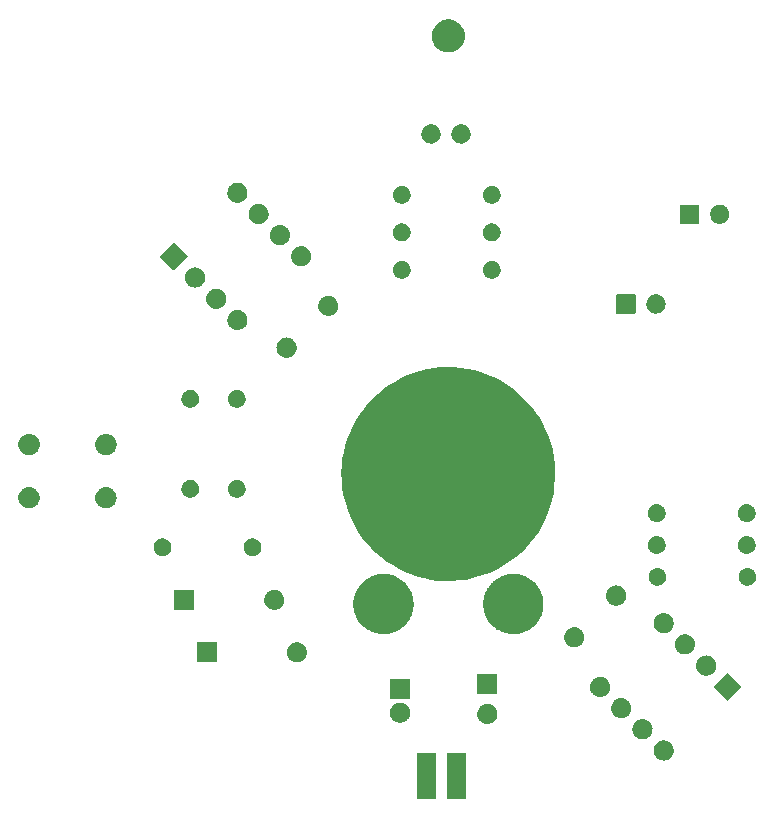
<source format=gbr>
G04 #@! TF.GenerationSoftware,KiCad,Pcbnew,5.99.0-unknown-d20d310~86~ubuntu18.04.1*
G04 #@! TF.CreationDate,2019-12-13T15:01:05+02:00*
G04 #@! TF.ProjectId,FOSDEM-MUSIC-BOX_RevA,464f5344-454d-42d4-9d55-5349432d424f,rev?*
G04 #@! TF.SameCoordinates,Original*
G04 #@! TF.FileFunction,Soldermask,Top*
G04 #@! TF.FilePolarity,Negative*
%FSLAX46Y46*%
G04 Gerber Fmt 4.6, Leading zero omitted, Abs format (unit mm)*
G04 Created by KiCad (PCBNEW 5.99.0-unknown-d20d310~86~ubuntu18.04.1) date 2019-12-13 15:01:05*
%MOMM*%
%LPD*%
G04 APERTURE LIST*
G04 APERTURE END LIST*
G36*
X191451899Y-93641959D02*
G01*
X191468769Y-93653231D01*
X191480041Y-93670101D01*
X191486448Y-93702312D01*
X191486448Y-97487688D01*
X191483999Y-97500000D01*
X191480041Y-97519899D01*
X191468769Y-97536769D01*
X191451899Y-97548041D01*
X191432000Y-97551999D01*
X191419688Y-97554448D01*
X189920312Y-97554448D01*
X189888101Y-97548041D01*
X189871231Y-97536769D01*
X189859959Y-97519899D01*
X189853552Y-97487688D01*
X189853552Y-93702312D01*
X189859959Y-93670101D01*
X189871231Y-93653231D01*
X189888101Y-93641959D01*
X189920312Y-93635552D01*
X191419688Y-93635552D01*
X191451899Y-93641959D01*
G37*
G36*
X188911899Y-93641959D02*
G01*
X188928769Y-93653231D01*
X188940041Y-93670101D01*
X188946448Y-93702312D01*
X188946448Y-97487688D01*
X188943999Y-97500000D01*
X188940041Y-97519899D01*
X188928769Y-97536769D01*
X188911899Y-97548041D01*
X188892000Y-97551999D01*
X188879688Y-97554448D01*
X187380312Y-97554448D01*
X187348101Y-97548041D01*
X187331231Y-97536769D01*
X187319959Y-97519899D01*
X187313552Y-97487688D01*
X187313552Y-93702312D01*
X187319959Y-93670101D01*
X187331231Y-93653231D01*
X187348101Y-93641959D01*
X187380312Y-93635552D01*
X188879688Y-93635552D01*
X188911899Y-93641959D01*
G37*
G36*
X208228822Y-92546980D02*
G01*
X208270612Y-92544936D01*
X208314902Y-92551793D01*
X208365656Y-92554630D01*
X208406009Y-92565897D01*
X208441467Y-92571386D01*
X208489050Y-92589082D01*
X208543744Y-92604353D01*
X208575468Y-92621221D01*
X208603505Y-92631648D01*
X208651603Y-92661703D01*
X208706999Y-92691158D01*
X208729814Y-92710575D01*
X208750117Y-92723262D01*
X208795487Y-92766467D01*
X208847807Y-92810995D01*
X208862309Y-92830101D01*
X208875318Y-92842489D01*
X208914462Y-92898809D01*
X208959597Y-92958272D01*
X208967148Y-92974613D01*
X208973988Y-92984455D01*
X209003354Y-93052971D01*
X209037153Y-93126119D01*
X209039731Y-93137846D01*
X209042093Y-93143356D01*
X209058275Y-93222190D01*
X209076857Y-93306705D01*
X209076191Y-93497542D01*
X209057027Y-93581892D01*
X209040289Y-93660639D01*
X209037887Y-93666136D01*
X209035227Y-93677846D01*
X209000915Y-93750763D01*
X208971073Y-93819069D01*
X208964164Y-93828863D01*
X208956501Y-93845148D01*
X208910960Y-93904284D01*
X208871416Y-93960341D01*
X208858318Y-93972641D01*
X208843686Y-93991641D01*
X208791073Y-94035789D01*
X208745390Y-94078688D01*
X208724993Y-94091236D01*
X208702045Y-94110492D01*
X208646446Y-94139559D01*
X208598139Y-94169277D01*
X208570030Y-94179508D01*
X208538187Y-94196155D01*
X208483380Y-94211046D01*
X208435677Y-94228408D01*
X208400186Y-94233649D01*
X208359757Y-94244633D01*
X208308985Y-94247116D01*
X208264649Y-94253663D01*
X208222873Y-94251328D01*
X208175079Y-94253665D01*
X208130838Y-94246182D01*
X208092035Y-94244013D01*
X208045826Y-94231804D01*
X207992769Y-94222830D01*
X207956685Y-94208251D01*
X207924881Y-94199848D01*
X207876743Y-94175953D01*
X207821334Y-94153566D01*
X207794157Y-94134958D01*
X207770028Y-94122980D01*
X207722974Y-94086217D01*
X207668772Y-94049104D01*
X207650315Y-94029449D01*
X207633796Y-94016543D01*
X207591246Y-93966547D01*
X207542200Y-93914318D01*
X207531454Y-93896292D01*
X207521742Y-93884880D01*
X207487247Y-93822135D01*
X207447524Y-93755498D01*
X207442789Y-93741265D01*
X207438456Y-93733383D01*
X207415538Y-93659346D01*
X207389160Y-93580052D01*
X207388218Y-93571088D01*
X207387332Y-93568226D01*
X207379193Y-93485222D01*
X207369833Y-93396166D01*
X207379813Y-93307198D01*
X207388533Y-93224232D01*
X207389439Y-93221374D01*
X207390444Y-93212419D01*
X207417376Y-93133307D01*
X207440809Y-93059435D01*
X207445196Y-93051586D01*
X207450030Y-93037385D01*
X207490228Y-92971011D01*
X207525150Y-92908525D01*
X207534938Y-92897185D01*
X207545813Y-92879229D01*
X207595231Y-92827335D01*
X207638119Y-92777649D01*
X207654725Y-92764861D01*
X207673323Y-92745331D01*
X207727798Y-92708587D01*
X207775096Y-92672163D01*
X207799304Y-92660356D01*
X207826611Y-92641937D01*
X207882165Y-92619941D01*
X207930479Y-92596377D01*
X207962349Y-92588194D01*
X207998525Y-92573871D01*
X208051641Y-92565268D01*
X208097934Y-92553382D01*
X208136749Y-92551484D01*
X208181045Y-92544309D01*
X208228822Y-92546980D01*
G37*
G36*
X206432771Y-90750928D02*
G01*
X206474561Y-90748884D01*
X206518851Y-90755741D01*
X206569605Y-90758578D01*
X206609958Y-90769845D01*
X206645416Y-90775334D01*
X206692999Y-90793030D01*
X206747693Y-90808301D01*
X206779417Y-90825169D01*
X206807454Y-90835596D01*
X206855552Y-90865651D01*
X206910948Y-90895106D01*
X206933763Y-90914523D01*
X206954066Y-90927210D01*
X206999436Y-90970415D01*
X207051756Y-91014943D01*
X207066258Y-91034049D01*
X207079267Y-91046437D01*
X207118411Y-91102757D01*
X207163546Y-91162220D01*
X207171097Y-91178561D01*
X207177937Y-91188403D01*
X207207303Y-91256919D01*
X207241102Y-91330067D01*
X207243680Y-91341794D01*
X207246042Y-91347304D01*
X207262224Y-91426138D01*
X207280806Y-91510653D01*
X207280140Y-91701490D01*
X207260976Y-91785840D01*
X207244238Y-91864587D01*
X207241836Y-91870084D01*
X207239176Y-91881794D01*
X207204864Y-91954711D01*
X207175022Y-92023017D01*
X207168113Y-92032811D01*
X207160450Y-92049096D01*
X207114909Y-92108232D01*
X207075365Y-92164289D01*
X207062267Y-92176589D01*
X207047635Y-92195589D01*
X206995022Y-92239737D01*
X206949339Y-92282636D01*
X206928942Y-92295184D01*
X206905994Y-92314440D01*
X206850395Y-92343507D01*
X206802088Y-92373225D01*
X206773979Y-92383456D01*
X206742136Y-92400103D01*
X206687329Y-92414994D01*
X206639626Y-92432356D01*
X206604135Y-92437597D01*
X206563706Y-92448581D01*
X206512934Y-92451064D01*
X206468598Y-92457611D01*
X206426822Y-92455276D01*
X206379028Y-92457613D01*
X206334787Y-92450130D01*
X206295984Y-92447961D01*
X206249775Y-92435752D01*
X206196718Y-92426778D01*
X206160634Y-92412199D01*
X206128830Y-92403796D01*
X206080692Y-92379901D01*
X206025283Y-92357514D01*
X205998106Y-92338906D01*
X205973977Y-92326928D01*
X205926923Y-92290165D01*
X205872721Y-92253052D01*
X205854264Y-92233397D01*
X205837745Y-92220491D01*
X205795195Y-92170495D01*
X205746149Y-92118266D01*
X205735403Y-92100240D01*
X205725691Y-92088828D01*
X205691196Y-92026083D01*
X205651473Y-91959446D01*
X205646738Y-91945213D01*
X205642405Y-91937331D01*
X205619487Y-91863294D01*
X205593109Y-91784000D01*
X205592167Y-91775036D01*
X205591281Y-91772174D01*
X205583142Y-91689170D01*
X205573782Y-91600114D01*
X205583762Y-91511146D01*
X205592482Y-91428180D01*
X205593388Y-91425322D01*
X205594393Y-91416367D01*
X205621325Y-91337255D01*
X205644758Y-91263383D01*
X205649145Y-91255534D01*
X205653979Y-91241333D01*
X205694177Y-91174959D01*
X205729099Y-91112473D01*
X205738887Y-91101133D01*
X205749762Y-91083177D01*
X205799180Y-91031283D01*
X205842068Y-90981597D01*
X205858674Y-90968809D01*
X205877272Y-90949279D01*
X205931747Y-90912535D01*
X205979045Y-90876111D01*
X206003253Y-90864304D01*
X206030560Y-90845885D01*
X206086114Y-90823889D01*
X206134428Y-90800325D01*
X206166298Y-90792142D01*
X206202474Y-90777819D01*
X206255590Y-90769216D01*
X206301883Y-90757330D01*
X206340698Y-90755432D01*
X206384994Y-90748257D01*
X206432771Y-90750928D01*
G37*
G36*
X193302976Y-89447826D02*
G01*
X193344766Y-89445782D01*
X193389056Y-89452639D01*
X193439810Y-89455476D01*
X193480163Y-89466743D01*
X193515621Y-89472232D01*
X193563204Y-89489928D01*
X193617898Y-89505199D01*
X193649622Y-89522067D01*
X193677659Y-89532494D01*
X193725757Y-89562549D01*
X193781153Y-89592004D01*
X193803968Y-89611421D01*
X193824271Y-89624108D01*
X193869641Y-89667313D01*
X193921961Y-89711841D01*
X193936463Y-89730947D01*
X193949472Y-89743335D01*
X193988616Y-89799655D01*
X194033751Y-89859118D01*
X194041302Y-89875459D01*
X194048142Y-89885301D01*
X194077508Y-89953817D01*
X194111307Y-90026965D01*
X194113885Y-90038692D01*
X194116247Y-90044202D01*
X194132429Y-90123036D01*
X194151011Y-90207551D01*
X194150345Y-90398388D01*
X194131181Y-90482738D01*
X194114443Y-90561485D01*
X194112041Y-90566982D01*
X194109381Y-90578692D01*
X194075069Y-90651609D01*
X194045227Y-90719915D01*
X194038318Y-90729709D01*
X194030655Y-90745994D01*
X193985114Y-90805130D01*
X193945570Y-90861187D01*
X193932472Y-90873487D01*
X193917840Y-90892487D01*
X193865227Y-90936635D01*
X193819544Y-90979534D01*
X193799147Y-90992082D01*
X193776199Y-91011338D01*
X193720600Y-91040405D01*
X193672293Y-91070123D01*
X193644184Y-91080354D01*
X193612341Y-91097001D01*
X193557534Y-91111892D01*
X193509831Y-91129254D01*
X193474340Y-91134495D01*
X193433911Y-91145479D01*
X193383139Y-91147962D01*
X193338803Y-91154509D01*
X193297027Y-91152174D01*
X193249233Y-91154511D01*
X193204992Y-91147028D01*
X193166189Y-91144859D01*
X193119980Y-91132650D01*
X193066923Y-91123676D01*
X193030839Y-91109097D01*
X192999035Y-91100694D01*
X192950897Y-91076799D01*
X192895488Y-91054412D01*
X192868311Y-91035804D01*
X192844182Y-91023826D01*
X192797128Y-90987063D01*
X192742926Y-90949950D01*
X192724469Y-90930295D01*
X192707950Y-90917389D01*
X192665400Y-90867393D01*
X192616354Y-90815164D01*
X192605608Y-90797138D01*
X192595896Y-90785726D01*
X192561401Y-90722981D01*
X192521678Y-90656344D01*
X192516943Y-90642111D01*
X192512610Y-90634229D01*
X192489692Y-90560192D01*
X192463314Y-90480898D01*
X192462372Y-90471934D01*
X192461486Y-90469072D01*
X192453347Y-90386068D01*
X192443987Y-90297012D01*
X192453967Y-90208044D01*
X192462687Y-90125078D01*
X192463593Y-90122220D01*
X192464598Y-90113265D01*
X192491530Y-90034153D01*
X192514963Y-89960281D01*
X192519350Y-89952432D01*
X192524184Y-89938231D01*
X192564382Y-89871857D01*
X192599304Y-89809371D01*
X192609092Y-89798031D01*
X192619967Y-89780075D01*
X192669385Y-89728181D01*
X192712273Y-89678495D01*
X192728879Y-89665707D01*
X192747477Y-89646177D01*
X192801952Y-89609433D01*
X192849250Y-89573009D01*
X192873458Y-89561202D01*
X192900765Y-89542783D01*
X192956319Y-89520787D01*
X193004633Y-89497223D01*
X193036503Y-89489040D01*
X193072679Y-89474717D01*
X193125795Y-89466114D01*
X193172088Y-89454228D01*
X193210903Y-89452330D01*
X193255199Y-89445155D01*
X193302976Y-89447826D01*
G37*
G36*
X185902976Y-89347826D02*
G01*
X185944766Y-89345782D01*
X185989056Y-89352639D01*
X186039810Y-89355476D01*
X186080163Y-89366743D01*
X186115621Y-89372232D01*
X186163204Y-89389928D01*
X186217898Y-89405199D01*
X186249622Y-89422067D01*
X186277659Y-89432494D01*
X186325757Y-89462549D01*
X186381153Y-89492004D01*
X186403968Y-89511421D01*
X186424271Y-89524108D01*
X186469641Y-89567313D01*
X186521961Y-89611841D01*
X186536463Y-89630947D01*
X186549472Y-89643335D01*
X186588616Y-89699655D01*
X186633751Y-89759118D01*
X186641302Y-89775459D01*
X186648142Y-89785301D01*
X186677508Y-89853817D01*
X186711307Y-89926965D01*
X186713885Y-89938692D01*
X186716247Y-89944202D01*
X186732429Y-90023036D01*
X186751011Y-90107551D01*
X186750345Y-90298388D01*
X186731181Y-90382738D01*
X186714443Y-90461485D01*
X186712041Y-90466982D01*
X186709381Y-90478692D01*
X186675069Y-90551609D01*
X186645227Y-90619915D01*
X186638318Y-90629709D01*
X186630655Y-90645994D01*
X186585114Y-90705130D01*
X186545570Y-90761187D01*
X186532472Y-90773487D01*
X186517840Y-90792487D01*
X186465227Y-90836635D01*
X186419544Y-90879534D01*
X186399147Y-90892082D01*
X186376199Y-90911338D01*
X186320600Y-90940405D01*
X186272293Y-90970123D01*
X186244184Y-90980354D01*
X186212341Y-90997001D01*
X186157534Y-91011892D01*
X186109831Y-91029254D01*
X186074340Y-91034495D01*
X186033911Y-91045479D01*
X185983139Y-91047962D01*
X185938803Y-91054509D01*
X185897027Y-91052174D01*
X185849233Y-91054511D01*
X185804992Y-91047028D01*
X185766189Y-91044859D01*
X185719980Y-91032650D01*
X185666923Y-91023676D01*
X185630839Y-91009097D01*
X185599035Y-91000694D01*
X185550897Y-90976799D01*
X185495488Y-90954412D01*
X185468311Y-90935804D01*
X185444182Y-90923826D01*
X185397128Y-90887063D01*
X185342926Y-90849950D01*
X185324469Y-90830295D01*
X185307950Y-90817389D01*
X185265400Y-90767393D01*
X185216354Y-90715164D01*
X185205608Y-90697138D01*
X185195896Y-90685726D01*
X185161401Y-90622981D01*
X185121678Y-90556344D01*
X185116943Y-90542111D01*
X185112610Y-90534229D01*
X185089692Y-90460192D01*
X185063314Y-90380898D01*
X185062372Y-90371934D01*
X185061486Y-90369072D01*
X185053347Y-90286068D01*
X185043987Y-90197012D01*
X185053967Y-90108044D01*
X185062687Y-90025078D01*
X185063593Y-90022220D01*
X185064598Y-90013265D01*
X185091530Y-89934153D01*
X185114963Y-89860281D01*
X185119350Y-89852432D01*
X185124184Y-89838231D01*
X185164382Y-89771857D01*
X185199304Y-89709371D01*
X185209092Y-89698031D01*
X185219967Y-89680075D01*
X185269385Y-89628181D01*
X185312273Y-89578495D01*
X185328879Y-89565707D01*
X185347477Y-89546177D01*
X185401952Y-89509433D01*
X185449250Y-89473009D01*
X185473458Y-89461202D01*
X185500765Y-89442783D01*
X185556319Y-89420787D01*
X185604633Y-89397223D01*
X185636503Y-89389040D01*
X185672679Y-89374717D01*
X185725795Y-89366114D01*
X185772088Y-89354228D01*
X185810903Y-89352330D01*
X185855199Y-89345155D01*
X185902976Y-89347826D01*
G37*
G36*
X204636720Y-88954877D02*
G01*
X204678510Y-88952833D01*
X204722800Y-88959690D01*
X204773554Y-88962527D01*
X204813907Y-88973794D01*
X204849365Y-88979283D01*
X204896948Y-88996979D01*
X204951642Y-89012250D01*
X204983366Y-89029118D01*
X205011403Y-89039545D01*
X205059501Y-89069600D01*
X205114897Y-89099055D01*
X205137712Y-89118472D01*
X205158015Y-89131159D01*
X205203385Y-89174364D01*
X205255705Y-89218892D01*
X205270207Y-89237998D01*
X205283216Y-89250386D01*
X205322360Y-89306706D01*
X205367495Y-89366169D01*
X205375046Y-89382510D01*
X205381886Y-89392352D01*
X205411252Y-89460868D01*
X205445051Y-89534016D01*
X205447629Y-89545743D01*
X205449991Y-89551253D01*
X205466173Y-89630087D01*
X205484755Y-89714602D01*
X205484089Y-89905439D01*
X205464925Y-89989789D01*
X205448187Y-90068536D01*
X205445785Y-90074033D01*
X205443125Y-90085743D01*
X205408813Y-90158660D01*
X205378971Y-90226966D01*
X205372062Y-90236760D01*
X205364399Y-90253045D01*
X205318858Y-90312181D01*
X205279314Y-90368238D01*
X205266216Y-90380538D01*
X205251584Y-90399538D01*
X205198971Y-90443686D01*
X205153288Y-90486585D01*
X205132891Y-90499133D01*
X205109943Y-90518389D01*
X205054344Y-90547456D01*
X205006037Y-90577174D01*
X204977928Y-90587405D01*
X204946085Y-90604052D01*
X204891278Y-90618943D01*
X204843575Y-90636305D01*
X204808084Y-90641546D01*
X204767655Y-90652530D01*
X204716883Y-90655013D01*
X204672547Y-90661560D01*
X204630771Y-90659225D01*
X204582977Y-90661562D01*
X204538736Y-90654079D01*
X204499933Y-90651910D01*
X204453724Y-90639701D01*
X204400667Y-90630727D01*
X204364583Y-90616148D01*
X204332779Y-90607745D01*
X204284641Y-90583850D01*
X204229232Y-90561463D01*
X204202055Y-90542855D01*
X204177926Y-90530877D01*
X204130872Y-90494114D01*
X204076670Y-90457001D01*
X204058213Y-90437346D01*
X204041694Y-90424440D01*
X203999144Y-90374444D01*
X203950098Y-90322215D01*
X203939352Y-90304189D01*
X203929640Y-90292777D01*
X203895145Y-90230032D01*
X203855422Y-90163395D01*
X203850687Y-90149162D01*
X203846354Y-90141280D01*
X203823436Y-90067243D01*
X203797058Y-89987949D01*
X203796116Y-89978985D01*
X203795230Y-89976123D01*
X203787091Y-89893119D01*
X203777731Y-89804063D01*
X203787711Y-89715095D01*
X203796431Y-89632129D01*
X203797337Y-89629271D01*
X203798342Y-89620316D01*
X203825274Y-89541204D01*
X203848707Y-89467332D01*
X203853094Y-89459483D01*
X203857928Y-89445282D01*
X203898126Y-89378908D01*
X203933048Y-89316422D01*
X203942836Y-89305082D01*
X203953711Y-89287126D01*
X204003129Y-89235232D01*
X204046017Y-89185546D01*
X204062623Y-89172758D01*
X204081221Y-89153228D01*
X204135696Y-89116484D01*
X204182994Y-89080060D01*
X204207202Y-89068253D01*
X204234509Y-89049834D01*
X204290063Y-89027838D01*
X204338377Y-89004274D01*
X204370247Y-88996091D01*
X204406423Y-88981768D01*
X204459539Y-88973165D01*
X204505832Y-88961279D01*
X204544647Y-88959381D01*
X204588943Y-88952206D01*
X204636720Y-88954877D01*
G37*
G36*
X213633899Y-86831588D02*
G01*
X213661203Y-86849832D01*
X214775168Y-87963797D01*
X214793412Y-87991101D01*
X214797370Y-88011000D01*
X214793412Y-88030899D01*
X214775168Y-88058203D01*
X213661203Y-89172168D01*
X213650770Y-89179139D01*
X213650769Y-89179140D01*
X213633899Y-89190412D01*
X213614000Y-89194370D01*
X213594101Y-89190412D01*
X213577231Y-89179140D01*
X213577230Y-89179139D01*
X213566797Y-89172168D01*
X212452832Y-88058203D01*
X212434588Y-88030899D01*
X212430630Y-88011000D01*
X212434588Y-87991101D01*
X212452832Y-87963797D01*
X213566797Y-86849832D01*
X213594101Y-86831588D01*
X213614000Y-86827630D01*
X213633899Y-86831588D01*
G37*
G36*
X186719899Y-87351959D02*
G01*
X186736769Y-87363231D01*
X186748041Y-87380101D01*
X186754448Y-87412312D01*
X186754448Y-88987688D01*
X186751999Y-89000000D01*
X186748041Y-89019899D01*
X186736769Y-89036769D01*
X186719899Y-89048041D01*
X186700000Y-89051999D01*
X186687688Y-89054448D01*
X185112312Y-89054448D01*
X185080101Y-89048041D01*
X185063231Y-89036769D01*
X185051959Y-89019899D01*
X185045552Y-88987688D01*
X185045552Y-87412312D01*
X185051959Y-87380101D01*
X185063231Y-87363231D01*
X185080101Y-87351959D01*
X185112312Y-87345552D01*
X186687688Y-87345552D01*
X186719899Y-87351959D01*
G37*
G36*
X202840669Y-87158826D02*
G01*
X202882459Y-87156782D01*
X202926749Y-87163639D01*
X202977503Y-87166476D01*
X203017856Y-87177743D01*
X203053314Y-87183232D01*
X203100897Y-87200928D01*
X203155591Y-87216199D01*
X203187315Y-87233067D01*
X203215352Y-87243494D01*
X203263450Y-87273549D01*
X203318846Y-87303004D01*
X203341661Y-87322421D01*
X203361964Y-87335108D01*
X203407334Y-87378313D01*
X203459654Y-87422841D01*
X203474156Y-87441947D01*
X203487165Y-87454335D01*
X203526309Y-87510655D01*
X203571444Y-87570118D01*
X203578995Y-87586459D01*
X203585835Y-87596301D01*
X203615201Y-87664817D01*
X203649000Y-87737965D01*
X203651578Y-87749692D01*
X203653940Y-87755202D01*
X203670122Y-87834036D01*
X203688704Y-87918551D01*
X203688038Y-88109388D01*
X203668874Y-88193738D01*
X203652136Y-88272485D01*
X203649734Y-88277982D01*
X203647074Y-88289692D01*
X203612762Y-88362609D01*
X203582920Y-88430915D01*
X203576011Y-88440709D01*
X203568348Y-88456994D01*
X203522807Y-88516130D01*
X203483263Y-88572187D01*
X203470165Y-88584487D01*
X203455533Y-88603487D01*
X203402920Y-88647635D01*
X203357237Y-88690534D01*
X203336840Y-88703082D01*
X203313892Y-88722338D01*
X203258293Y-88751405D01*
X203209986Y-88781123D01*
X203181877Y-88791354D01*
X203150034Y-88808001D01*
X203095227Y-88822892D01*
X203047524Y-88840254D01*
X203012033Y-88845495D01*
X202971604Y-88856479D01*
X202920832Y-88858962D01*
X202876496Y-88865509D01*
X202834720Y-88863174D01*
X202786926Y-88865511D01*
X202742685Y-88858028D01*
X202703882Y-88855859D01*
X202657673Y-88843650D01*
X202604616Y-88834676D01*
X202568532Y-88820097D01*
X202536728Y-88811694D01*
X202488590Y-88787799D01*
X202433181Y-88765412D01*
X202406004Y-88746804D01*
X202381875Y-88734826D01*
X202334821Y-88698063D01*
X202280619Y-88660950D01*
X202262162Y-88641295D01*
X202245643Y-88628389D01*
X202203093Y-88578393D01*
X202154047Y-88526164D01*
X202143301Y-88508138D01*
X202133589Y-88496726D01*
X202099094Y-88433981D01*
X202059371Y-88367344D01*
X202054636Y-88353111D01*
X202050303Y-88345229D01*
X202027385Y-88271192D01*
X202001007Y-88191898D01*
X202000065Y-88182934D01*
X201999179Y-88180072D01*
X201991040Y-88097068D01*
X201981680Y-88008012D01*
X201991660Y-87919044D01*
X202000380Y-87836078D01*
X202001286Y-87833220D01*
X202002291Y-87824265D01*
X202029223Y-87745153D01*
X202052656Y-87671281D01*
X202057043Y-87663432D01*
X202061877Y-87649231D01*
X202102075Y-87582857D01*
X202136997Y-87520371D01*
X202146785Y-87509031D01*
X202157660Y-87491075D01*
X202207078Y-87439181D01*
X202249966Y-87389495D01*
X202266572Y-87376707D01*
X202285170Y-87357177D01*
X202339645Y-87320433D01*
X202386943Y-87284009D01*
X202411151Y-87272202D01*
X202438458Y-87253783D01*
X202494012Y-87231787D01*
X202542326Y-87208223D01*
X202574196Y-87200040D01*
X202610372Y-87185717D01*
X202663488Y-87177114D01*
X202709781Y-87165228D01*
X202748596Y-87163330D01*
X202792892Y-87156155D01*
X202840669Y-87158826D01*
G37*
G36*
X194119899Y-86951959D02*
G01*
X194136769Y-86963231D01*
X194148041Y-86980101D01*
X194154448Y-87012312D01*
X194154448Y-88587688D01*
X194151999Y-88600000D01*
X194148041Y-88619899D01*
X194136769Y-88636769D01*
X194119899Y-88648041D01*
X194100000Y-88651999D01*
X194087688Y-88654448D01*
X192512312Y-88654448D01*
X192480101Y-88648041D01*
X192463231Y-88636769D01*
X192451959Y-88619899D01*
X192445552Y-88587688D01*
X192445552Y-87012312D01*
X192451959Y-86980101D01*
X192463231Y-86963231D01*
X192480101Y-86951959D01*
X192512312Y-86945552D01*
X194087688Y-86945552D01*
X194119899Y-86951959D01*
G37*
G36*
X211820925Y-85362775D02*
G01*
X211862715Y-85360731D01*
X211907005Y-85367588D01*
X211957759Y-85370425D01*
X211998112Y-85381692D01*
X212033570Y-85387181D01*
X212081153Y-85404877D01*
X212135847Y-85420148D01*
X212167571Y-85437016D01*
X212195608Y-85447443D01*
X212243706Y-85477498D01*
X212299102Y-85506953D01*
X212321917Y-85526370D01*
X212342220Y-85539057D01*
X212387590Y-85582262D01*
X212439910Y-85626790D01*
X212454412Y-85645896D01*
X212467421Y-85658284D01*
X212506565Y-85714604D01*
X212551700Y-85774067D01*
X212559251Y-85790408D01*
X212566091Y-85800250D01*
X212595457Y-85868766D01*
X212629256Y-85941914D01*
X212631834Y-85953641D01*
X212634196Y-85959151D01*
X212650378Y-86037985D01*
X212668960Y-86122500D01*
X212668294Y-86313337D01*
X212649130Y-86397687D01*
X212632392Y-86476434D01*
X212629990Y-86481931D01*
X212627330Y-86493641D01*
X212593018Y-86566558D01*
X212563176Y-86634864D01*
X212556267Y-86644658D01*
X212548604Y-86660943D01*
X212503063Y-86720079D01*
X212463519Y-86776136D01*
X212450421Y-86788436D01*
X212435789Y-86807436D01*
X212383176Y-86851584D01*
X212337493Y-86894483D01*
X212317096Y-86907031D01*
X212294148Y-86926287D01*
X212238549Y-86955354D01*
X212190242Y-86985072D01*
X212162133Y-86995303D01*
X212130290Y-87011950D01*
X212075483Y-87026841D01*
X212027780Y-87044203D01*
X211992289Y-87049444D01*
X211951860Y-87060428D01*
X211901088Y-87062911D01*
X211856752Y-87069458D01*
X211814976Y-87067123D01*
X211767182Y-87069460D01*
X211722941Y-87061977D01*
X211684138Y-87059808D01*
X211637929Y-87047599D01*
X211584872Y-87038625D01*
X211548788Y-87024046D01*
X211516984Y-87015643D01*
X211468846Y-86991748D01*
X211413437Y-86969361D01*
X211386260Y-86950753D01*
X211362131Y-86938775D01*
X211315077Y-86902012D01*
X211260875Y-86864899D01*
X211242418Y-86845244D01*
X211225899Y-86832338D01*
X211183349Y-86782342D01*
X211134303Y-86730113D01*
X211123557Y-86712087D01*
X211113845Y-86700675D01*
X211079350Y-86637930D01*
X211039627Y-86571293D01*
X211034892Y-86557060D01*
X211030559Y-86549178D01*
X211007641Y-86475141D01*
X210981263Y-86395847D01*
X210980321Y-86386883D01*
X210979435Y-86384021D01*
X210971296Y-86301017D01*
X210961936Y-86211961D01*
X210971916Y-86122993D01*
X210980636Y-86040027D01*
X210981542Y-86037169D01*
X210982547Y-86028214D01*
X211009479Y-85949102D01*
X211032912Y-85875230D01*
X211037299Y-85867381D01*
X211042133Y-85853180D01*
X211082331Y-85786806D01*
X211117253Y-85724320D01*
X211127041Y-85712980D01*
X211137916Y-85695024D01*
X211187334Y-85643130D01*
X211230222Y-85593444D01*
X211246828Y-85580656D01*
X211265426Y-85561126D01*
X211319901Y-85524382D01*
X211367199Y-85487958D01*
X211391407Y-85476151D01*
X211418714Y-85457732D01*
X211474268Y-85435736D01*
X211522582Y-85412172D01*
X211554452Y-85403989D01*
X211590628Y-85389666D01*
X211643744Y-85381063D01*
X211690037Y-85369177D01*
X211728852Y-85367279D01*
X211773148Y-85360104D01*
X211820925Y-85362775D01*
G37*
G36*
X177167976Y-84237826D02*
G01*
X177209766Y-84235782D01*
X177254056Y-84242639D01*
X177304810Y-84245476D01*
X177345163Y-84256743D01*
X177380621Y-84262232D01*
X177428204Y-84279928D01*
X177482898Y-84295199D01*
X177514622Y-84312067D01*
X177542659Y-84322494D01*
X177590757Y-84352549D01*
X177646153Y-84382004D01*
X177668968Y-84401421D01*
X177689271Y-84414108D01*
X177734641Y-84457313D01*
X177786961Y-84501841D01*
X177801463Y-84520947D01*
X177814472Y-84533335D01*
X177853616Y-84589655D01*
X177898751Y-84649118D01*
X177906302Y-84665459D01*
X177913142Y-84675301D01*
X177942508Y-84743817D01*
X177976307Y-84816965D01*
X177978885Y-84828692D01*
X177981247Y-84834202D01*
X177997429Y-84913036D01*
X178016011Y-84997551D01*
X178015345Y-85188388D01*
X177996181Y-85272738D01*
X177979443Y-85351485D01*
X177977041Y-85356982D01*
X177974381Y-85368692D01*
X177940069Y-85441609D01*
X177910227Y-85509915D01*
X177903318Y-85519709D01*
X177895655Y-85535994D01*
X177850114Y-85595130D01*
X177810570Y-85651187D01*
X177797472Y-85663487D01*
X177782840Y-85682487D01*
X177730227Y-85726635D01*
X177684544Y-85769534D01*
X177664147Y-85782082D01*
X177641199Y-85801338D01*
X177585600Y-85830405D01*
X177537293Y-85860123D01*
X177509184Y-85870354D01*
X177477341Y-85887001D01*
X177422534Y-85901892D01*
X177374831Y-85919254D01*
X177339340Y-85924495D01*
X177298911Y-85935479D01*
X177248139Y-85937962D01*
X177203803Y-85944509D01*
X177162027Y-85942174D01*
X177114233Y-85944511D01*
X177069992Y-85937028D01*
X177031189Y-85934859D01*
X176984980Y-85922650D01*
X176931923Y-85913676D01*
X176895839Y-85899097D01*
X176864035Y-85890694D01*
X176815897Y-85866799D01*
X176760488Y-85844412D01*
X176733311Y-85825804D01*
X176709182Y-85813826D01*
X176662128Y-85777063D01*
X176607926Y-85739950D01*
X176589469Y-85720295D01*
X176572950Y-85707389D01*
X176530400Y-85657393D01*
X176481354Y-85605164D01*
X176470608Y-85587138D01*
X176460896Y-85575726D01*
X176426401Y-85512981D01*
X176386678Y-85446344D01*
X176381943Y-85432111D01*
X176377610Y-85424229D01*
X176354692Y-85350192D01*
X176328314Y-85270898D01*
X176327372Y-85261934D01*
X176326486Y-85259072D01*
X176318347Y-85176068D01*
X176308987Y-85087012D01*
X176318967Y-84998044D01*
X176327687Y-84915078D01*
X176328593Y-84912220D01*
X176329598Y-84903265D01*
X176356530Y-84824153D01*
X176379963Y-84750281D01*
X176384350Y-84742432D01*
X176389184Y-84728231D01*
X176429382Y-84661857D01*
X176464304Y-84599371D01*
X176474092Y-84588031D01*
X176484967Y-84570075D01*
X176534385Y-84518181D01*
X176577273Y-84468495D01*
X176593879Y-84455707D01*
X176612477Y-84436177D01*
X176666952Y-84399433D01*
X176714250Y-84363009D01*
X176738458Y-84351202D01*
X176765765Y-84332783D01*
X176821319Y-84310787D01*
X176869633Y-84287223D01*
X176901503Y-84279040D01*
X176937679Y-84264717D01*
X176990795Y-84256114D01*
X177037088Y-84244228D01*
X177075903Y-84242330D01*
X177120199Y-84235155D01*
X177167976Y-84237826D01*
G37*
G36*
X170364899Y-84241959D02*
G01*
X170381769Y-84253231D01*
X170393041Y-84270101D01*
X170399448Y-84302312D01*
X170399448Y-85877688D01*
X170393041Y-85909899D01*
X170381769Y-85926769D01*
X170364899Y-85938041D01*
X170345428Y-85941914D01*
X170345000Y-85941999D01*
X170332688Y-85944448D01*
X168757312Y-85944448D01*
X168725101Y-85938041D01*
X168708231Y-85926769D01*
X168696959Y-85909899D01*
X168690552Y-85877688D01*
X168690552Y-84302312D01*
X168696959Y-84270101D01*
X168708231Y-84253231D01*
X168725101Y-84241959D01*
X168757312Y-84235552D01*
X170332688Y-84235552D01*
X170364899Y-84241959D01*
G37*
G36*
X210024874Y-83566724D02*
G01*
X210066664Y-83564680D01*
X210110954Y-83571537D01*
X210161708Y-83574374D01*
X210202061Y-83585641D01*
X210237519Y-83591130D01*
X210285102Y-83608826D01*
X210339796Y-83624097D01*
X210371520Y-83640965D01*
X210399557Y-83651392D01*
X210447655Y-83681447D01*
X210503051Y-83710902D01*
X210525866Y-83730319D01*
X210546169Y-83743006D01*
X210591539Y-83786211D01*
X210643859Y-83830739D01*
X210658361Y-83849845D01*
X210671370Y-83862233D01*
X210710514Y-83918553D01*
X210755649Y-83978016D01*
X210763200Y-83994357D01*
X210770040Y-84004199D01*
X210799406Y-84072715D01*
X210833205Y-84145863D01*
X210835783Y-84157590D01*
X210838145Y-84163100D01*
X210854327Y-84241934D01*
X210872909Y-84326449D01*
X210872243Y-84517286D01*
X210853079Y-84601636D01*
X210836341Y-84680383D01*
X210833939Y-84685880D01*
X210831279Y-84697590D01*
X210796967Y-84770507D01*
X210767125Y-84838813D01*
X210760216Y-84848607D01*
X210752553Y-84864892D01*
X210707012Y-84924028D01*
X210667468Y-84980085D01*
X210654370Y-84992385D01*
X210639738Y-85011385D01*
X210587125Y-85055533D01*
X210541442Y-85098432D01*
X210521045Y-85110980D01*
X210498097Y-85130236D01*
X210442498Y-85159303D01*
X210394191Y-85189021D01*
X210366082Y-85199252D01*
X210334239Y-85215899D01*
X210279432Y-85230790D01*
X210231729Y-85248152D01*
X210196238Y-85253393D01*
X210155809Y-85264377D01*
X210105037Y-85266860D01*
X210060701Y-85273407D01*
X210018925Y-85271072D01*
X209971131Y-85273409D01*
X209926890Y-85265926D01*
X209888087Y-85263757D01*
X209841878Y-85251548D01*
X209788821Y-85242574D01*
X209752737Y-85227995D01*
X209720933Y-85219592D01*
X209672795Y-85195697D01*
X209617386Y-85173310D01*
X209590209Y-85154702D01*
X209566080Y-85142724D01*
X209519026Y-85105961D01*
X209464824Y-85068848D01*
X209446367Y-85049193D01*
X209429848Y-85036287D01*
X209387298Y-84986291D01*
X209338252Y-84934062D01*
X209327506Y-84916036D01*
X209317794Y-84904624D01*
X209283299Y-84841879D01*
X209243576Y-84775242D01*
X209238841Y-84761009D01*
X209234508Y-84753127D01*
X209211590Y-84679090D01*
X209185212Y-84599796D01*
X209184270Y-84590832D01*
X209183384Y-84587970D01*
X209175245Y-84504966D01*
X209165885Y-84415910D01*
X209175865Y-84326942D01*
X209184585Y-84243976D01*
X209185491Y-84241118D01*
X209186496Y-84232163D01*
X209213428Y-84153051D01*
X209236861Y-84079179D01*
X209241248Y-84071330D01*
X209246082Y-84057129D01*
X209286280Y-83990755D01*
X209321202Y-83928269D01*
X209330990Y-83916929D01*
X209341865Y-83898973D01*
X209391283Y-83847079D01*
X209434171Y-83797393D01*
X209450777Y-83784605D01*
X209469375Y-83765075D01*
X209523850Y-83728331D01*
X209571148Y-83691907D01*
X209595356Y-83680100D01*
X209622663Y-83661681D01*
X209678217Y-83639685D01*
X209726531Y-83616121D01*
X209758401Y-83607938D01*
X209794577Y-83593615D01*
X209847693Y-83585012D01*
X209893986Y-83573126D01*
X209932801Y-83571228D01*
X209977097Y-83564053D01*
X210024874Y-83566724D01*
G37*
G36*
X200662976Y-82967826D02*
G01*
X200704766Y-82965782D01*
X200749056Y-82972639D01*
X200799810Y-82975476D01*
X200840163Y-82986743D01*
X200875621Y-82992232D01*
X200923204Y-83009928D01*
X200977898Y-83025199D01*
X201009622Y-83042067D01*
X201037659Y-83052494D01*
X201085757Y-83082549D01*
X201141153Y-83112004D01*
X201163968Y-83131421D01*
X201184271Y-83144108D01*
X201229641Y-83187313D01*
X201281961Y-83231841D01*
X201296463Y-83250947D01*
X201309472Y-83263335D01*
X201348616Y-83319655D01*
X201393751Y-83379118D01*
X201401302Y-83395459D01*
X201408142Y-83405301D01*
X201437508Y-83473817D01*
X201471307Y-83546965D01*
X201473885Y-83558692D01*
X201476247Y-83564202D01*
X201492429Y-83643036D01*
X201511011Y-83727551D01*
X201510345Y-83918388D01*
X201491181Y-84002738D01*
X201474443Y-84081485D01*
X201472041Y-84086982D01*
X201469381Y-84098692D01*
X201435069Y-84171609D01*
X201405227Y-84239915D01*
X201398318Y-84249709D01*
X201390655Y-84265994D01*
X201345114Y-84325130D01*
X201305570Y-84381187D01*
X201292472Y-84393487D01*
X201277840Y-84412487D01*
X201225227Y-84456635D01*
X201179544Y-84499534D01*
X201159147Y-84512082D01*
X201136199Y-84531338D01*
X201080600Y-84560405D01*
X201032293Y-84590123D01*
X201004184Y-84600354D01*
X200972341Y-84617001D01*
X200917534Y-84631892D01*
X200869831Y-84649254D01*
X200834340Y-84654495D01*
X200793911Y-84665479D01*
X200743139Y-84667962D01*
X200698803Y-84674509D01*
X200657027Y-84672174D01*
X200609233Y-84674511D01*
X200564992Y-84667028D01*
X200526189Y-84664859D01*
X200479980Y-84652650D01*
X200426923Y-84643676D01*
X200390839Y-84629097D01*
X200359035Y-84620694D01*
X200310897Y-84596799D01*
X200255488Y-84574412D01*
X200228311Y-84555804D01*
X200204182Y-84543826D01*
X200157128Y-84507063D01*
X200102926Y-84469950D01*
X200084469Y-84450295D01*
X200067950Y-84437389D01*
X200025400Y-84387393D01*
X199976354Y-84335164D01*
X199965608Y-84317138D01*
X199955896Y-84305726D01*
X199921401Y-84242981D01*
X199881678Y-84176344D01*
X199876943Y-84162111D01*
X199872610Y-84154229D01*
X199849692Y-84080192D01*
X199823314Y-84000898D01*
X199822372Y-83991934D01*
X199821486Y-83989072D01*
X199813347Y-83906068D01*
X199803987Y-83817012D01*
X199813967Y-83728044D01*
X199822687Y-83645078D01*
X199823593Y-83642220D01*
X199824598Y-83633265D01*
X199851530Y-83554153D01*
X199874963Y-83480281D01*
X199879350Y-83472432D01*
X199884184Y-83458231D01*
X199924382Y-83391857D01*
X199959304Y-83329371D01*
X199969092Y-83318031D01*
X199979967Y-83300075D01*
X200029385Y-83248181D01*
X200072273Y-83198495D01*
X200088879Y-83185707D01*
X200107477Y-83166177D01*
X200161952Y-83129433D01*
X200209250Y-83093009D01*
X200233458Y-83081202D01*
X200260765Y-83062783D01*
X200316319Y-83040787D01*
X200364633Y-83017223D01*
X200396503Y-83009040D01*
X200432679Y-82994717D01*
X200485795Y-82986114D01*
X200532088Y-82974228D01*
X200570903Y-82972330D01*
X200615199Y-82965155D01*
X200662976Y-82967826D01*
G37*
G36*
X184556864Y-78447535D02*
G01*
X184611487Y-78446581D01*
X184715543Y-78457518D01*
X184820357Y-78464112D01*
X184871983Y-78473960D01*
X184921836Y-78479200D01*
X185028308Y-78503781D01*
X185135662Y-78524260D01*
X185181442Y-78539135D01*
X185225897Y-78549398D01*
X185332958Y-78588365D01*
X185440942Y-78623451D01*
X185480504Y-78642067D01*
X185519146Y-78656132D01*
X185624869Y-78710001D01*
X185731383Y-78760122D01*
X185764555Y-78781174D01*
X185797194Y-78797804D01*
X185899555Y-78866848D01*
X186002404Y-78932118D01*
X186029261Y-78954336D01*
X186055901Y-78972305D01*
X186152757Y-79056500D01*
X186249732Y-79136725D01*
X186270562Y-79158907D01*
X186291422Y-79177040D01*
X186380665Y-79276155D01*
X186469465Y-79370717D01*
X186484741Y-79391743D01*
X186500229Y-79408944D01*
X186579764Y-79522531D01*
X186658138Y-79630404D01*
X186668516Y-79649281D01*
X186679222Y-79664571D01*
X186746989Y-79792023D01*
X186812777Y-79911690D01*
X186819075Y-79927598D01*
X186825725Y-79940104D01*
X186879764Y-80080879D01*
X186930941Y-80210139D01*
X186934091Y-80222406D01*
X186937560Y-80231444D01*
X186976111Y-80386066D01*
X187010768Y-80521045D01*
X187011798Y-80529199D01*
X187013054Y-80534236D01*
X187034511Y-80708992D01*
X187050999Y-80839505D01*
X187050999Y-81160495D01*
X187040345Y-81244834D01*
X187039137Y-81290948D01*
X187022851Y-81383311D01*
X187010768Y-81478955D01*
X186995501Y-81538415D01*
X186985232Y-81596654D01*
X186955992Y-81692294D01*
X186930941Y-81789861D01*
X186909966Y-81842837D01*
X186893995Y-81895077D01*
X186851441Y-81990656D01*
X186812777Y-82088310D01*
X186787458Y-82134365D01*
X186767068Y-82180162D01*
X186710781Y-82273839D01*
X186658138Y-82369596D01*
X186629849Y-82408533D01*
X186606343Y-82447653D01*
X186536181Y-82537456D01*
X186469465Y-82629283D01*
X186439542Y-82661148D01*
X186414225Y-82693552D01*
X186330327Y-82777450D01*
X186249732Y-82863275D01*
X186219454Y-82888323D01*
X186193552Y-82914225D01*
X186096253Y-82990244D01*
X186002404Y-83067882D01*
X185972981Y-83086554D01*
X185947653Y-83106343D01*
X185837621Y-83172457D01*
X185731383Y-83239878D01*
X185703856Y-83252831D01*
X185680162Y-83267068D01*
X185558322Y-83321314D01*
X185440942Y-83376549D01*
X185416220Y-83384582D01*
X185395077Y-83393995D01*
X185262511Y-83434524D01*
X185135662Y-83475740D01*
X185114492Y-83479778D01*
X185096654Y-83485232D01*
X184954551Y-83510289D01*
X184820357Y-83535888D01*
X184803281Y-83536962D01*
X184789332Y-83539422D01*
X184638751Y-83547314D01*
X184500000Y-83556043D01*
X184487359Y-83555248D01*
X184477698Y-83555754D01*
X184318827Y-83544645D01*
X184179643Y-83535888D01*
X184171565Y-83534347D01*
X184166387Y-83533985D01*
X183993581Y-83500394D01*
X183864338Y-83475740D01*
X183860753Y-83474575D01*
X183860068Y-83474442D01*
X183563274Y-83378008D01*
X183562644Y-83377714D01*
X183559058Y-83376549D01*
X183439856Y-83320457D01*
X183280454Y-83246126D01*
X183276061Y-83243381D01*
X183268617Y-83239878D01*
X183150860Y-83165147D01*
X183015808Y-83080757D01*
X183008288Y-83074667D01*
X182997596Y-83067882D01*
X182890514Y-82979297D01*
X182773298Y-82884377D01*
X182763455Y-82874184D01*
X182750268Y-82863275D01*
X182656744Y-82763682D01*
X182556514Y-82659891D01*
X182545287Y-82644992D01*
X182530535Y-82629283D01*
X182452157Y-82521405D01*
X182368711Y-82410668D01*
X182357134Y-82390617D01*
X182341862Y-82369596D01*
X182279377Y-82255937D01*
X182212680Y-82140414D01*
X182201880Y-82114971D01*
X182187223Y-82088310D01*
X182140899Y-81971308D01*
X182090750Y-81853165D01*
X182081892Y-81822273D01*
X182069059Y-81789861D01*
X182038765Y-81671873D01*
X182004731Y-81553184D01*
X181999000Y-81516998D01*
X181989232Y-81478955D01*
X181974483Y-81362202D01*
X181955915Y-81244970D01*
X181954480Y-81203863D01*
X181949001Y-81160495D01*
X181949001Y-81046960D01*
X181945025Y-80933091D01*
X181949001Y-80887644D01*
X181949001Y-80839505D01*
X181962698Y-80731081D01*
X181972222Y-80622221D01*
X181982646Y-80573182D01*
X181989232Y-80521045D01*
X182015346Y-80419338D01*
X182037102Y-80316983D01*
X182054891Y-80265320D01*
X182069059Y-80210139D01*
X182106136Y-80116493D01*
X182138702Y-80021914D01*
X182164629Y-79968755D01*
X182187223Y-79911690D01*
X182233659Y-79827224D01*
X182275499Y-79741439D01*
X182310173Y-79688046D01*
X182341862Y-79630404D01*
X182395969Y-79555932D01*
X182445459Y-79479724D01*
X182489277Y-79427504D01*
X182530535Y-79370717D01*
X182590587Y-79306768D01*
X182646051Y-79240669D01*
X182699201Y-79191105D01*
X182750268Y-79136725D01*
X182814499Y-79083589D01*
X182874281Y-79027841D01*
X182936746Y-78982458D01*
X182997596Y-78932118D01*
X183064274Y-78889803D01*
X183126739Y-78844419D01*
X183198232Y-78804790D01*
X183268617Y-78760122D01*
X183336119Y-78728358D01*
X183399683Y-78693124D01*
X183479683Y-78660802D01*
X183559058Y-78623451D01*
X183625822Y-78601758D01*
X183689014Y-78576227D01*
X183776764Y-78552714D01*
X183864338Y-78524260D01*
X183928970Y-78511931D01*
X183990443Y-78495459D01*
X184084923Y-78482181D01*
X184179643Y-78464112D01*
X184240926Y-78460256D01*
X184299475Y-78452028D01*
X184399458Y-78450283D01*
X184500000Y-78443957D01*
X184556864Y-78447535D01*
G37*
G36*
X195556864Y-78447535D02*
G01*
X195611487Y-78446581D01*
X195715543Y-78457518D01*
X195820357Y-78464112D01*
X195871983Y-78473960D01*
X195921836Y-78479200D01*
X196028308Y-78503781D01*
X196135662Y-78524260D01*
X196181442Y-78539135D01*
X196225897Y-78549398D01*
X196332958Y-78588365D01*
X196440942Y-78623451D01*
X196480504Y-78642067D01*
X196519146Y-78656132D01*
X196624869Y-78710001D01*
X196731383Y-78760122D01*
X196764555Y-78781174D01*
X196797194Y-78797804D01*
X196899555Y-78866848D01*
X197002404Y-78932118D01*
X197029261Y-78954336D01*
X197055901Y-78972305D01*
X197152757Y-79056500D01*
X197249732Y-79136725D01*
X197270562Y-79158907D01*
X197291422Y-79177040D01*
X197380665Y-79276155D01*
X197469465Y-79370717D01*
X197484741Y-79391743D01*
X197500229Y-79408944D01*
X197579764Y-79522531D01*
X197658138Y-79630404D01*
X197668516Y-79649281D01*
X197679222Y-79664571D01*
X197746989Y-79792023D01*
X197812777Y-79911690D01*
X197819075Y-79927598D01*
X197825725Y-79940104D01*
X197879764Y-80080879D01*
X197930941Y-80210139D01*
X197934091Y-80222406D01*
X197937560Y-80231444D01*
X197976111Y-80386066D01*
X198010768Y-80521045D01*
X198011798Y-80529199D01*
X198013054Y-80534236D01*
X198034511Y-80708992D01*
X198050999Y-80839505D01*
X198050999Y-81160495D01*
X198040345Y-81244834D01*
X198039137Y-81290948D01*
X198022851Y-81383311D01*
X198010768Y-81478955D01*
X197995501Y-81538415D01*
X197985232Y-81596654D01*
X197955992Y-81692294D01*
X197930941Y-81789861D01*
X197909966Y-81842837D01*
X197893995Y-81895077D01*
X197851441Y-81990656D01*
X197812777Y-82088310D01*
X197787458Y-82134365D01*
X197767068Y-82180162D01*
X197710781Y-82273839D01*
X197658138Y-82369596D01*
X197629849Y-82408533D01*
X197606343Y-82447653D01*
X197536181Y-82537456D01*
X197469465Y-82629283D01*
X197439542Y-82661148D01*
X197414225Y-82693552D01*
X197330327Y-82777450D01*
X197249732Y-82863275D01*
X197219454Y-82888323D01*
X197193552Y-82914225D01*
X197096253Y-82990244D01*
X197002404Y-83067882D01*
X196972981Y-83086554D01*
X196947653Y-83106343D01*
X196837621Y-83172457D01*
X196731383Y-83239878D01*
X196703856Y-83252831D01*
X196680162Y-83267068D01*
X196558322Y-83321314D01*
X196440942Y-83376549D01*
X196416220Y-83384582D01*
X196395077Y-83393995D01*
X196262511Y-83434524D01*
X196135662Y-83475740D01*
X196114492Y-83479778D01*
X196096654Y-83485232D01*
X195954551Y-83510289D01*
X195820357Y-83535888D01*
X195803281Y-83536962D01*
X195789332Y-83539422D01*
X195638751Y-83547314D01*
X195500000Y-83556043D01*
X195487359Y-83555248D01*
X195477698Y-83555754D01*
X195318827Y-83544645D01*
X195179643Y-83535888D01*
X195171565Y-83534347D01*
X195166387Y-83533985D01*
X194993581Y-83500394D01*
X194864338Y-83475740D01*
X194860753Y-83474575D01*
X194860068Y-83474442D01*
X194563274Y-83378008D01*
X194562644Y-83377714D01*
X194559058Y-83376549D01*
X194439856Y-83320457D01*
X194280454Y-83246126D01*
X194276061Y-83243381D01*
X194268617Y-83239878D01*
X194150860Y-83165147D01*
X194015808Y-83080757D01*
X194008288Y-83074667D01*
X193997596Y-83067882D01*
X193890514Y-82979297D01*
X193773298Y-82884377D01*
X193763455Y-82874184D01*
X193750268Y-82863275D01*
X193656744Y-82763682D01*
X193556514Y-82659891D01*
X193545287Y-82644992D01*
X193530535Y-82629283D01*
X193452157Y-82521405D01*
X193368711Y-82410668D01*
X193357134Y-82390617D01*
X193341862Y-82369596D01*
X193279377Y-82255937D01*
X193212680Y-82140414D01*
X193201880Y-82114971D01*
X193187223Y-82088310D01*
X193140899Y-81971308D01*
X193090750Y-81853165D01*
X193081892Y-81822273D01*
X193069059Y-81789861D01*
X193038765Y-81671873D01*
X193004731Y-81553184D01*
X192999000Y-81516998D01*
X192989232Y-81478955D01*
X192974483Y-81362202D01*
X192955915Y-81244970D01*
X192954480Y-81203863D01*
X192949001Y-81160495D01*
X192949001Y-81046960D01*
X192945025Y-80933091D01*
X192949001Y-80887644D01*
X192949001Y-80839505D01*
X192962698Y-80731081D01*
X192972222Y-80622221D01*
X192982646Y-80573182D01*
X192989232Y-80521045D01*
X193015346Y-80419338D01*
X193037102Y-80316983D01*
X193054891Y-80265320D01*
X193069059Y-80210139D01*
X193106136Y-80116493D01*
X193138702Y-80021914D01*
X193164629Y-79968755D01*
X193187223Y-79911690D01*
X193233659Y-79827224D01*
X193275499Y-79741439D01*
X193310173Y-79688046D01*
X193341862Y-79630404D01*
X193395969Y-79555932D01*
X193445459Y-79479724D01*
X193489277Y-79427504D01*
X193530535Y-79370717D01*
X193590587Y-79306768D01*
X193646051Y-79240669D01*
X193699201Y-79191105D01*
X193750268Y-79136725D01*
X193814499Y-79083589D01*
X193874281Y-79027841D01*
X193936746Y-78982458D01*
X193997596Y-78932118D01*
X194064274Y-78889803D01*
X194126739Y-78844419D01*
X194198232Y-78804790D01*
X194268617Y-78760122D01*
X194336119Y-78728358D01*
X194399683Y-78693124D01*
X194479683Y-78660802D01*
X194559058Y-78623451D01*
X194625822Y-78601758D01*
X194689014Y-78576227D01*
X194776764Y-78552714D01*
X194864338Y-78524260D01*
X194928970Y-78511931D01*
X194990443Y-78495459D01*
X195084923Y-78482181D01*
X195179643Y-78464112D01*
X195240926Y-78460256D01*
X195299475Y-78452028D01*
X195399458Y-78450283D01*
X195500000Y-78443957D01*
X195556864Y-78447535D01*
G37*
G36*
X208228822Y-81770672D02*
G01*
X208270612Y-81768628D01*
X208314902Y-81775485D01*
X208365656Y-81778322D01*
X208406009Y-81789589D01*
X208441467Y-81795078D01*
X208489050Y-81812774D01*
X208543744Y-81828045D01*
X208575468Y-81844913D01*
X208603505Y-81855340D01*
X208651603Y-81885395D01*
X208706999Y-81914850D01*
X208729814Y-81934267D01*
X208750117Y-81946954D01*
X208795487Y-81990159D01*
X208847807Y-82034687D01*
X208862309Y-82053793D01*
X208875318Y-82066181D01*
X208914462Y-82122501D01*
X208959597Y-82181964D01*
X208967148Y-82198305D01*
X208973988Y-82208147D01*
X209003354Y-82276663D01*
X209037153Y-82349811D01*
X209039731Y-82361538D01*
X209042093Y-82367048D01*
X209058275Y-82445882D01*
X209076857Y-82530397D01*
X209076191Y-82721234D01*
X209057027Y-82805584D01*
X209040289Y-82884331D01*
X209037887Y-82889828D01*
X209035227Y-82901538D01*
X209000915Y-82974455D01*
X208971073Y-83042761D01*
X208964164Y-83052555D01*
X208956501Y-83068840D01*
X208910960Y-83127976D01*
X208871416Y-83184033D01*
X208858318Y-83196333D01*
X208843686Y-83215333D01*
X208791073Y-83259481D01*
X208745390Y-83302380D01*
X208724993Y-83314928D01*
X208702045Y-83334184D01*
X208646446Y-83363251D01*
X208598139Y-83392969D01*
X208570030Y-83403200D01*
X208538187Y-83419847D01*
X208483380Y-83434738D01*
X208435677Y-83452100D01*
X208400186Y-83457341D01*
X208359757Y-83468325D01*
X208308985Y-83470808D01*
X208264649Y-83477355D01*
X208222873Y-83475020D01*
X208175079Y-83477357D01*
X208130838Y-83469874D01*
X208092035Y-83467705D01*
X208045826Y-83455496D01*
X207992769Y-83446522D01*
X207956685Y-83431943D01*
X207924881Y-83423540D01*
X207876743Y-83399645D01*
X207821334Y-83377258D01*
X207794157Y-83358650D01*
X207770028Y-83346672D01*
X207722974Y-83309909D01*
X207668772Y-83272796D01*
X207650315Y-83253141D01*
X207633796Y-83240235D01*
X207591246Y-83190239D01*
X207542200Y-83138010D01*
X207531454Y-83119984D01*
X207521742Y-83108572D01*
X207487247Y-83045827D01*
X207447524Y-82979190D01*
X207442789Y-82964957D01*
X207438456Y-82957075D01*
X207415538Y-82883038D01*
X207389160Y-82803744D01*
X207388218Y-82794780D01*
X207387332Y-82791918D01*
X207379193Y-82708914D01*
X207369833Y-82619858D01*
X207379813Y-82530890D01*
X207388533Y-82447924D01*
X207389439Y-82445066D01*
X207390444Y-82436111D01*
X207417376Y-82356999D01*
X207440809Y-82283127D01*
X207445196Y-82275278D01*
X207450030Y-82261077D01*
X207490228Y-82194703D01*
X207525150Y-82132217D01*
X207534938Y-82120877D01*
X207545813Y-82102921D01*
X207595231Y-82051027D01*
X207638119Y-82001341D01*
X207654725Y-81988553D01*
X207673323Y-81969023D01*
X207727798Y-81932279D01*
X207775096Y-81895855D01*
X207799304Y-81884048D01*
X207826611Y-81865629D01*
X207882165Y-81843633D01*
X207930479Y-81820069D01*
X207962349Y-81811886D01*
X207998525Y-81797563D01*
X208051641Y-81788960D01*
X208097934Y-81777074D01*
X208136749Y-81775176D01*
X208181045Y-81768001D01*
X208228822Y-81770672D01*
G37*
G36*
X175262976Y-79792826D02*
G01*
X175304766Y-79790782D01*
X175349056Y-79797639D01*
X175399810Y-79800476D01*
X175440163Y-79811743D01*
X175475621Y-79817232D01*
X175523204Y-79834928D01*
X175577898Y-79850199D01*
X175609622Y-79867067D01*
X175637659Y-79877494D01*
X175685757Y-79907549D01*
X175741153Y-79937004D01*
X175763968Y-79956421D01*
X175784271Y-79969108D01*
X175829641Y-80012313D01*
X175881961Y-80056841D01*
X175896463Y-80075947D01*
X175909472Y-80088335D01*
X175948616Y-80144655D01*
X175993751Y-80204118D01*
X176001302Y-80220459D01*
X176008142Y-80230301D01*
X176037508Y-80298817D01*
X176071307Y-80371965D01*
X176073885Y-80383692D01*
X176076247Y-80389202D01*
X176092429Y-80468036D01*
X176111011Y-80552551D01*
X176110345Y-80743388D01*
X176091181Y-80827738D01*
X176074443Y-80906485D01*
X176072041Y-80911982D01*
X176069381Y-80923692D01*
X176035069Y-80996609D01*
X176005227Y-81064915D01*
X175998318Y-81074709D01*
X175990655Y-81090994D01*
X175945114Y-81150130D01*
X175905570Y-81206187D01*
X175892472Y-81218487D01*
X175877840Y-81237487D01*
X175825227Y-81281635D01*
X175779544Y-81324534D01*
X175759147Y-81337082D01*
X175736199Y-81356338D01*
X175680600Y-81385405D01*
X175632293Y-81415123D01*
X175604184Y-81425354D01*
X175572341Y-81442001D01*
X175517534Y-81456892D01*
X175469831Y-81474254D01*
X175434340Y-81479495D01*
X175393911Y-81490479D01*
X175343139Y-81492962D01*
X175298803Y-81499509D01*
X175257027Y-81497174D01*
X175209233Y-81499511D01*
X175164992Y-81492028D01*
X175126189Y-81489859D01*
X175079980Y-81477650D01*
X175026923Y-81468676D01*
X174990839Y-81454097D01*
X174959035Y-81445694D01*
X174910897Y-81421799D01*
X174855488Y-81399412D01*
X174828311Y-81380804D01*
X174804182Y-81368826D01*
X174757128Y-81332063D01*
X174702926Y-81294950D01*
X174684469Y-81275295D01*
X174667950Y-81262389D01*
X174625400Y-81212393D01*
X174576354Y-81160164D01*
X174565608Y-81142138D01*
X174555896Y-81130726D01*
X174521401Y-81067981D01*
X174481678Y-81001344D01*
X174476943Y-80987111D01*
X174472610Y-80979229D01*
X174449692Y-80905192D01*
X174423314Y-80825898D01*
X174422372Y-80816934D01*
X174421486Y-80814072D01*
X174413347Y-80731068D01*
X174403987Y-80642012D01*
X174413967Y-80553044D01*
X174422687Y-80470078D01*
X174423593Y-80467220D01*
X174424598Y-80458265D01*
X174451530Y-80379153D01*
X174474963Y-80305281D01*
X174479350Y-80297432D01*
X174484184Y-80283231D01*
X174524382Y-80216857D01*
X174559304Y-80154371D01*
X174569092Y-80143031D01*
X174579967Y-80125075D01*
X174629385Y-80073181D01*
X174672273Y-80023495D01*
X174688879Y-80010707D01*
X174707477Y-79991177D01*
X174761952Y-79954433D01*
X174809250Y-79918009D01*
X174833458Y-79906202D01*
X174860765Y-79887783D01*
X174916319Y-79865787D01*
X174964633Y-79842223D01*
X174996503Y-79834040D01*
X175032679Y-79819717D01*
X175085795Y-79811114D01*
X175132088Y-79799228D01*
X175170903Y-79797330D01*
X175215199Y-79790155D01*
X175262976Y-79792826D01*
G37*
G36*
X168459899Y-79796959D02*
G01*
X168476769Y-79808231D01*
X168488041Y-79825101D01*
X168494448Y-79857312D01*
X168494448Y-81432688D01*
X168491999Y-81445000D01*
X168488041Y-81464899D01*
X168476769Y-81481769D01*
X168459899Y-81493041D01*
X168440000Y-81496999D01*
X168427688Y-81499448D01*
X166852312Y-81499448D01*
X166820101Y-81493041D01*
X166803231Y-81481769D01*
X166791959Y-81464899D01*
X166785552Y-81432688D01*
X166785552Y-79857312D01*
X166791959Y-79825101D01*
X166803231Y-79808231D01*
X166820101Y-79796959D01*
X166852312Y-79790552D01*
X168427688Y-79790552D01*
X168459899Y-79796959D01*
G37*
G36*
X204198510Y-79432292D02*
G01*
X204240300Y-79430248D01*
X204284590Y-79437105D01*
X204335344Y-79439942D01*
X204375697Y-79451209D01*
X204411155Y-79456698D01*
X204458738Y-79474394D01*
X204513432Y-79489665D01*
X204545156Y-79506533D01*
X204573193Y-79516960D01*
X204621291Y-79547015D01*
X204676687Y-79576470D01*
X204699502Y-79595887D01*
X204719805Y-79608574D01*
X204765175Y-79651779D01*
X204817495Y-79696307D01*
X204831997Y-79715413D01*
X204845006Y-79727801D01*
X204884150Y-79784121D01*
X204929285Y-79843584D01*
X204936836Y-79859925D01*
X204943676Y-79869767D01*
X204973042Y-79938283D01*
X205006841Y-80011431D01*
X205009419Y-80023158D01*
X205011781Y-80028668D01*
X205027963Y-80107502D01*
X205046545Y-80192017D01*
X205045879Y-80382854D01*
X205026715Y-80467204D01*
X205009977Y-80545951D01*
X205007575Y-80551448D01*
X205004915Y-80563158D01*
X204970603Y-80636075D01*
X204940761Y-80704381D01*
X204933852Y-80714175D01*
X204926189Y-80730460D01*
X204880648Y-80789596D01*
X204841104Y-80845653D01*
X204828006Y-80857953D01*
X204813374Y-80876953D01*
X204760761Y-80921101D01*
X204715078Y-80964000D01*
X204694681Y-80976548D01*
X204671733Y-80995804D01*
X204616134Y-81024871D01*
X204567827Y-81054589D01*
X204539718Y-81064820D01*
X204507875Y-81081467D01*
X204453068Y-81096358D01*
X204405365Y-81113720D01*
X204369874Y-81118961D01*
X204329445Y-81129945D01*
X204278673Y-81132428D01*
X204234337Y-81138975D01*
X204192561Y-81136640D01*
X204144767Y-81138977D01*
X204100526Y-81131494D01*
X204061723Y-81129325D01*
X204015514Y-81117116D01*
X203962457Y-81108142D01*
X203926373Y-81093563D01*
X203894569Y-81085160D01*
X203846431Y-81061265D01*
X203791022Y-81038878D01*
X203763845Y-81020270D01*
X203739716Y-81008292D01*
X203692662Y-80971529D01*
X203638460Y-80934416D01*
X203620003Y-80914761D01*
X203603484Y-80901855D01*
X203560934Y-80851859D01*
X203511888Y-80799630D01*
X203501142Y-80781604D01*
X203491430Y-80770192D01*
X203456935Y-80707447D01*
X203417212Y-80640810D01*
X203412477Y-80626577D01*
X203408144Y-80618695D01*
X203385226Y-80544658D01*
X203358848Y-80465364D01*
X203357906Y-80456400D01*
X203357020Y-80453538D01*
X203348881Y-80370534D01*
X203339521Y-80281478D01*
X203349501Y-80192510D01*
X203358221Y-80109544D01*
X203359127Y-80106686D01*
X203360132Y-80097731D01*
X203387064Y-80018619D01*
X203410497Y-79944747D01*
X203414884Y-79936898D01*
X203419718Y-79922697D01*
X203459916Y-79856323D01*
X203494838Y-79793837D01*
X203504626Y-79782497D01*
X203515501Y-79764541D01*
X203564919Y-79712647D01*
X203607807Y-79662961D01*
X203624413Y-79650173D01*
X203643011Y-79630643D01*
X203697486Y-79593899D01*
X203744784Y-79557475D01*
X203768992Y-79545668D01*
X203796299Y-79527249D01*
X203851853Y-79505253D01*
X203900167Y-79481689D01*
X203932037Y-79473506D01*
X203968213Y-79459183D01*
X204021329Y-79450580D01*
X204067622Y-79438694D01*
X204106437Y-79436796D01*
X204150733Y-79429621D01*
X204198510Y-79432292D01*
G37*
G36*
X207788225Y-77952749D02*
G01*
X207823382Y-77954714D01*
X207868027Y-77967179D01*
X207919803Y-77976542D01*
X207952320Y-77990715D01*
X207980541Y-77998594D01*
X208026654Y-78023113D01*
X208080339Y-78046511D01*
X208103972Y-78064223D01*
X208124615Y-78075199D01*
X208168854Y-78112849D01*
X208220473Y-78151536D01*
X208235587Y-78169645D01*
X208248877Y-78180955D01*
X208287520Y-78231865D01*
X208332688Y-78285981D01*
X208340571Y-78301757D01*
X208347529Y-78310924D01*
X208376748Y-78374159D01*
X208410963Y-78442635D01*
X208413639Y-78453998D01*
X208415972Y-78459048D01*
X208432095Y-78532381D01*
X208451101Y-78613095D01*
X208450902Y-78635871D01*
X208450374Y-78787040D01*
X208449552Y-78790660D01*
X208449470Y-78800001D01*
X208430118Y-78876200D01*
X208414272Y-78945947D01*
X208410214Y-78954571D01*
X208406363Y-78969734D01*
X208372838Y-79033999D01*
X208344799Y-79093584D01*
X208335359Y-79105842D01*
X208325366Y-79124998D01*
X208281865Y-79175306D01*
X208245239Y-79222865D01*
X208228844Y-79236622D01*
X208210822Y-79257464D01*
X208161751Y-79292921D01*
X208120242Y-79327751D01*
X208096024Y-79340412D01*
X208068877Y-79360027D01*
X208018451Y-79380966D01*
X207975637Y-79403348D01*
X207943559Y-79412063D01*
X207907144Y-79427184D01*
X207859110Y-79435007D01*
X207818177Y-79446128D01*
X207779084Y-79448040D01*
X207734299Y-79455334D01*
X207691674Y-79452316D01*
X207655199Y-79454100D01*
X207610789Y-79446589D01*
X207559615Y-79442965D01*
X207524495Y-79431993D01*
X207494308Y-79426887D01*
X207447091Y-79407810D01*
X207392462Y-79390743D01*
X207365922Y-79375016D01*
X207343020Y-79365763D01*
X207296152Y-79333672D01*
X207241805Y-79301467D01*
X207223877Y-79284184D01*
X207208387Y-79273578D01*
X207165507Y-79227915D01*
X207115727Y-79179927D01*
X207105473Y-79163985D01*
X207096687Y-79154629D01*
X207061657Y-79095866D01*
X207020991Y-79032643D01*
X207016663Y-79020387D01*
X207013135Y-79014469D01*
X206989780Y-78944261D01*
X206962678Y-78867515D01*
X206961925Y-78860525D01*
X206961631Y-78859642D01*
X206953746Y-78784624D01*
X206943917Y-78693402D01*
X206954330Y-78610392D01*
X206962763Y-78535207D01*
X206964344Y-78530563D01*
X206965714Y-78519642D01*
X206992689Y-78447301D01*
X207015347Y-78380744D01*
X207020968Y-78371463D01*
X207026899Y-78355557D01*
X207066435Y-78296388D01*
X207099876Y-78241170D01*
X207111456Y-78229010D01*
X207124192Y-78209949D01*
X207171892Y-78165545D01*
X207212404Y-78123004D01*
X207231242Y-78110298D01*
X207252372Y-78090628D01*
X207303834Y-78061334D01*
X207347678Y-78031761D01*
X207374309Y-78021217D01*
X207404564Y-78003995D01*
X207455690Y-77988996D01*
X207499391Y-77971694D01*
X207533499Y-77966170D01*
X207572603Y-77954698D01*
X207619882Y-77952179D01*
X207660464Y-77945606D01*
X207700856Y-77947864D01*
X207747477Y-77945380D01*
X207788225Y-77952749D01*
G37*
G36*
X215408225Y-77952749D02*
G01*
X215443382Y-77954714D01*
X215488027Y-77967179D01*
X215539803Y-77976542D01*
X215572320Y-77990715D01*
X215600541Y-77998594D01*
X215646654Y-78023113D01*
X215700339Y-78046511D01*
X215723972Y-78064223D01*
X215744615Y-78075199D01*
X215788854Y-78112849D01*
X215840473Y-78151536D01*
X215855587Y-78169645D01*
X215868877Y-78180955D01*
X215907520Y-78231865D01*
X215952688Y-78285981D01*
X215960571Y-78301757D01*
X215967529Y-78310924D01*
X215996748Y-78374159D01*
X216030963Y-78442635D01*
X216033639Y-78453998D01*
X216035972Y-78459048D01*
X216052095Y-78532381D01*
X216071101Y-78613095D01*
X216070902Y-78635871D01*
X216070374Y-78787040D01*
X216069552Y-78790660D01*
X216069470Y-78800001D01*
X216050118Y-78876200D01*
X216034272Y-78945947D01*
X216030214Y-78954571D01*
X216026363Y-78969734D01*
X215992838Y-79033999D01*
X215964799Y-79093584D01*
X215955359Y-79105842D01*
X215945366Y-79124998D01*
X215901865Y-79175306D01*
X215865239Y-79222865D01*
X215848844Y-79236622D01*
X215830822Y-79257464D01*
X215781751Y-79292921D01*
X215740242Y-79327751D01*
X215716024Y-79340412D01*
X215688877Y-79360027D01*
X215638451Y-79380966D01*
X215595637Y-79403348D01*
X215563559Y-79412063D01*
X215527144Y-79427184D01*
X215479110Y-79435007D01*
X215438177Y-79446128D01*
X215399084Y-79448040D01*
X215354299Y-79455334D01*
X215311674Y-79452316D01*
X215275199Y-79454100D01*
X215230789Y-79446589D01*
X215179615Y-79442965D01*
X215144495Y-79431993D01*
X215114308Y-79426887D01*
X215067091Y-79407810D01*
X215012462Y-79390743D01*
X214985922Y-79375016D01*
X214963020Y-79365763D01*
X214916152Y-79333672D01*
X214861805Y-79301467D01*
X214843877Y-79284184D01*
X214828387Y-79273578D01*
X214785507Y-79227915D01*
X214735727Y-79179927D01*
X214725473Y-79163985D01*
X214716687Y-79154629D01*
X214681657Y-79095866D01*
X214640991Y-79032643D01*
X214636663Y-79020387D01*
X214633135Y-79014469D01*
X214609780Y-78944261D01*
X214582678Y-78867515D01*
X214581925Y-78860525D01*
X214581631Y-78859642D01*
X214573746Y-78784624D01*
X214563917Y-78693402D01*
X214574330Y-78610392D01*
X214582763Y-78535207D01*
X214584344Y-78530563D01*
X214585714Y-78519642D01*
X214612689Y-78447301D01*
X214635347Y-78380744D01*
X214640968Y-78371463D01*
X214646899Y-78355557D01*
X214686435Y-78296388D01*
X214719876Y-78241170D01*
X214731456Y-78229010D01*
X214744192Y-78209949D01*
X214791892Y-78165545D01*
X214832404Y-78123004D01*
X214851242Y-78110298D01*
X214872372Y-78090628D01*
X214923834Y-78061334D01*
X214967678Y-78031761D01*
X214994309Y-78021217D01*
X215024564Y-78003995D01*
X215075690Y-77988996D01*
X215119391Y-77971694D01*
X215153499Y-77966170D01*
X215192603Y-77954698D01*
X215239882Y-77952179D01*
X215280464Y-77945606D01*
X215320856Y-77947864D01*
X215367477Y-77945380D01*
X215408225Y-77952749D01*
G37*
G36*
X190489728Y-60957298D02*
G01*
X191072267Y-61007751D01*
X191650322Y-61095690D01*
X192221482Y-61220745D01*
X192783414Y-61382407D01*
X193333718Y-61579986D01*
X193870129Y-61812669D01*
X194390422Y-62079489D01*
X194892387Y-62379314D01*
X195373971Y-62710917D01*
X195833154Y-63072907D01*
X196268017Y-63463772D01*
X196676751Y-63881887D01*
X197057651Y-64325507D01*
X197409123Y-64792775D01*
X197729717Y-65281761D01*
X198018085Y-65790415D01*
X198273024Y-66316608D01*
X198493480Y-66858170D01*
X198678523Y-67412814D01*
X198827391Y-67978254D01*
X198939461Y-68552129D01*
X199014262Y-69132033D01*
X199051190Y-69710904D01*
X199051188Y-69710934D01*
X199051482Y-69715546D01*
X198907175Y-71634773D01*
X198906192Y-71639300D01*
X198906191Y-71639314D01*
X198783116Y-72206167D01*
X198622441Y-72768357D01*
X198425817Y-73319019D01*
X198194066Y-73855849D01*
X197928171Y-74376575D01*
X197629211Y-74879082D01*
X197298452Y-75361240D01*
X196937258Y-75821061D01*
X196547157Y-76256599D01*
X196129757Y-76666062D01*
X195686803Y-77047735D01*
X195220148Y-77400023D01*
X194731720Y-77721472D01*
X194223576Y-78010724D01*
X193697829Y-78266581D01*
X193156647Y-78487984D01*
X192602322Y-78673997D01*
X192037153Y-78823848D01*
X191463475Y-78936920D01*
X190883696Y-79012735D01*
X190300258Y-79050975D01*
X189715538Y-79051485D01*
X189132033Y-79014262D01*
X188552129Y-78939461D01*
X187978254Y-78827391D01*
X187412814Y-78678523D01*
X186858170Y-78493480D01*
X186316608Y-78273024D01*
X185790415Y-78018085D01*
X185281761Y-77729717D01*
X184792775Y-77409123D01*
X184325507Y-77057651D01*
X183881887Y-76676751D01*
X183463772Y-76268017D01*
X183072907Y-75833154D01*
X182710917Y-75373971D01*
X182379314Y-74892387D01*
X182079489Y-74390422D01*
X181812669Y-73870129D01*
X181579986Y-73333718D01*
X181382407Y-72783414D01*
X181220745Y-72221482D01*
X181095690Y-71650322D01*
X181007751Y-71072267D01*
X180957298Y-70489728D01*
X180944542Y-69905175D01*
X180969537Y-69320998D01*
X181032179Y-68739645D01*
X181132202Y-68163577D01*
X181269197Y-67595136D01*
X181442586Y-67036731D01*
X181651653Y-66490670D01*
X181895518Y-65959250D01*
X182173166Y-65444676D01*
X182483443Y-64949092D01*
X182825062Y-64474554D01*
X183196590Y-64023051D01*
X183596474Y-63596474D01*
X184023051Y-63196590D01*
X184474554Y-62825062D01*
X184949092Y-62483443D01*
X185444676Y-62173166D01*
X185959250Y-61895518D01*
X186490670Y-61651653D01*
X187036731Y-61442586D01*
X187595136Y-61269197D01*
X188163577Y-61132202D01*
X188739645Y-61032179D01*
X189320998Y-60969537D01*
X189905175Y-60944542D01*
X190489728Y-60957298D01*
G37*
G36*
X165888225Y-75452749D02*
G01*
X165923382Y-75454714D01*
X165968027Y-75467179D01*
X166019803Y-75476542D01*
X166052320Y-75490715D01*
X166080541Y-75498594D01*
X166126654Y-75523113D01*
X166180339Y-75546511D01*
X166203972Y-75564223D01*
X166224615Y-75575199D01*
X166268854Y-75612849D01*
X166320473Y-75651536D01*
X166335587Y-75669645D01*
X166348877Y-75680955D01*
X166387520Y-75731865D01*
X166432688Y-75785981D01*
X166440571Y-75801757D01*
X166447529Y-75810924D01*
X166476748Y-75874159D01*
X166510963Y-75942635D01*
X166513639Y-75953998D01*
X166515972Y-75959048D01*
X166532095Y-76032381D01*
X166551101Y-76113095D01*
X166550902Y-76135871D01*
X166550374Y-76287040D01*
X166549552Y-76290660D01*
X166549470Y-76300001D01*
X166530118Y-76376200D01*
X166514272Y-76445947D01*
X166510214Y-76454571D01*
X166506363Y-76469734D01*
X166472838Y-76533999D01*
X166444799Y-76593584D01*
X166435359Y-76605842D01*
X166425366Y-76624998D01*
X166381865Y-76675306D01*
X166345239Y-76722865D01*
X166328844Y-76736622D01*
X166310822Y-76757464D01*
X166261751Y-76792921D01*
X166220242Y-76827751D01*
X166196024Y-76840412D01*
X166168877Y-76860027D01*
X166118451Y-76880966D01*
X166075637Y-76903348D01*
X166043559Y-76912063D01*
X166007144Y-76927184D01*
X165959110Y-76935007D01*
X165918177Y-76946128D01*
X165879084Y-76948040D01*
X165834299Y-76955334D01*
X165791674Y-76952316D01*
X165755199Y-76954100D01*
X165710789Y-76946589D01*
X165659615Y-76942965D01*
X165624495Y-76931993D01*
X165594308Y-76926887D01*
X165547091Y-76907810D01*
X165492462Y-76890743D01*
X165465922Y-76875016D01*
X165443020Y-76865763D01*
X165396152Y-76833672D01*
X165341805Y-76801467D01*
X165323877Y-76784184D01*
X165308387Y-76773578D01*
X165265507Y-76727915D01*
X165215727Y-76679927D01*
X165205473Y-76663985D01*
X165196687Y-76654629D01*
X165161657Y-76595866D01*
X165120991Y-76532643D01*
X165116663Y-76520387D01*
X165113135Y-76514469D01*
X165089780Y-76444261D01*
X165062678Y-76367515D01*
X165061925Y-76360525D01*
X165061631Y-76359642D01*
X165053746Y-76284624D01*
X165043917Y-76193402D01*
X165054330Y-76110392D01*
X165062763Y-76035207D01*
X165064344Y-76030563D01*
X165065714Y-76019642D01*
X165092689Y-75947301D01*
X165115347Y-75880744D01*
X165120968Y-75871463D01*
X165126899Y-75855557D01*
X165166435Y-75796388D01*
X165199876Y-75741170D01*
X165211456Y-75729010D01*
X165224192Y-75709949D01*
X165271892Y-75665545D01*
X165312404Y-75623004D01*
X165331242Y-75610298D01*
X165352372Y-75590628D01*
X165403834Y-75561334D01*
X165447678Y-75531761D01*
X165474309Y-75521217D01*
X165504564Y-75503995D01*
X165555690Y-75488996D01*
X165599391Y-75471694D01*
X165633499Y-75466170D01*
X165672603Y-75454698D01*
X165719882Y-75452179D01*
X165760464Y-75445606D01*
X165800856Y-75447864D01*
X165847477Y-75445380D01*
X165888225Y-75452749D01*
G37*
G36*
X173508225Y-75452749D02*
G01*
X173543382Y-75454714D01*
X173588027Y-75467179D01*
X173639803Y-75476542D01*
X173672320Y-75490715D01*
X173700541Y-75498594D01*
X173746654Y-75523113D01*
X173800339Y-75546511D01*
X173823972Y-75564223D01*
X173844615Y-75575199D01*
X173888854Y-75612849D01*
X173940473Y-75651536D01*
X173955587Y-75669645D01*
X173968877Y-75680955D01*
X174007520Y-75731865D01*
X174052688Y-75785981D01*
X174060571Y-75801757D01*
X174067529Y-75810924D01*
X174096748Y-75874159D01*
X174130963Y-75942635D01*
X174133639Y-75953998D01*
X174135972Y-75959048D01*
X174152095Y-76032381D01*
X174171101Y-76113095D01*
X174170902Y-76135871D01*
X174170374Y-76287040D01*
X174169552Y-76290660D01*
X174169470Y-76300001D01*
X174150118Y-76376200D01*
X174134272Y-76445947D01*
X174130214Y-76454571D01*
X174126363Y-76469734D01*
X174092838Y-76533999D01*
X174064799Y-76593584D01*
X174055359Y-76605842D01*
X174045366Y-76624998D01*
X174001865Y-76675306D01*
X173965239Y-76722865D01*
X173948844Y-76736622D01*
X173930822Y-76757464D01*
X173881751Y-76792921D01*
X173840242Y-76827751D01*
X173816024Y-76840412D01*
X173788877Y-76860027D01*
X173738451Y-76880966D01*
X173695637Y-76903348D01*
X173663559Y-76912063D01*
X173627144Y-76927184D01*
X173579110Y-76935007D01*
X173538177Y-76946128D01*
X173499084Y-76948040D01*
X173454299Y-76955334D01*
X173411674Y-76952316D01*
X173375199Y-76954100D01*
X173330789Y-76946589D01*
X173279615Y-76942965D01*
X173244495Y-76931993D01*
X173214308Y-76926887D01*
X173167091Y-76907810D01*
X173112462Y-76890743D01*
X173085922Y-76875016D01*
X173063020Y-76865763D01*
X173016152Y-76833672D01*
X172961805Y-76801467D01*
X172943877Y-76784184D01*
X172928387Y-76773578D01*
X172885507Y-76727915D01*
X172835727Y-76679927D01*
X172825473Y-76663985D01*
X172816687Y-76654629D01*
X172781657Y-76595866D01*
X172740991Y-76532643D01*
X172736663Y-76520387D01*
X172733135Y-76514469D01*
X172709780Y-76444261D01*
X172682678Y-76367515D01*
X172681925Y-76360525D01*
X172681631Y-76359642D01*
X172673746Y-76284624D01*
X172663917Y-76193402D01*
X172674330Y-76110392D01*
X172682763Y-76035207D01*
X172684344Y-76030563D01*
X172685714Y-76019642D01*
X172712689Y-75947301D01*
X172735347Y-75880744D01*
X172740968Y-75871463D01*
X172746899Y-75855557D01*
X172786435Y-75796388D01*
X172819876Y-75741170D01*
X172831456Y-75729010D01*
X172844192Y-75709949D01*
X172891892Y-75665545D01*
X172932404Y-75623004D01*
X172951242Y-75610298D01*
X172972372Y-75590628D01*
X173023834Y-75561334D01*
X173067678Y-75531761D01*
X173094309Y-75521217D01*
X173124564Y-75503995D01*
X173175690Y-75488996D01*
X173219391Y-75471694D01*
X173253499Y-75466170D01*
X173292603Y-75454698D01*
X173339882Y-75452179D01*
X173380464Y-75445606D01*
X173420856Y-75447864D01*
X173467477Y-75445380D01*
X173508225Y-75452749D01*
G37*
G36*
X207733225Y-75252749D02*
G01*
X207768382Y-75254714D01*
X207813027Y-75267179D01*
X207864803Y-75276542D01*
X207897320Y-75290715D01*
X207925541Y-75298594D01*
X207971654Y-75323113D01*
X208025339Y-75346511D01*
X208048972Y-75364223D01*
X208069615Y-75375199D01*
X208113854Y-75412849D01*
X208165473Y-75451536D01*
X208180587Y-75469645D01*
X208193877Y-75480955D01*
X208232520Y-75531865D01*
X208277688Y-75585981D01*
X208285571Y-75601757D01*
X208292529Y-75610924D01*
X208321748Y-75674159D01*
X208355963Y-75742635D01*
X208358639Y-75753998D01*
X208360972Y-75759048D01*
X208377095Y-75832381D01*
X208396101Y-75913095D01*
X208395902Y-75935871D01*
X208395374Y-76087040D01*
X208394552Y-76090660D01*
X208394470Y-76100001D01*
X208375118Y-76176200D01*
X208359272Y-76245947D01*
X208355214Y-76254571D01*
X208351363Y-76269734D01*
X208317838Y-76333999D01*
X208289799Y-76393584D01*
X208280359Y-76405842D01*
X208270366Y-76424998D01*
X208226865Y-76475306D01*
X208190239Y-76522865D01*
X208173844Y-76536622D01*
X208155822Y-76557464D01*
X208106751Y-76592921D01*
X208065242Y-76627751D01*
X208041024Y-76640412D01*
X208013877Y-76660027D01*
X207963451Y-76680966D01*
X207920637Y-76703348D01*
X207888559Y-76712063D01*
X207852144Y-76727184D01*
X207804110Y-76735007D01*
X207763177Y-76746128D01*
X207724084Y-76748040D01*
X207679299Y-76755334D01*
X207636674Y-76752316D01*
X207600199Y-76754100D01*
X207555789Y-76746589D01*
X207504615Y-76742965D01*
X207469495Y-76731993D01*
X207439308Y-76726887D01*
X207392091Y-76707810D01*
X207337462Y-76690743D01*
X207310922Y-76675016D01*
X207288020Y-76665763D01*
X207241152Y-76633672D01*
X207186805Y-76601467D01*
X207168877Y-76584184D01*
X207153387Y-76573578D01*
X207110507Y-76527915D01*
X207060727Y-76479927D01*
X207050473Y-76463985D01*
X207041687Y-76454629D01*
X207006657Y-76395866D01*
X206965991Y-76332643D01*
X206961663Y-76320387D01*
X206958135Y-76314469D01*
X206934780Y-76244261D01*
X206907678Y-76167515D01*
X206906925Y-76160525D01*
X206906631Y-76159642D01*
X206898746Y-76084624D01*
X206888917Y-75993402D01*
X206899330Y-75910392D01*
X206907763Y-75835207D01*
X206909344Y-75830563D01*
X206910714Y-75819642D01*
X206937689Y-75747301D01*
X206960347Y-75680744D01*
X206965968Y-75671463D01*
X206971899Y-75655557D01*
X207011435Y-75596388D01*
X207044876Y-75541170D01*
X207056456Y-75529010D01*
X207069192Y-75509949D01*
X207116892Y-75465545D01*
X207157404Y-75423004D01*
X207176242Y-75410298D01*
X207197372Y-75390628D01*
X207248834Y-75361334D01*
X207292678Y-75331761D01*
X207319309Y-75321217D01*
X207349564Y-75303995D01*
X207400690Y-75288996D01*
X207444391Y-75271694D01*
X207478499Y-75266170D01*
X207517603Y-75254698D01*
X207564882Y-75252179D01*
X207605464Y-75245606D01*
X207645856Y-75247864D01*
X207692477Y-75245380D01*
X207733225Y-75252749D01*
G37*
G36*
X215353225Y-75252749D02*
G01*
X215388382Y-75254714D01*
X215433027Y-75267179D01*
X215484803Y-75276542D01*
X215517320Y-75290715D01*
X215545541Y-75298594D01*
X215591654Y-75323113D01*
X215645339Y-75346511D01*
X215668972Y-75364223D01*
X215689615Y-75375199D01*
X215733854Y-75412849D01*
X215785473Y-75451536D01*
X215800587Y-75469645D01*
X215813877Y-75480955D01*
X215852520Y-75531865D01*
X215897688Y-75585981D01*
X215905571Y-75601757D01*
X215912529Y-75610924D01*
X215941748Y-75674159D01*
X215975963Y-75742635D01*
X215978639Y-75753998D01*
X215980972Y-75759048D01*
X215997095Y-75832381D01*
X216016101Y-75913095D01*
X216015902Y-75935871D01*
X216015374Y-76087040D01*
X216014552Y-76090660D01*
X216014470Y-76100001D01*
X215995118Y-76176200D01*
X215979272Y-76245947D01*
X215975214Y-76254571D01*
X215971363Y-76269734D01*
X215937838Y-76333999D01*
X215909799Y-76393584D01*
X215900359Y-76405842D01*
X215890366Y-76424998D01*
X215846865Y-76475306D01*
X215810239Y-76522865D01*
X215793844Y-76536622D01*
X215775822Y-76557464D01*
X215726751Y-76592921D01*
X215685242Y-76627751D01*
X215661024Y-76640412D01*
X215633877Y-76660027D01*
X215583451Y-76680966D01*
X215540637Y-76703348D01*
X215508559Y-76712063D01*
X215472144Y-76727184D01*
X215424110Y-76735007D01*
X215383177Y-76746128D01*
X215344084Y-76748040D01*
X215299299Y-76755334D01*
X215256674Y-76752316D01*
X215220199Y-76754100D01*
X215175789Y-76746589D01*
X215124615Y-76742965D01*
X215089495Y-76731993D01*
X215059308Y-76726887D01*
X215012091Y-76707810D01*
X214957462Y-76690743D01*
X214930922Y-76675016D01*
X214908020Y-76665763D01*
X214861152Y-76633672D01*
X214806805Y-76601467D01*
X214788877Y-76584184D01*
X214773387Y-76573578D01*
X214730507Y-76527915D01*
X214680727Y-76479927D01*
X214670473Y-76463985D01*
X214661687Y-76454629D01*
X214626657Y-76395866D01*
X214585991Y-76332643D01*
X214581663Y-76320387D01*
X214578135Y-76314469D01*
X214554780Y-76244261D01*
X214527678Y-76167515D01*
X214526925Y-76160525D01*
X214526631Y-76159642D01*
X214518746Y-76084624D01*
X214508917Y-75993402D01*
X214519330Y-75910392D01*
X214527763Y-75835207D01*
X214529344Y-75830563D01*
X214530714Y-75819642D01*
X214557689Y-75747301D01*
X214580347Y-75680744D01*
X214585968Y-75671463D01*
X214591899Y-75655557D01*
X214631435Y-75596388D01*
X214664876Y-75541170D01*
X214676456Y-75529010D01*
X214689192Y-75509949D01*
X214736892Y-75465545D01*
X214777404Y-75423004D01*
X214796242Y-75410298D01*
X214817372Y-75390628D01*
X214868834Y-75361334D01*
X214912678Y-75331761D01*
X214939309Y-75321217D01*
X214969564Y-75303995D01*
X215020690Y-75288996D01*
X215064391Y-75271694D01*
X215098499Y-75266170D01*
X215137603Y-75254698D01*
X215184882Y-75252179D01*
X215225464Y-75245606D01*
X215265856Y-75247864D01*
X215312477Y-75245380D01*
X215353225Y-75252749D01*
G37*
G36*
X215353225Y-72552749D02*
G01*
X215388382Y-72554714D01*
X215433027Y-72567179D01*
X215484803Y-72576542D01*
X215517320Y-72590715D01*
X215545541Y-72598594D01*
X215591654Y-72623113D01*
X215645339Y-72646511D01*
X215668972Y-72664223D01*
X215689615Y-72675199D01*
X215733854Y-72712849D01*
X215785473Y-72751536D01*
X215800587Y-72769645D01*
X215813877Y-72780955D01*
X215852520Y-72831865D01*
X215897688Y-72885981D01*
X215905571Y-72901757D01*
X215912529Y-72910924D01*
X215941748Y-72974159D01*
X215975963Y-73042635D01*
X215978639Y-73053998D01*
X215980972Y-73059048D01*
X215997095Y-73132381D01*
X216016101Y-73213095D01*
X216015902Y-73235871D01*
X216015374Y-73387040D01*
X216014552Y-73390660D01*
X216014470Y-73400001D01*
X215995118Y-73476200D01*
X215979272Y-73545947D01*
X215975214Y-73554571D01*
X215971363Y-73569734D01*
X215937838Y-73633999D01*
X215909799Y-73693584D01*
X215900359Y-73705842D01*
X215890366Y-73724998D01*
X215846865Y-73775306D01*
X215810239Y-73822865D01*
X215793844Y-73836622D01*
X215775822Y-73857464D01*
X215726751Y-73892921D01*
X215685242Y-73927751D01*
X215661024Y-73940412D01*
X215633877Y-73960027D01*
X215583451Y-73980966D01*
X215540637Y-74003348D01*
X215508559Y-74012063D01*
X215472144Y-74027184D01*
X215424110Y-74035007D01*
X215383177Y-74046128D01*
X215344084Y-74048040D01*
X215299299Y-74055334D01*
X215256674Y-74052316D01*
X215220199Y-74054100D01*
X215175789Y-74046589D01*
X215124615Y-74042965D01*
X215089495Y-74031993D01*
X215059308Y-74026887D01*
X215012091Y-74007810D01*
X214957462Y-73990743D01*
X214930922Y-73975016D01*
X214908020Y-73965763D01*
X214861152Y-73933672D01*
X214806805Y-73901467D01*
X214788877Y-73884184D01*
X214773387Y-73873578D01*
X214730507Y-73827915D01*
X214680727Y-73779927D01*
X214670473Y-73763985D01*
X214661687Y-73754629D01*
X214626657Y-73695866D01*
X214585991Y-73632643D01*
X214581663Y-73620387D01*
X214578135Y-73614469D01*
X214554780Y-73544261D01*
X214527678Y-73467515D01*
X214526925Y-73460525D01*
X214526631Y-73459642D01*
X214518746Y-73384624D01*
X214508917Y-73293402D01*
X214519330Y-73210392D01*
X214527763Y-73135207D01*
X214529344Y-73130563D01*
X214530714Y-73119642D01*
X214557689Y-73047301D01*
X214580347Y-72980744D01*
X214585968Y-72971463D01*
X214591899Y-72955557D01*
X214631435Y-72896388D01*
X214664876Y-72841170D01*
X214676456Y-72829010D01*
X214689192Y-72809949D01*
X214736892Y-72765545D01*
X214777404Y-72723004D01*
X214796242Y-72710298D01*
X214817372Y-72690628D01*
X214868834Y-72661334D01*
X214912678Y-72631761D01*
X214939309Y-72621217D01*
X214969564Y-72603995D01*
X215020690Y-72588996D01*
X215064391Y-72571694D01*
X215098499Y-72566170D01*
X215137603Y-72554698D01*
X215184882Y-72552179D01*
X215225464Y-72545606D01*
X215265856Y-72547864D01*
X215312477Y-72545380D01*
X215353225Y-72552749D01*
G37*
G36*
X207733225Y-72552749D02*
G01*
X207768382Y-72554714D01*
X207813027Y-72567179D01*
X207864803Y-72576542D01*
X207897320Y-72590715D01*
X207925541Y-72598594D01*
X207971654Y-72623113D01*
X208025339Y-72646511D01*
X208048972Y-72664223D01*
X208069615Y-72675199D01*
X208113854Y-72712849D01*
X208165473Y-72751536D01*
X208180587Y-72769645D01*
X208193877Y-72780955D01*
X208232520Y-72831865D01*
X208277688Y-72885981D01*
X208285571Y-72901757D01*
X208292529Y-72910924D01*
X208321748Y-72974159D01*
X208355963Y-73042635D01*
X208358639Y-73053998D01*
X208360972Y-73059048D01*
X208377095Y-73132381D01*
X208396101Y-73213095D01*
X208395902Y-73235871D01*
X208395374Y-73387040D01*
X208394552Y-73390660D01*
X208394470Y-73400001D01*
X208375118Y-73476200D01*
X208359272Y-73545947D01*
X208355214Y-73554571D01*
X208351363Y-73569734D01*
X208317838Y-73633999D01*
X208289799Y-73693584D01*
X208280359Y-73705842D01*
X208270366Y-73724998D01*
X208226865Y-73775306D01*
X208190239Y-73822865D01*
X208173844Y-73836622D01*
X208155822Y-73857464D01*
X208106751Y-73892921D01*
X208065242Y-73927751D01*
X208041024Y-73940412D01*
X208013877Y-73960027D01*
X207963451Y-73980966D01*
X207920637Y-74003348D01*
X207888559Y-74012063D01*
X207852144Y-74027184D01*
X207804110Y-74035007D01*
X207763177Y-74046128D01*
X207724084Y-74048040D01*
X207679299Y-74055334D01*
X207636674Y-74052316D01*
X207600199Y-74054100D01*
X207555789Y-74046589D01*
X207504615Y-74042965D01*
X207469495Y-74031993D01*
X207439308Y-74026887D01*
X207392091Y-74007810D01*
X207337462Y-73990743D01*
X207310922Y-73975016D01*
X207288020Y-73965763D01*
X207241152Y-73933672D01*
X207186805Y-73901467D01*
X207168877Y-73884184D01*
X207153387Y-73873578D01*
X207110507Y-73827915D01*
X207060727Y-73779927D01*
X207050473Y-73763985D01*
X207041687Y-73754629D01*
X207006657Y-73695866D01*
X206965991Y-73632643D01*
X206961663Y-73620387D01*
X206958135Y-73614469D01*
X206934780Y-73544261D01*
X206907678Y-73467515D01*
X206906925Y-73460525D01*
X206906631Y-73459642D01*
X206898746Y-73384624D01*
X206888917Y-73293402D01*
X206899330Y-73210392D01*
X206907763Y-73135207D01*
X206909344Y-73130563D01*
X206910714Y-73119642D01*
X206937689Y-73047301D01*
X206960347Y-72980744D01*
X206965968Y-72971463D01*
X206971899Y-72955557D01*
X207011435Y-72896388D01*
X207044876Y-72841170D01*
X207056456Y-72829010D01*
X207069192Y-72809949D01*
X207116892Y-72765545D01*
X207157404Y-72723004D01*
X207176242Y-72710298D01*
X207197372Y-72690628D01*
X207248834Y-72661334D01*
X207292678Y-72631761D01*
X207319309Y-72621217D01*
X207349564Y-72603995D01*
X207400690Y-72588996D01*
X207444391Y-72571694D01*
X207478499Y-72566170D01*
X207517603Y-72554698D01*
X207564882Y-72552179D01*
X207605464Y-72545606D01*
X207645856Y-72547864D01*
X207692477Y-72545380D01*
X207733225Y-72552749D01*
G37*
G36*
X154549902Y-71099283D02*
G01*
X154594637Y-71099595D01*
X154638460Y-71108590D01*
X154688360Y-71113835D01*
X154730132Y-71127408D01*
X154767723Y-71135124D01*
X154814851Y-71154935D01*
X154868488Y-71172363D01*
X154901099Y-71191191D01*
X154930614Y-71203598D01*
X154978301Y-71235763D01*
X155032511Y-71267061D01*
X155055826Y-71288054D01*
X155077101Y-71302404D01*
X155122183Y-71347802D01*
X155173261Y-71393793D01*
X155188003Y-71414083D01*
X155201608Y-71427784D01*
X155240643Y-71486537D01*
X155284586Y-71547019D01*
X155292221Y-71564168D01*
X155299388Y-71574955D01*
X155328865Y-71646472D01*
X155361621Y-71720042D01*
X155364211Y-71732225D01*
X155366724Y-71738323D01*
X155383292Y-71821997D01*
X155400999Y-71905301D01*
X155400999Y-72094699D01*
X155398115Y-72108269D01*
X155398030Y-72114331D01*
X155379342Y-72196585D01*
X155361621Y-72279958D01*
X155359129Y-72285555D01*
X155359078Y-72285780D01*
X155287210Y-72447197D01*
X155287078Y-72447385D01*
X155284586Y-72452981D01*
X155234480Y-72521946D01*
X155185357Y-72591582D01*
X155180585Y-72596126D01*
X155173261Y-72606207D01*
X155113396Y-72660110D01*
X155057396Y-72713438D01*
X155046464Y-72720376D01*
X155032511Y-72732939D01*
X154967764Y-72770321D01*
X154908211Y-72808114D01*
X154890209Y-72815097D01*
X154868488Y-72827637D01*
X154803115Y-72848878D01*
X154743468Y-72872014D01*
X154718200Y-72876469D01*
X154688360Y-72886165D01*
X154626095Y-72892709D01*
X154569460Y-72902695D01*
X154537459Y-72902025D01*
X154500000Y-72905962D01*
X154443902Y-72900066D01*
X154392799Y-72898996D01*
X154355323Y-72890756D01*
X154311640Y-72886165D01*
X154263917Y-72870659D01*
X154220225Y-72861052D01*
X154179230Y-72843142D01*
X154131512Y-72827637D01*
X154093473Y-72805675D01*
X154058310Y-72790313D01*
X154016337Y-72761141D01*
X153967489Y-72732939D01*
X153939504Y-72707741D01*
X153913215Y-72689470D01*
X153873257Y-72648092D01*
X153826739Y-72606207D01*
X153808296Y-72580823D01*
X153790473Y-72562366D01*
X153755821Y-72508597D01*
X153715414Y-72452981D01*
X153705212Y-72430066D01*
X153694754Y-72413839D01*
X153668789Y-72348261D01*
X153638379Y-72279958D01*
X153634476Y-72261596D01*
X153629707Y-72249551D01*
X153615740Y-72173448D01*
X153599001Y-72094699D01*
X153599001Y-72082246D01*
X153597811Y-72075762D01*
X153599001Y-71990535D01*
X153599001Y-71905301D01*
X153600275Y-71899308D01*
X153600278Y-71899077D01*
X153637015Y-71726246D01*
X153637105Y-71726036D01*
X153638379Y-71720042D01*
X153673042Y-71642188D01*
X153706622Y-71563839D01*
X153710348Y-71558397D01*
X153715414Y-71547019D01*
X153762746Y-71481872D01*
X153806452Y-71418041D01*
X153815706Y-71408979D01*
X153826739Y-71393793D01*
X153882297Y-71343769D01*
X153932693Y-71294417D01*
X153948848Y-71283846D01*
X153967489Y-71267061D01*
X154027026Y-71232687D01*
X154080551Y-71197662D01*
X154104340Y-71188050D01*
X154131512Y-71172363D01*
X154191045Y-71153019D01*
X154244376Y-71131472D01*
X154275820Y-71125474D01*
X154311640Y-71113835D01*
X154367744Y-71107938D01*
X154417945Y-71098362D01*
X154456312Y-71098630D01*
X154500000Y-71094038D01*
X154549902Y-71099283D01*
G37*
G36*
X161049902Y-71099283D02*
G01*
X161094637Y-71099595D01*
X161138460Y-71108590D01*
X161188360Y-71113835D01*
X161230132Y-71127408D01*
X161267723Y-71135124D01*
X161314851Y-71154935D01*
X161368488Y-71172363D01*
X161401099Y-71191191D01*
X161430614Y-71203598D01*
X161478301Y-71235763D01*
X161532511Y-71267061D01*
X161555826Y-71288054D01*
X161577101Y-71302404D01*
X161622183Y-71347802D01*
X161673261Y-71393793D01*
X161688003Y-71414083D01*
X161701608Y-71427784D01*
X161740643Y-71486537D01*
X161784586Y-71547019D01*
X161792221Y-71564168D01*
X161799388Y-71574955D01*
X161828865Y-71646472D01*
X161861621Y-71720042D01*
X161864211Y-71732225D01*
X161866724Y-71738323D01*
X161883292Y-71821997D01*
X161900999Y-71905301D01*
X161900999Y-72094699D01*
X161898115Y-72108269D01*
X161898030Y-72114331D01*
X161879342Y-72196585D01*
X161861621Y-72279958D01*
X161859129Y-72285555D01*
X161859078Y-72285780D01*
X161787210Y-72447197D01*
X161787078Y-72447385D01*
X161784586Y-72452981D01*
X161734480Y-72521946D01*
X161685357Y-72591582D01*
X161680585Y-72596126D01*
X161673261Y-72606207D01*
X161613396Y-72660110D01*
X161557396Y-72713438D01*
X161546464Y-72720376D01*
X161532511Y-72732939D01*
X161467764Y-72770321D01*
X161408211Y-72808114D01*
X161390209Y-72815097D01*
X161368488Y-72827637D01*
X161303115Y-72848878D01*
X161243468Y-72872014D01*
X161218200Y-72876469D01*
X161188360Y-72886165D01*
X161126095Y-72892709D01*
X161069460Y-72902695D01*
X161037459Y-72902025D01*
X161000000Y-72905962D01*
X160943902Y-72900066D01*
X160892799Y-72898996D01*
X160855323Y-72890756D01*
X160811640Y-72886165D01*
X160763917Y-72870659D01*
X160720225Y-72861052D01*
X160679230Y-72843142D01*
X160631512Y-72827637D01*
X160593473Y-72805675D01*
X160558310Y-72790313D01*
X160516337Y-72761141D01*
X160467489Y-72732939D01*
X160439504Y-72707741D01*
X160413215Y-72689470D01*
X160373257Y-72648092D01*
X160326739Y-72606207D01*
X160308296Y-72580823D01*
X160290473Y-72562366D01*
X160255821Y-72508597D01*
X160215414Y-72452981D01*
X160205212Y-72430066D01*
X160194754Y-72413839D01*
X160168789Y-72348261D01*
X160138379Y-72279958D01*
X160134476Y-72261596D01*
X160129707Y-72249551D01*
X160115740Y-72173448D01*
X160099001Y-72094699D01*
X160099001Y-72082246D01*
X160097811Y-72075762D01*
X160099001Y-71990535D01*
X160099001Y-71905301D01*
X160100275Y-71899308D01*
X160100278Y-71899077D01*
X160137015Y-71726246D01*
X160137105Y-71726036D01*
X160138379Y-71720042D01*
X160173042Y-71642188D01*
X160206622Y-71563839D01*
X160210348Y-71558397D01*
X160215414Y-71547019D01*
X160262746Y-71481872D01*
X160306452Y-71418041D01*
X160315706Y-71408979D01*
X160326739Y-71393793D01*
X160382297Y-71343769D01*
X160432693Y-71294417D01*
X160448848Y-71283846D01*
X160467489Y-71267061D01*
X160527026Y-71232687D01*
X160580551Y-71197662D01*
X160604340Y-71188050D01*
X160631512Y-71172363D01*
X160691045Y-71153019D01*
X160744376Y-71131472D01*
X160775820Y-71125474D01*
X160811640Y-71113835D01*
X160867744Y-71107938D01*
X160917945Y-71098362D01*
X160956312Y-71098630D01*
X161000000Y-71094038D01*
X161049902Y-71099283D01*
G37*
G36*
X168236225Y-70499749D02*
G01*
X168271382Y-70501714D01*
X168316027Y-70514179D01*
X168367803Y-70523542D01*
X168400320Y-70537715D01*
X168428541Y-70545594D01*
X168474654Y-70570113D01*
X168528339Y-70593511D01*
X168551972Y-70611223D01*
X168572615Y-70622199D01*
X168616854Y-70659849D01*
X168668473Y-70698536D01*
X168683587Y-70716645D01*
X168696877Y-70727955D01*
X168735520Y-70778865D01*
X168780688Y-70832981D01*
X168788571Y-70848757D01*
X168795529Y-70857924D01*
X168824748Y-70921159D01*
X168858963Y-70989635D01*
X168861639Y-71000998D01*
X168863972Y-71006048D01*
X168880095Y-71079381D01*
X168899101Y-71160095D01*
X168898902Y-71182871D01*
X168898374Y-71334040D01*
X168897552Y-71337660D01*
X168897470Y-71347001D01*
X168878118Y-71423200D01*
X168862272Y-71492947D01*
X168858214Y-71501571D01*
X168854363Y-71516734D01*
X168820838Y-71580999D01*
X168792799Y-71640584D01*
X168783359Y-71652842D01*
X168773366Y-71671998D01*
X168729865Y-71722306D01*
X168693239Y-71769865D01*
X168676844Y-71783622D01*
X168658822Y-71804464D01*
X168609751Y-71839921D01*
X168568242Y-71874751D01*
X168544024Y-71887412D01*
X168516877Y-71907027D01*
X168466451Y-71927966D01*
X168423637Y-71950348D01*
X168391559Y-71959063D01*
X168355144Y-71974184D01*
X168307110Y-71982007D01*
X168266177Y-71993128D01*
X168227084Y-71995040D01*
X168182299Y-72002334D01*
X168139674Y-71999316D01*
X168103199Y-72001100D01*
X168058789Y-71993589D01*
X168007615Y-71989965D01*
X167972495Y-71978993D01*
X167942308Y-71973887D01*
X167895091Y-71954810D01*
X167840462Y-71937743D01*
X167813922Y-71922016D01*
X167791020Y-71912763D01*
X167744152Y-71880672D01*
X167689805Y-71848467D01*
X167671877Y-71831184D01*
X167656387Y-71820578D01*
X167613507Y-71774915D01*
X167563727Y-71726927D01*
X167553473Y-71710985D01*
X167544687Y-71701629D01*
X167509657Y-71642866D01*
X167468991Y-71579643D01*
X167464663Y-71567387D01*
X167461135Y-71561469D01*
X167437780Y-71491261D01*
X167410678Y-71414515D01*
X167409925Y-71407525D01*
X167409631Y-71406642D01*
X167401746Y-71331624D01*
X167391917Y-71240402D01*
X167402330Y-71157392D01*
X167410763Y-71082207D01*
X167412344Y-71077563D01*
X167413714Y-71066642D01*
X167440689Y-70994301D01*
X167463347Y-70927744D01*
X167468968Y-70918463D01*
X167474899Y-70902557D01*
X167514435Y-70843388D01*
X167547876Y-70788170D01*
X167559456Y-70776010D01*
X167572192Y-70756949D01*
X167619892Y-70712545D01*
X167660404Y-70670004D01*
X167679242Y-70657298D01*
X167700372Y-70637628D01*
X167751834Y-70608334D01*
X167795678Y-70578761D01*
X167822309Y-70568217D01*
X167852564Y-70550995D01*
X167903690Y-70535996D01*
X167947391Y-70518694D01*
X167981499Y-70513170D01*
X168020603Y-70501698D01*
X168067882Y-70499179D01*
X168108464Y-70492606D01*
X168148856Y-70494864D01*
X168195477Y-70492380D01*
X168236225Y-70499749D01*
G37*
G36*
X172173225Y-70499749D02*
G01*
X172208382Y-70501714D01*
X172253027Y-70514179D01*
X172304803Y-70523542D01*
X172337320Y-70537715D01*
X172365541Y-70545594D01*
X172411654Y-70570113D01*
X172465339Y-70593511D01*
X172488972Y-70611223D01*
X172509615Y-70622199D01*
X172553854Y-70659849D01*
X172605473Y-70698536D01*
X172620587Y-70716645D01*
X172633877Y-70727955D01*
X172672520Y-70778865D01*
X172717688Y-70832981D01*
X172725571Y-70848757D01*
X172732529Y-70857924D01*
X172761748Y-70921159D01*
X172795963Y-70989635D01*
X172798639Y-71000998D01*
X172800972Y-71006048D01*
X172817095Y-71079381D01*
X172836101Y-71160095D01*
X172835902Y-71182871D01*
X172835374Y-71334040D01*
X172834552Y-71337660D01*
X172834470Y-71347001D01*
X172815118Y-71423200D01*
X172799272Y-71492947D01*
X172795214Y-71501571D01*
X172791363Y-71516734D01*
X172757838Y-71580999D01*
X172729799Y-71640584D01*
X172720359Y-71652842D01*
X172710366Y-71671998D01*
X172666865Y-71722306D01*
X172630239Y-71769865D01*
X172613844Y-71783622D01*
X172595822Y-71804464D01*
X172546751Y-71839921D01*
X172505242Y-71874751D01*
X172481024Y-71887412D01*
X172453877Y-71907027D01*
X172403451Y-71927966D01*
X172360637Y-71950348D01*
X172328559Y-71959063D01*
X172292144Y-71974184D01*
X172244110Y-71982007D01*
X172203177Y-71993128D01*
X172164084Y-71995040D01*
X172119299Y-72002334D01*
X172076674Y-71999316D01*
X172040199Y-72001100D01*
X171995789Y-71993589D01*
X171944615Y-71989965D01*
X171909495Y-71978993D01*
X171879308Y-71973887D01*
X171832091Y-71954810D01*
X171777462Y-71937743D01*
X171750922Y-71922016D01*
X171728020Y-71912763D01*
X171681152Y-71880672D01*
X171626805Y-71848467D01*
X171608877Y-71831184D01*
X171593387Y-71820578D01*
X171550507Y-71774915D01*
X171500727Y-71726927D01*
X171490473Y-71710985D01*
X171481687Y-71701629D01*
X171446657Y-71642866D01*
X171405991Y-71579643D01*
X171401663Y-71567387D01*
X171398135Y-71561469D01*
X171374780Y-71491261D01*
X171347678Y-71414515D01*
X171346925Y-71407525D01*
X171346631Y-71406642D01*
X171338746Y-71331624D01*
X171328917Y-71240402D01*
X171339330Y-71157392D01*
X171347763Y-71082207D01*
X171349344Y-71077563D01*
X171350714Y-71066642D01*
X171377689Y-70994301D01*
X171400347Y-70927744D01*
X171405968Y-70918463D01*
X171411899Y-70902557D01*
X171451435Y-70843388D01*
X171484876Y-70788170D01*
X171496456Y-70776010D01*
X171509192Y-70756949D01*
X171556892Y-70712545D01*
X171597404Y-70670004D01*
X171616242Y-70657298D01*
X171637372Y-70637628D01*
X171688834Y-70608334D01*
X171732678Y-70578761D01*
X171759309Y-70568217D01*
X171789564Y-70550995D01*
X171840690Y-70535996D01*
X171884391Y-70518694D01*
X171918499Y-70513170D01*
X171957603Y-70501698D01*
X172004882Y-70499179D01*
X172045464Y-70492606D01*
X172085856Y-70494864D01*
X172132477Y-70492380D01*
X172173225Y-70499749D01*
G37*
G36*
X161049902Y-66599283D02*
G01*
X161094637Y-66599595D01*
X161138460Y-66608590D01*
X161188360Y-66613835D01*
X161230132Y-66627408D01*
X161267723Y-66635124D01*
X161314851Y-66654935D01*
X161368488Y-66672363D01*
X161401099Y-66691191D01*
X161430614Y-66703598D01*
X161478301Y-66735763D01*
X161532511Y-66767061D01*
X161555826Y-66788054D01*
X161577101Y-66802404D01*
X161622183Y-66847802D01*
X161673261Y-66893793D01*
X161688003Y-66914083D01*
X161701608Y-66927784D01*
X161740643Y-66986537D01*
X161784586Y-67047019D01*
X161792221Y-67064168D01*
X161799388Y-67074955D01*
X161828865Y-67146472D01*
X161861621Y-67220042D01*
X161864211Y-67232225D01*
X161866724Y-67238323D01*
X161883292Y-67321997D01*
X161900999Y-67405301D01*
X161900999Y-67594699D01*
X161898115Y-67608269D01*
X161898030Y-67614331D01*
X161879342Y-67696585D01*
X161861621Y-67779958D01*
X161859129Y-67785555D01*
X161859078Y-67785780D01*
X161787210Y-67947197D01*
X161787078Y-67947385D01*
X161784586Y-67952981D01*
X161734480Y-68021946D01*
X161685357Y-68091582D01*
X161680585Y-68096126D01*
X161673261Y-68106207D01*
X161613396Y-68160110D01*
X161557396Y-68213438D01*
X161546464Y-68220376D01*
X161532511Y-68232939D01*
X161467764Y-68270321D01*
X161408211Y-68308114D01*
X161390209Y-68315097D01*
X161368488Y-68327637D01*
X161303115Y-68348878D01*
X161243468Y-68372014D01*
X161218200Y-68376469D01*
X161188360Y-68386165D01*
X161126095Y-68392709D01*
X161069460Y-68402695D01*
X161037459Y-68402025D01*
X161000000Y-68405962D01*
X160943902Y-68400066D01*
X160892799Y-68398996D01*
X160855323Y-68390756D01*
X160811640Y-68386165D01*
X160763917Y-68370659D01*
X160720225Y-68361052D01*
X160679230Y-68343142D01*
X160631512Y-68327637D01*
X160593473Y-68305675D01*
X160558310Y-68290313D01*
X160516337Y-68261141D01*
X160467489Y-68232939D01*
X160439504Y-68207741D01*
X160413215Y-68189470D01*
X160373257Y-68148092D01*
X160326739Y-68106207D01*
X160308296Y-68080823D01*
X160290473Y-68062366D01*
X160255821Y-68008597D01*
X160215414Y-67952981D01*
X160205212Y-67930066D01*
X160194754Y-67913839D01*
X160168789Y-67848261D01*
X160138379Y-67779958D01*
X160134476Y-67761596D01*
X160129707Y-67749551D01*
X160115740Y-67673448D01*
X160099001Y-67594699D01*
X160099001Y-67582246D01*
X160097811Y-67575762D01*
X160099001Y-67490535D01*
X160099001Y-67405301D01*
X160100275Y-67399308D01*
X160100278Y-67399077D01*
X160137015Y-67226246D01*
X160137105Y-67226036D01*
X160138379Y-67220042D01*
X160173042Y-67142188D01*
X160206622Y-67063839D01*
X160210348Y-67058397D01*
X160215414Y-67047019D01*
X160262746Y-66981872D01*
X160306452Y-66918041D01*
X160315706Y-66908979D01*
X160326739Y-66893793D01*
X160382297Y-66843769D01*
X160432693Y-66794417D01*
X160448848Y-66783846D01*
X160467489Y-66767061D01*
X160527026Y-66732687D01*
X160580551Y-66697662D01*
X160604340Y-66688050D01*
X160631512Y-66672363D01*
X160691045Y-66653019D01*
X160744376Y-66631472D01*
X160775820Y-66625474D01*
X160811640Y-66613835D01*
X160867744Y-66607938D01*
X160917945Y-66598362D01*
X160956312Y-66598630D01*
X161000000Y-66594038D01*
X161049902Y-66599283D01*
G37*
G36*
X154549902Y-66599283D02*
G01*
X154594637Y-66599595D01*
X154638460Y-66608590D01*
X154688360Y-66613835D01*
X154730132Y-66627408D01*
X154767723Y-66635124D01*
X154814851Y-66654935D01*
X154868488Y-66672363D01*
X154901099Y-66691191D01*
X154930614Y-66703598D01*
X154978301Y-66735763D01*
X155032511Y-66767061D01*
X155055826Y-66788054D01*
X155077101Y-66802404D01*
X155122183Y-66847802D01*
X155173261Y-66893793D01*
X155188003Y-66914083D01*
X155201608Y-66927784D01*
X155240643Y-66986537D01*
X155284586Y-67047019D01*
X155292221Y-67064168D01*
X155299388Y-67074955D01*
X155328865Y-67146472D01*
X155361621Y-67220042D01*
X155364211Y-67232225D01*
X155366724Y-67238323D01*
X155383292Y-67321997D01*
X155400999Y-67405301D01*
X155400999Y-67594699D01*
X155398115Y-67608269D01*
X155398030Y-67614331D01*
X155379342Y-67696585D01*
X155361621Y-67779958D01*
X155359129Y-67785555D01*
X155359078Y-67785780D01*
X155287210Y-67947197D01*
X155287078Y-67947385D01*
X155284586Y-67952981D01*
X155234480Y-68021946D01*
X155185357Y-68091582D01*
X155180585Y-68096126D01*
X155173261Y-68106207D01*
X155113396Y-68160110D01*
X155057396Y-68213438D01*
X155046464Y-68220376D01*
X155032511Y-68232939D01*
X154967764Y-68270321D01*
X154908211Y-68308114D01*
X154890209Y-68315097D01*
X154868488Y-68327637D01*
X154803115Y-68348878D01*
X154743468Y-68372014D01*
X154718200Y-68376469D01*
X154688360Y-68386165D01*
X154626095Y-68392709D01*
X154569460Y-68402695D01*
X154537459Y-68402025D01*
X154500000Y-68405962D01*
X154443902Y-68400066D01*
X154392799Y-68398996D01*
X154355323Y-68390756D01*
X154311640Y-68386165D01*
X154263917Y-68370659D01*
X154220225Y-68361052D01*
X154179230Y-68343142D01*
X154131512Y-68327637D01*
X154093473Y-68305675D01*
X154058310Y-68290313D01*
X154016337Y-68261141D01*
X153967489Y-68232939D01*
X153939504Y-68207741D01*
X153913215Y-68189470D01*
X153873257Y-68148092D01*
X153826739Y-68106207D01*
X153808296Y-68080823D01*
X153790473Y-68062366D01*
X153755821Y-68008597D01*
X153715414Y-67952981D01*
X153705212Y-67930066D01*
X153694754Y-67913839D01*
X153668789Y-67848261D01*
X153638379Y-67779958D01*
X153634476Y-67761596D01*
X153629707Y-67749551D01*
X153615740Y-67673448D01*
X153599001Y-67594699D01*
X153599001Y-67582246D01*
X153597811Y-67575762D01*
X153599001Y-67490535D01*
X153599001Y-67405301D01*
X153600275Y-67399308D01*
X153600278Y-67399077D01*
X153637015Y-67226246D01*
X153637105Y-67226036D01*
X153638379Y-67220042D01*
X153673042Y-67142188D01*
X153706622Y-67063839D01*
X153710348Y-67058397D01*
X153715414Y-67047019D01*
X153762746Y-66981872D01*
X153806452Y-66918041D01*
X153815706Y-66908979D01*
X153826739Y-66893793D01*
X153882297Y-66843769D01*
X153932693Y-66794417D01*
X153948848Y-66783846D01*
X153967489Y-66767061D01*
X154027026Y-66732687D01*
X154080551Y-66697662D01*
X154104340Y-66688050D01*
X154131512Y-66672363D01*
X154191045Y-66653019D01*
X154244376Y-66631472D01*
X154275820Y-66625474D01*
X154311640Y-66613835D01*
X154367744Y-66607938D01*
X154417945Y-66598362D01*
X154456312Y-66598630D01*
X154500000Y-66594038D01*
X154549902Y-66599283D01*
G37*
G36*
X168236225Y-62879749D02*
G01*
X168271382Y-62881714D01*
X168316027Y-62894179D01*
X168367803Y-62903542D01*
X168400320Y-62917715D01*
X168428541Y-62925594D01*
X168474654Y-62950113D01*
X168528339Y-62973511D01*
X168551972Y-62991223D01*
X168572615Y-63002199D01*
X168616854Y-63039849D01*
X168668473Y-63078536D01*
X168683587Y-63096645D01*
X168696877Y-63107955D01*
X168735520Y-63158865D01*
X168780688Y-63212981D01*
X168788571Y-63228757D01*
X168795529Y-63237924D01*
X168824748Y-63301159D01*
X168858963Y-63369635D01*
X168861639Y-63380998D01*
X168863972Y-63386048D01*
X168880095Y-63459381D01*
X168899101Y-63540095D01*
X168898902Y-63562871D01*
X168898374Y-63714040D01*
X168897552Y-63717660D01*
X168897470Y-63727001D01*
X168878118Y-63803200D01*
X168862272Y-63872947D01*
X168858214Y-63881571D01*
X168854363Y-63896734D01*
X168820838Y-63960999D01*
X168792799Y-64020584D01*
X168783359Y-64032842D01*
X168773366Y-64051998D01*
X168729865Y-64102306D01*
X168693239Y-64149865D01*
X168676844Y-64163622D01*
X168658822Y-64184464D01*
X168609751Y-64219921D01*
X168568242Y-64254751D01*
X168544024Y-64267412D01*
X168516877Y-64287027D01*
X168466451Y-64307966D01*
X168423637Y-64330348D01*
X168391559Y-64339063D01*
X168355144Y-64354184D01*
X168307110Y-64362007D01*
X168266177Y-64373128D01*
X168227084Y-64375040D01*
X168182299Y-64382334D01*
X168139674Y-64379316D01*
X168103199Y-64381100D01*
X168058789Y-64373589D01*
X168007615Y-64369965D01*
X167972495Y-64358993D01*
X167942308Y-64353887D01*
X167895091Y-64334810D01*
X167840462Y-64317743D01*
X167813922Y-64302016D01*
X167791020Y-64292763D01*
X167744152Y-64260672D01*
X167689805Y-64228467D01*
X167671877Y-64211184D01*
X167656387Y-64200578D01*
X167613507Y-64154915D01*
X167563727Y-64106927D01*
X167553473Y-64090985D01*
X167544687Y-64081629D01*
X167509657Y-64022866D01*
X167468991Y-63959643D01*
X167464663Y-63947387D01*
X167461135Y-63941469D01*
X167437780Y-63871261D01*
X167410678Y-63794515D01*
X167409925Y-63787525D01*
X167409631Y-63786642D01*
X167401746Y-63711624D01*
X167391917Y-63620402D01*
X167402330Y-63537392D01*
X167410763Y-63462207D01*
X167412344Y-63457563D01*
X167413714Y-63446642D01*
X167440689Y-63374301D01*
X167463347Y-63307744D01*
X167468968Y-63298463D01*
X167474899Y-63282557D01*
X167514435Y-63223388D01*
X167547876Y-63168170D01*
X167559456Y-63156010D01*
X167572192Y-63136949D01*
X167619892Y-63092545D01*
X167660404Y-63050004D01*
X167679242Y-63037298D01*
X167700372Y-63017628D01*
X167751834Y-62988334D01*
X167795678Y-62958761D01*
X167822309Y-62948217D01*
X167852564Y-62930995D01*
X167903690Y-62915996D01*
X167947391Y-62898694D01*
X167981499Y-62893170D01*
X168020603Y-62881698D01*
X168067882Y-62879179D01*
X168108464Y-62872606D01*
X168148856Y-62874864D01*
X168195477Y-62872380D01*
X168236225Y-62879749D01*
G37*
G36*
X172173225Y-62879749D02*
G01*
X172208382Y-62881714D01*
X172253027Y-62894179D01*
X172304803Y-62903542D01*
X172337320Y-62917715D01*
X172365541Y-62925594D01*
X172411654Y-62950113D01*
X172465339Y-62973511D01*
X172488972Y-62991223D01*
X172509615Y-63002199D01*
X172553854Y-63039849D01*
X172605473Y-63078536D01*
X172620587Y-63096645D01*
X172633877Y-63107955D01*
X172672520Y-63158865D01*
X172717688Y-63212981D01*
X172725571Y-63228757D01*
X172732529Y-63237924D01*
X172761748Y-63301159D01*
X172795963Y-63369635D01*
X172798639Y-63380998D01*
X172800972Y-63386048D01*
X172817095Y-63459381D01*
X172836101Y-63540095D01*
X172835902Y-63562871D01*
X172835374Y-63714040D01*
X172834552Y-63717660D01*
X172834470Y-63727001D01*
X172815118Y-63803200D01*
X172799272Y-63872947D01*
X172795214Y-63881571D01*
X172791363Y-63896734D01*
X172757838Y-63960999D01*
X172729799Y-64020584D01*
X172720359Y-64032842D01*
X172710366Y-64051998D01*
X172666865Y-64102306D01*
X172630239Y-64149865D01*
X172613844Y-64163622D01*
X172595822Y-64184464D01*
X172546751Y-64219921D01*
X172505242Y-64254751D01*
X172481024Y-64267412D01*
X172453877Y-64287027D01*
X172403451Y-64307966D01*
X172360637Y-64330348D01*
X172328559Y-64339063D01*
X172292144Y-64354184D01*
X172244110Y-64362007D01*
X172203177Y-64373128D01*
X172164084Y-64375040D01*
X172119299Y-64382334D01*
X172076674Y-64379316D01*
X172040199Y-64381100D01*
X171995789Y-64373589D01*
X171944615Y-64369965D01*
X171909495Y-64358993D01*
X171879308Y-64353887D01*
X171832091Y-64334810D01*
X171777462Y-64317743D01*
X171750922Y-64302016D01*
X171728020Y-64292763D01*
X171681152Y-64260672D01*
X171626805Y-64228467D01*
X171608877Y-64211184D01*
X171593387Y-64200578D01*
X171550507Y-64154915D01*
X171500727Y-64106927D01*
X171490473Y-64090985D01*
X171481687Y-64081629D01*
X171446657Y-64022866D01*
X171405991Y-63959643D01*
X171401663Y-63947387D01*
X171398135Y-63941469D01*
X171374780Y-63871261D01*
X171347678Y-63794515D01*
X171346925Y-63787525D01*
X171346631Y-63786642D01*
X171338746Y-63711624D01*
X171328917Y-63620402D01*
X171339330Y-63537392D01*
X171347763Y-63462207D01*
X171349344Y-63457563D01*
X171350714Y-63446642D01*
X171377689Y-63374301D01*
X171400347Y-63307744D01*
X171405968Y-63298463D01*
X171411899Y-63282557D01*
X171451435Y-63223388D01*
X171484876Y-63168170D01*
X171496456Y-63156010D01*
X171509192Y-63136949D01*
X171556892Y-63092545D01*
X171597404Y-63050004D01*
X171616242Y-63037298D01*
X171637372Y-63017628D01*
X171688834Y-62988334D01*
X171732678Y-62958761D01*
X171759309Y-62948217D01*
X171789564Y-62930995D01*
X171840690Y-62915996D01*
X171884391Y-62898694D01*
X171918499Y-62893170D01*
X171957603Y-62881698D01*
X172004882Y-62879179D01*
X172045464Y-62872606D01*
X172085856Y-62874864D01*
X172132477Y-62872380D01*
X172173225Y-62879749D01*
G37*
G36*
X176299442Y-58436360D02*
G01*
X176341232Y-58434316D01*
X176385522Y-58441173D01*
X176436276Y-58444010D01*
X176476629Y-58455277D01*
X176512087Y-58460766D01*
X176559670Y-58478462D01*
X176614364Y-58493733D01*
X176646088Y-58510601D01*
X176674125Y-58521028D01*
X176722223Y-58551083D01*
X176777619Y-58580538D01*
X176800434Y-58599955D01*
X176820737Y-58612642D01*
X176866107Y-58655847D01*
X176918427Y-58700375D01*
X176932929Y-58719481D01*
X176945938Y-58731869D01*
X176985082Y-58788189D01*
X177030217Y-58847652D01*
X177037768Y-58863993D01*
X177044608Y-58873835D01*
X177073974Y-58942351D01*
X177107773Y-59015499D01*
X177110351Y-59027226D01*
X177112713Y-59032736D01*
X177128895Y-59111570D01*
X177147477Y-59196085D01*
X177146811Y-59386922D01*
X177127647Y-59471272D01*
X177110909Y-59550019D01*
X177108507Y-59555516D01*
X177105847Y-59567226D01*
X177071535Y-59640143D01*
X177041693Y-59708449D01*
X177034784Y-59718243D01*
X177027121Y-59734528D01*
X176981580Y-59793664D01*
X176942036Y-59849721D01*
X176928938Y-59862021D01*
X176914306Y-59881021D01*
X176861693Y-59925169D01*
X176816010Y-59968068D01*
X176795613Y-59980616D01*
X176772665Y-59999872D01*
X176717066Y-60028939D01*
X176668759Y-60058657D01*
X176640650Y-60068888D01*
X176608807Y-60085535D01*
X176554000Y-60100426D01*
X176506297Y-60117788D01*
X176470806Y-60123029D01*
X176430377Y-60134013D01*
X176379605Y-60136496D01*
X176335269Y-60143043D01*
X176293493Y-60140708D01*
X176245699Y-60143045D01*
X176201458Y-60135562D01*
X176162655Y-60133393D01*
X176116446Y-60121184D01*
X176063389Y-60112210D01*
X176027305Y-60097631D01*
X175995501Y-60089228D01*
X175947363Y-60065333D01*
X175891954Y-60042946D01*
X175864777Y-60024338D01*
X175840648Y-60012360D01*
X175793594Y-59975597D01*
X175739392Y-59938484D01*
X175720935Y-59918829D01*
X175704416Y-59905923D01*
X175661866Y-59855927D01*
X175612820Y-59803698D01*
X175602074Y-59785672D01*
X175592362Y-59774260D01*
X175557867Y-59711515D01*
X175518144Y-59644878D01*
X175513409Y-59630645D01*
X175509076Y-59622763D01*
X175486158Y-59548726D01*
X175459780Y-59469432D01*
X175458838Y-59460468D01*
X175457952Y-59457606D01*
X175449813Y-59374602D01*
X175440453Y-59285546D01*
X175450433Y-59196578D01*
X175459153Y-59113612D01*
X175460059Y-59110754D01*
X175461064Y-59101799D01*
X175487996Y-59022687D01*
X175511429Y-58948815D01*
X175515816Y-58940966D01*
X175520650Y-58926765D01*
X175560848Y-58860391D01*
X175595770Y-58797905D01*
X175605558Y-58786565D01*
X175616433Y-58768609D01*
X175665851Y-58716715D01*
X175708739Y-58667029D01*
X175725345Y-58654241D01*
X175743943Y-58634711D01*
X175798418Y-58597967D01*
X175845716Y-58561543D01*
X175869924Y-58549736D01*
X175897231Y-58531317D01*
X175952785Y-58509321D01*
X176001099Y-58485757D01*
X176032969Y-58477574D01*
X176069145Y-58463251D01*
X176122261Y-58454648D01*
X176168554Y-58442762D01*
X176207369Y-58440864D01*
X176251665Y-58433689D01*
X176299442Y-58436360D01*
G37*
G36*
X172142130Y-56097980D02*
G01*
X172183920Y-56095936D01*
X172228210Y-56102793D01*
X172278964Y-56105630D01*
X172319317Y-56116897D01*
X172354775Y-56122386D01*
X172402358Y-56140082D01*
X172457052Y-56155353D01*
X172488776Y-56172221D01*
X172516813Y-56182648D01*
X172564911Y-56212703D01*
X172620307Y-56242158D01*
X172643122Y-56261575D01*
X172663425Y-56274262D01*
X172708795Y-56317467D01*
X172761115Y-56361995D01*
X172775617Y-56381101D01*
X172788626Y-56393489D01*
X172827770Y-56449809D01*
X172872905Y-56509272D01*
X172880456Y-56525613D01*
X172887296Y-56535455D01*
X172916662Y-56603971D01*
X172950461Y-56677119D01*
X172953039Y-56688846D01*
X172955401Y-56694356D01*
X172971583Y-56773190D01*
X172990165Y-56857705D01*
X172989499Y-57048542D01*
X172970335Y-57132892D01*
X172953597Y-57211639D01*
X172951195Y-57217136D01*
X172948535Y-57228846D01*
X172914223Y-57301763D01*
X172884381Y-57370069D01*
X172877472Y-57379863D01*
X172869809Y-57396148D01*
X172824268Y-57455284D01*
X172784724Y-57511341D01*
X172771626Y-57523641D01*
X172756994Y-57542641D01*
X172704381Y-57586789D01*
X172658698Y-57629688D01*
X172638301Y-57642236D01*
X172615353Y-57661492D01*
X172559754Y-57690559D01*
X172511447Y-57720277D01*
X172483338Y-57730508D01*
X172451495Y-57747155D01*
X172396688Y-57762046D01*
X172348985Y-57779408D01*
X172313494Y-57784649D01*
X172273065Y-57795633D01*
X172222293Y-57798116D01*
X172177957Y-57804663D01*
X172136181Y-57802328D01*
X172088387Y-57804665D01*
X172044146Y-57797182D01*
X172005343Y-57795013D01*
X171959134Y-57782804D01*
X171906077Y-57773830D01*
X171869993Y-57759251D01*
X171838189Y-57750848D01*
X171790051Y-57726953D01*
X171734642Y-57704566D01*
X171707465Y-57685958D01*
X171683336Y-57673980D01*
X171636282Y-57637217D01*
X171582080Y-57600104D01*
X171563623Y-57580449D01*
X171547104Y-57567543D01*
X171504554Y-57517547D01*
X171455508Y-57465318D01*
X171444762Y-57447292D01*
X171435050Y-57435880D01*
X171400555Y-57373135D01*
X171360832Y-57306498D01*
X171356097Y-57292265D01*
X171351764Y-57284383D01*
X171328846Y-57210346D01*
X171302468Y-57131052D01*
X171301526Y-57122088D01*
X171300640Y-57119226D01*
X171292501Y-57036222D01*
X171283141Y-56947166D01*
X171293121Y-56858198D01*
X171301841Y-56775232D01*
X171302747Y-56772374D01*
X171303752Y-56763419D01*
X171330684Y-56684307D01*
X171354117Y-56610435D01*
X171358504Y-56602586D01*
X171363338Y-56588385D01*
X171403536Y-56522011D01*
X171438458Y-56459525D01*
X171448246Y-56448185D01*
X171459121Y-56430229D01*
X171508539Y-56378335D01*
X171551427Y-56328649D01*
X171568033Y-56315861D01*
X171586631Y-56296331D01*
X171641106Y-56259587D01*
X171688404Y-56223163D01*
X171712612Y-56211356D01*
X171739919Y-56192937D01*
X171795473Y-56170941D01*
X171843787Y-56147377D01*
X171875657Y-56139194D01*
X171911833Y-56124871D01*
X171964949Y-56116268D01*
X172011242Y-56104382D01*
X172050057Y-56102484D01*
X172094353Y-56095309D01*
X172142130Y-56097980D01*
G37*
G36*
X179834976Y-54900826D02*
G01*
X179876766Y-54898782D01*
X179921056Y-54905639D01*
X179971810Y-54908476D01*
X180012163Y-54919743D01*
X180047621Y-54925232D01*
X180095204Y-54942928D01*
X180149898Y-54958199D01*
X180181622Y-54975067D01*
X180209659Y-54985494D01*
X180257757Y-55015549D01*
X180313153Y-55045004D01*
X180335968Y-55064421D01*
X180356271Y-55077108D01*
X180401641Y-55120313D01*
X180453961Y-55164841D01*
X180468463Y-55183947D01*
X180481472Y-55196335D01*
X180520616Y-55252655D01*
X180565751Y-55312118D01*
X180573302Y-55328459D01*
X180580142Y-55338301D01*
X180609508Y-55406817D01*
X180643307Y-55479965D01*
X180645885Y-55491692D01*
X180648247Y-55497202D01*
X180664429Y-55576036D01*
X180683011Y-55660551D01*
X180682345Y-55851388D01*
X180663181Y-55935738D01*
X180646443Y-56014485D01*
X180644041Y-56019982D01*
X180641381Y-56031692D01*
X180607069Y-56104609D01*
X180577227Y-56172915D01*
X180570318Y-56182709D01*
X180562655Y-56198994D01*
X180517114Y-56258130D01*
X180477570Y-56314187D01*
X180464472Y-56326487D01*
X180449840Y-56345487D01*
X180397227Y-56389635D01*
X180351544Y-56432534D01*
X180331147Y-56445082D01*
X180308199Y-56464338D01*
X180252600Y-56493405D01*
X180204293Y-56523123D01*
X180176184Y-56533354D01*
X180144341Y-56550001D01*
X180089534Y-56564892D01*
X180041831Y-56582254D01*
X180006340Y-56587495D01*
X179965911Y-56598479D01*
X179915139Y-56600962D01*
X179870803Y-56607509D01*
X179829027Y-56605174D01*
X179781233Y-56607511D01*
X179736992Y-56600028D01*
X179698189Y-56597859D01*
X179651980Y-56585650D01*
X179598923Y-56576676D01*
X179562839Y-56562097D01*
X179531035Y-56553694D01*
X179482897Y-56529799D01*
X179427488Y-56507412D01*
X179400311Y-56488804D01*
X179376182Y-56476826D01*
X179329128Y-56440063D01*
X179274926Y-56402950D01*
X179256469Y-56383295D01*
X179239950Y-56370389D01*
X179197400Y-56320393D01*
X179148354Y-56268164D01*
X179137608Y-56250138D01*
X179127896Y-56238726D01*
X179093401Y-56175981D01*
X179053678Y-56109344D01*
X179048943Y-56095111D01*
X179044610Y-56087229D01*
X179021692Y-56013192D01*
X178995314Y-55933898D01*
X178994372Y-55924934D01*
X178993486Y-55922072D01*
X178985347Y-55839068D01*
X178975987Y-55750012D01*
X178985967Y-55661044D01*
X178994687Y-55578078D01*
X178995593Y-55575220D01*
X178996598Y-55566265D01*
X179023530Y-55487153D01*
X179046963Y-55413281D01*
X179051350Y-55405432D01*
X179056184Y-55391231D01*
X179096382Y-55324857D01*
X179131304Y-55262371D01*
X179141092Y-55251031D01*
X179151967Y-55233075D01*
X179201385Y-55181181D01*
X179244273Y-55131495D01*
X179260879Y-55118707D01*
X179279477Y-55099177D01*
X179333952Y-55062433D01*
X179381250Y-55026009D01*
X179405458Y-55014202D01*
X179432765Y-54995783D01*
X179488319Y-54973787D01*
X179536633Y-54950223D01*
X179568503Y-54942040D01*
X179604679Y-54927717D01*
X179657795Y-54919114D01*
X179704088Y-54907228D01*
X179742903Y-54905330D01*
X179787199Y-54898155D01*
X179834976Y-54900826D01*
G37*
G36*
X207614961Y-54787449D02*
G01*
X207666848Y-54787811D01*
X207706183Y-54797037D01*
X207739920Y-54800583D01*
X207788242Y-54816284D01*
X207844380Y-54829451D01*
X207875541Y-54844649D01*
X207902418Y-54853382D01*
X207951247Y-54881573D01*
X208008276Y-54909388D01*
X208030823Y-54927516D01*
X208050381Y-54938808D01*
X208096381Y-54980226D01*
X208150388Y-55023649D01*
X208164795Y-55041826D01*
X208177355Y-55053135D01*
X208216918Y-55107589D01*
X208263655Y-55166556D01*
X208271197Y-55182297D01*
X208277783Y-55191362D01*
X208307249Y-55257545D01*
X208342446Y-55331006D01*
X208345040Y-55342425D01*
X208347275Y-55347444D01*
X208363159Y-55422172D01*
X208382846Y-55508825D01*
X208382768Y-55514427D01*
X208382799Y-55514574D01*
X208382799Y-55685426D01*
X208380210Y-55697608D01*
X208379983Y-55713836D01*
X208361265Y-55786737D01*
X208347275Y-55852556D01*
X208340402Y-55867994D01*
X208334634Y-55890457D01*
X208302964Y-55952080D01*
X208277783Y-56008638D01*
X208264505Y-56026913D01*
X208251282Y-56052643D01*
X208210501Y-56101244D01*
X208177355Y-56146865D01*
X208156350Y-56165778D01*
X208134069Y-56192331D01*
X208088145Y-56227189D01*
X208050381Y-56261192D01*
X208021002Y-56278154D01*
X207988822Y-56302580D01*
X207941564Y-56324017D01*
X207902418Y-56346618D01*
X207864785Y-56358846D01*
X207822758Y-56377910D01*
X207777552Y-56387189D01*
X207739920Y-56399417D01*
X207694967Y-56404142D01*
X207644132Y-56414577D01*
X207603738Y-56413731D01*
X207570000Y-56417277D01*
X207519467Y-56411966D01*
X207461822Y-56410758D01*
X207428184Y-56402371D01*
X207400080Y-56399417D01*
X207346460Y-56381995D01*
X207284888Y-56366643D01*
X207259061Y-56353597D01*
X207237582Y-56346618D01*
X207183984Y-56315673D01*
X207122124Y-56284426D01*
X207104250Y-56269639D01*
X207089619Y-56261192D01*
X207039609Y-56216164D01*
X206981621Y-56168191D01*
X206970971Y-56154362D01*
X206962645Y-56146865D01*
X206920067Y-56088262D01*
X206870361Y-56023717D01*
X206865449Y-56013087D01*
X206862217Y-56008638D01*
X206831100Y-55938749D01*
X206793874Y-55858183D01*
X206755961Y-55679817D01*
X206757201Y-55591014D01*
X206757201Y-55514574D01*
X206758343Y-55509199D01*
X206758507Y-55497485D01*
X206777669Y-55418278D01*
X206792725Y-55347444D01*
X206797281Y-55337211D01*
X206801385Y-55320247D01*
X206834839Y-55252854D01*
X206862217Y-55191362D01*
X206872152Y-55177688D01*
X206882464Y-55156914D01*
X206926259Y-55103216D01*
X206962645Y-55053135D01*
X206979429Y-55038022D01*
X206997715Y-55015602D01*
X207047719Y-54976534D01*
X207089619Y-54938808D01*
X207114091Y-54924679D01*
X207141409Y-54903336D01*
X207193582Y-54878786D01*
X207237582Y-54853382D01*
X207269843Y-54842900D01*
X207306405Y-54825695D01*
X207357091Y-54814551D01*
X207400080Y-54800583D01*
X207439436Y-54796446D01*
X207484502Y-54786538D01*
X207530640Y-54786860D01*
X207570000Y-54782723D01*
X207614961Y-54787449D01*
G37*
G36*
X205811821Y-54790147D02*
G01*
X205828625Y-54801375D01*
X205839853Y-54818179D01*
X205846244Y-54850310D01*
X205846244Y-56349690D01*
X205839853Y-56381821D01*
X205828625Y-56398625D01*
X205811821Y-56409853D01*
X205779690Y-56416244D01*
X204280310Y-56416244D01*
X204248179Y-56409853D01*
X204231375Y-56398625D01*
X204220147Y-56381821D01*
X204213756Y-56349690D01*
X204213756Y-54850310D01*
X204220147Y-54818179D01*
X204231375Y-54801375D01*
X204248179Y-54790147D01*
X204280310Y-54783756D01*
X205779690Y-54783756D01*
X205811821Y-54790147D01*
G37*
G36*
X170346078Y-54301928D02*
G01*
X170387868Y-54299884D01*
X170432158Y-54306741D01*
X170482912Y-54309578D01*
X170523265Y-54320845D01*
X170558723Y-54326334D01*
X170606306Y-54344030D01*
X170661000Y-54359301D01*
X170692724Y-54376169D01*
X170720761Y-54386596D01*
X170768859Y-54416651D01*
X170824255Y-54446106D01*
X170847070Y-54465523D01*
X170867373Y-54478210D01*
X170912743Y-54521415D01*
X170965063Y-54565943D01*
X170979565Y-54585049D01*
X170992574Y-54597437D01*
X171031718Y-54653757D01*
X171076853Y-54713220D01*
X171084404Y-54729561D01*
X171091244Y-54739403D01*
X171120610Y-54807919D01*
X171154409Y-54881067D01*
X171156987Y-54892794D01*
X171159349Y-54898304D01*
X171175531Y-54977138D01*
X171194113Y-55061653D01*
X171193447Y-55252490D01*
X171174283Y-55336840D01*
X171157545Y-55415587D01*
X171155143Y-55421084D01*
X171152483Y-55432794D01*
X171118171Y-55505711D01*
X171088329Y-55574017D01*
X171081420Y-55583811D01*
X171073757Y-55600096D01*
X171028216Y-55659232D01*
X170988672Y-55715289D01*
X170975574Y-55727589D01*
X170960942Y-55746589D01*
X170908329Y-55790737D01*
X170862646Y-55833636D01*
X170842249Y-55846184D01*
X170819301Y-55865440D01*
X170763702Y-55894507D01*
X170715395Y-55924225D01*
X170687286Y-55934456D01*
X170655443Y-55951103D01*
X170600636Y-55965994D01*
X170552933Y-55983356D01*
X170517442Y-55988597D01*
X170477013Y-55999581D01*
X170426241Y-56002064D01*
X170381905Y-56008611D01*
X170340129Y-56006276D01*
X170292335Y-56008613D01*
X170248094Y-56001130D01*
X170209291Y-55998961D01*
X170163082Y-55986752D01*
X170110025Y-55977778D01*
X170073941Y-55963199D01*
X170042137Y-55954796D01*
X169993999Y-55930901D01*
X169938590Y-55908514D01*
X169911413Y-55889906D01*
X169887284Y-55877928D01*
X169840230Y-55841165D01*
X169786028Y-55804052D01*
X169767571Y-55784397D01*
X169751052Y-55771491D01*
X169708502Y-55721495D01*
X169659456Y-55669266D01*
X169648710Y-55651240D01*
X169638998Y-55639828D01*
X169604503Y-55577083D01*
X169564780Y-55510446D01*
X169560045Y-55496213D01*
X169555712Y-55488331D01*
X169532794Y-55414294D01*
X169506416Y-55335000D01*
X169505474Y-55326036D01*
X169504588Y-55323174D01*
X169496449Y-55240170D01*
X169487089Y-55151114D01*
X169497069Y-55062146D01*
X169505789Y-54979180D01*
X169506695Y-54976322D01*
X169507700Y-54967367D01*
X169534632Y-54888255D01*
X169558065Y-54814383D01*
X169562452Y-54806534D01*
X169567286Y-54792333D01*
X169607484Y-54725959D01*
X169642406Y-54663473D01*
X169652194Y-54652133D01*
X169663069Y-54634177D01*
X169712487Y-54582283D01*
X169755375Y-54532597D01*
X169771981Y-54519809D01*
X169790579Y-54500279D01*
X169845054Y-54463535D01*
X169892352Y-54427111D01*
X169916560Y-54415304D01*
X169943867Y-54396885D01*
X169999421Y-54374889D01*
X170047735Y-54351325D01*
X170079605Y-54343142D01*
X170115781Y-54328819D01*
X170168897Y-54320216D01*
X170215190Y-54308330D01*
X170254005Y-54306432D01*
X170298301Y-54299257D01*
X170346078Y-54301928D01*
G37*
G36*
X168550027Y-52505877D02*
G01*
X168591817Y-52503833D01*
X168636107Y-52510690D01*
X168686861Y-52513527D01*
X168727214Y-52524794D01*
X168762672Y-52530283D01*
X168810255Y-52547979D01*
X168864949Y-52563250D01*
X168896673Y-52580118D01*
X168924710Y-52590545D01*
X168972808Y-52620600D01*
X169028204Y-52650055D01*
X169051019Y-52669472D01*
X169071322Y-52682159D01*
X169116692Y-52725364D01*
X169169012Y-52769892D01*
X169183514Y-52788998D01*
X169196523Y-52801386D01*
X169235667Y-52857706D01*
X169280802Y-52917169D01*
X169288353Y-52933510D01*
X169295193Y-52943352D01*
X169324559Y-53011868D01*
X169358358Y-53085016D01*
X169360936Y-53096743D01*
X169363298Y-53102253D01*
X169379480Y-53181087D01*
X169398062Y-53265602D01*
X169397396Y-53456439D01*
X169378232Y-53540789D01*
X169361494Y-53619536D01*
X169359092Y-53625033D01*
X169356432Y-53636743D01*
X169322120Y-53709660D01*
X169292278Y-53777966D01*
X169285369Y-53787760D01*
X169277706Y-53804045D01*
X169232165Y-53863181D01*
X169192621Y-53919238D01*
X169179523Y-53931538D01*
X169164891Y-53950538D01*
X169112278Y-53994686D01*
X169066595Y-54037585D01*
X169046198Y-54050133D01*
X169023250Y-54069389D01*
X168967651Y-54098456D01*
X168919344Y-54128174D01*
X168891235Y-54138405D01*
X168859392Y-54155052D01*
X168804585Y-54169943D01*
X168756882Y-54187305D01*
X168721391Y-54192546D01*
X168680962Y-54203530D01*
X168630190Y-54206013D01*
X168585854Y-54212560D01*
X168544078Y-54210225D01*
X168496284Y-54212562D01*
X168452043Y-54205079D01*
X168413240Y-54202910D01*
X168367031Y-54190701D01*
X168313974Y-54181727D01*
X168277890Y-54167148D01*
X168246086Y-54158745D01*
X168197948Y-54134850D01*
X168142539Y-54112463D01*
X168115362Y-54093855D01*
X168091233Y-54081877D01*
X168044179Y-54045114D01*
X167989977Y-54008001D01*
X167971520Y-53988346D01*
X167955001Y-53975440D01*
X167912451Y-53925444D01*
X167863405Y-53873215D01*
X167852659Y-53855189D01*
X167842947Y-53843777D01*
X167808452Y-53781032D01*
X167768729Y-53714395D01*
X167763994Y-53700162D01*
X167759661Y-53692280D01*
X167736743Y-53618243D01*
X167710365Y-53538949D01*
X167709423Y-53529985D01*
X167708537Y-53527123D01*
X167700398Y-53444119D01*
X167691038Y-53355063D01*
X167701018Y-53266095D01*
X167709738Y-53183129D01*
X167710644Y-53180271D01*
X167711649Y-53171316D01*
X167738581Y-53092204D01*
X167762014Y-53018332D01*
X167766401Y-53010483D01*
X167771235Y-52996282D01*
X167811433Y-52929908D01*
X167846355Y-52867422D01*
X167856143Y-52856082D01*
X167867018Y-52838126D01*
X167916436Y-52786232D01*
X167959324Y-52736546D01*
X167975930Y-52723758D01*
X167994528Y-52704228D01*
X168049003Y-52667484D01*
X168096301Y-52631060D01*
X168120509Y-52619253D01*
X168147816Y-52600834D01*
X168203370Y-52578838D01*
X168251684Y-52555274D01*
X168283554Y-52547091D01*
X168319730Y-52532768D01*
X168372846Y-52524165D01*
X168419139Y-52512279D01*
X168457954Y-52510381D01*
X168502250Y-52503206D01*
X168550027Y-52505877D01*
G37*
G36*
X186143225Y-51957749D02*
G01*
X186178382Y-51959714D01*
X186223027Y-51972179D01*
X186274803Y-51981542D01*
X186307320Y-51995715D01*
X186335541Y-52003594D01*
X186381654Y-52028113D01*
X186435339Y-52051511D01*
X186458972Y-52069223D01*
X186479615Y-52080199D01*
X186523854Y-52117849D01*
X186575473Y-52156536D01*
X186590587Y-52174645D01*
X186603877Y-52185955D01*
X186642520Y-52236865D01*
X186687688Y-52290981D01*
X186695571Y-52306757D01*
X186702529Y-52315924D01*
X186731748Y-52379159D01*
X186765963Y-52447635D01*
X186768639Y-52458998D01*
X186770972Y-52464048D01*
X186787095Y-52537381D01*
X186806101Y-52618095D01*
X186805902Y-52640871D01*
X186805374Y-52792040D01*
X186804552Y-52795660D01*
X186804470Y-52805001D01*
X186785118Y-52881200D01*
X186769272Y-52950947D01*
X186765214Y-52959571D01*
X186761363Y-52974734D01*
X186727838Y-53038999D01*
X186699799Y-53098584D01*
X186690359Y-53110842D01*
X186680366Y-53129998D01*
X186636865Y-53180306D01*
X186600239Y-53227865D01*
X186583844Y-53241622D01*
X186565822Y-53262464D01*
X186516751Y-53297921D01*
X186475242Y-53332751D01*
X186451024Y-53345412D01*
X186423877Y-53365027D01*
X186373451Y-53385966D01*
X186330637Y-53408348D01*
X186298559Y-53417063D01*
X186262144Y-53432184D01*
X186214110Y-53440007D01*
X186173177Y-53451128D01*
X186134084Y-53453040D01*
X186089299Y-53460334D01*
X186046674Y-53457316D01*
X186010199Y-53459100D01*
X185965789Y-53451589D01*
X185914615Y-53447965D01*
X185879495Y-53436993D01*
X185849308Y-53431887D01*
X185802091Y-53412810D01*
X185747462Y-53395743D01*
X185720922Y-53380016D01*
X185698020Y-53370763D01*
X185651152Y-53338672D01*
X185596805Y-53306467D01*
X185578877Y-53289184D01*
X185563387Y-53278578D01*
X185520507Y-53232915D01*
X185470727Y-53184927D01*
X185460473Y-53168985D01*
X185451687Y-53159629D01*
X185416657Y-53100866D01*
X185375991Y-53037643D01*
X185371663Y-53025387D01*
X185368135Y-53019469D01*
X185344780Y-52949261D01*
X185317678Y-52872515D01*
X185316925Y-52865525D01*
X185316631Y-52864642D01*
X185308746Y-52789624D01*
X185298917Y-52698402D01*
X185309330Y-52615392D01*
X185317763Y-52540207D01*
X185319344Y-52535563D01*
X185320714Y-52524642D01*
X185347689Y-52452301D01*
X185370347Y-52385744D01*
X185375968Y-52376463D01*
X185381899Y-52360557D01*
X185421435Y-52301388D01*
X185454876Y-52246170D01*
X185466456Y-52234010D01*
X185479192Y-52214949D01*
X185526892Y-52170545D01*
X185567404Y-52128004D01*
X185586242Y-52115298D01*
X185607372Y-52095628D01*
X185658834Y-52066334D01*
X185702678Y-52036761D01*
X185729309Y-52026217D01*
X185759564Y-52008995D01*
X185810690Y-51993996D01*
X185854391Y-51976694D01*
X185888499Y-51971170D01*
X185927603Y-51959698D01*
X185974882Y-51957179D01*
X186015464Y-51950606D01*
X186055856Y-51952864D01*
X186102477Y-51950380D01*
X186143225Y-51957749D01*
G37*
G36*
X193763225Y-51957749D02*
G01*
X193798382Y-51959714D01*
X193843027Y-51972179D01*
X193894803Y-51981542D01*
X193927320Y-51995715D01*
X193955541Y-52003594D01*
X194001654Y-52028113D01*
X194055339Y-52051511D01*
X194078972Y-52069223D01*
X194099615Y-52080199D01*
X194143854Y-52117849D01*
X194195473Y-52156536D01*
X194210587Y-52174645D01*
X194223877Y-52185955D01*
X194262520Y-52236865D01*
X194307688Y-52290981D01*
X194315571Y-52306757D01*
X194322529Y-52315924D01*
X194351748Y-52379159D01*
X194385963Y-52447635D01*
X194388639Y-52458998D01*
X194390972Y-52464048D01*
X194407095Y-52537381D01*
X194426101Y-52618095D01*
X194425902Y-52640871D01*
X194425374Y-52792040D01*
X194424552Y-52795660D01*
X194424470Y-52805001D01*
X194405118Y-52881200D01*
X194389272Y-52950947D01*
X194385214Y-52959571D01*
X194381363Y-52974734D01*
X194347838Y-53038999D01*
X194319799Y-53098584D01*
X194310359Y-53110842D01*
X194300366Y-53129998D01*
X194256865Y-53180306D01*
X194220239Y-53227865D01*
X194203844Y-53241622D01*
X194185822Y-53262464D01*
X194136751Y-53297921D01*
X194095242Y-53332751D01*
X194071024Y-53345412D01*
X194043877Y-53365027D01*
X193993451Y-53385966D01*
X193950637Y-53408348D01*
X193918559Y-53417063D01*
X193882144Y-53432184D01*
X193834110Y-53440007D01*
X193793177Y-53451128D01*
X193754084Y-53453040D01*
X193709299Y-53460334D01*
X193666674Y-53457316D01*
X193630199Y-53459100D01*
X193585789Y-53451589D01*
X193534615Y-53447965D01*
X193499495Y-53436993D01*
X193469308Y-53431887D01*
X193422091Y-53412810D01*
X193367462Y-53395743D01*
X193340922Y-53380016D01*
X193318020Y-53370763D01*
X193271152Y-53338672D01*
X193216805Y-53306467D01*
X193198877Y-53289184D01*
X193183387Y-53278578D01*
X193140507Y-53232915D01*
X193090727Y-53184927D01*
X193080473Y-53168985D01*
X193071687Y-53159629D01*
X193036657Y-53100866D01*
X192995991Y-53037643D01*
X192991663Y-53025387D01*
X192988135Y-53019469D01*
X192964780Y-52949261D01*
X192937678Y-52872515D01*
X192936925Y-52865525D01*
X192936631Y-52864642D01*
X192928746Y-52789624D01*
X192918917Y-52698402D01*
X192929330Y-52615392D01*
X192937763Y-52540207D01*
X192939344Y-52535563D01*
X192940714Y-52524642D01*
X192967689Y-52452301D01*
X192990347Y-52385744D01*
X192995968Y-52376463D01*
X193001899Y-52360557D01*
X193041435Y-52301388D01*
X193074876Y-52246170D01*
X193086456Y-52234010D01*
X193099192Y-52214949D01*
X193146892Y-52170545D01*
X193187404Y-52128004D01*
X193206242Y-52115298D01*
X193227372Y-52095628D01*
X193278834Y-52066334D01*
X193322678Y-52036761D01*
X193349309Y-52026217D01*
X193379564Y-52008995D01*
X193430690Y-51993996D01*
X193474391Y-51976694D01*
X193508499Y-51971170D01*
X193547603Y-51959698D01*
X193594882Y-51957179D01*
X193635464Y-51950606D01*
X193675856Y-51952864D01*
X193722477Y-51950380D01*
X193763225Y-51957749D01*
G37*
G36*
X166770899Y-50382588D02*
G01*
X166798203Y-50400832D01*
X167912168Y-51514797D01*
X167930412Y-51542101D01*
X167934370Y-51562000D01*
X167930412Y-51581899D01*
X167912168Y-51609203D01*
X166798203Y-52723168D01*
X166787770Y-52730139D01*
X166787769Y-52730140D01*
X166770899Y-52741412D01*
X166751000Y-52745370D01*
X166731101Y-52741412D01*
X166714231Y-52730140D01*
X166714230Y-52730139D01*
X166703797Y-52723168D01*
X165589832Y-51609203D01*
X165571588Y-51581899D01*
X165567630Y-51562000D01*
X165571588Y-51542101D01*
X165589832Y-51514797D01*
X166703797Y-50400832D01*
X166731101Y-50382588D01*
X166751000Y-50378630D01*
X166770899Y-50382588D01*
G37*
G36*
X177530283Y-50709826D02*
G01*
X177572073Y-50707782D01*
X177616363Y-50714639D01*
X177667117Y-50717476D01*
X177707470Y-50728743D01*
X177742928Y-50734232D01*
X177790511Y-50751928D01*
X177845205Y-50767199D01*
X177876929Y-50784067D01*
X177904966Y-50794494D01*
X177953064Y-50824549D01*
X178008460Y-50854004D01*
X178031275Y-50873421D01*
X178051578Y-50886108D01*
X178096948Y-50929313D01*
X178149268Y-50973841D01*
X178163770Y-50992947D01*
X178176779Y-51005335D01*
X178215923Y-51061655D01*
X178261058Y-51121118D01*
X178268609Y-51137459D01*
X178275449Y-51147301D01*
X178304815Y-51215817D01*
X178338614Y-51288965D01*
X178341192Y-51300692D01*
X178343554Y-51306202D01*
X178359736Y-51385036D01*
X178378318Y-51469551D01*
X178377652Y-51660388D01*
X178358488Y-51744738D01*
X178341750Y-51823485D01*
X178339348Y-51828982D01*
X178336688Y-51840692D01*
X178302376Y-51913609D01*
X178272534Y-51981915D01*
X178265625Y-51991709D01*
X178257962Y-52007994D01*
X178212421Y-52067130D01*
X178172877Y-52123187D01*
X178159779Y-52135487D01*
X178145147Y-52154487D01*
X178092534Y-52198635D01*
X178046851Y-52241534D01*
X178026454Y-52254082D01*
X178003506Y-52273338D01*
X177947907Y-52302405D01*
X177899600Y-52332123D01*
X177871491Y-52342354D01*
X177839648Y-52359001D01*
X177784841Y-52373892D01*
X177737138Y-52391254D01*
X177701647Y-52396495D01*
X177661218Y-52407479D01*
X177610446Y-52409962D01*
X177566110Y-52416509D01*
X177524334Y-52414174D01*
X177476540Y-52416511D01*
X177432299Y-52409028D01*
X177393496Y-52406859D01*
X177347287Y-52394650D01*
X177294230Y-52385676D01*
X177258146Y-52371097D01*
X177226342Y-52362694D01*
X177178204Y-52338799D01*
X177122795Y-52316412D01*
X177095618Y-52297804D01*
X177071489Y-52285826D01*
X177024435Y-52249063D01*
X176970233Y-52211950D01*
X176951776Y-52192295D01*
X176935257Y-52179389D01*
X176892707Y-52129393D01*
X176843661Y-52077164D01*
X176832915Y-52059138D01*
X176823203Y-52047726D01*
X176788708Y-51984981D01*
X176748985Y-51918344D01*
X176744250Y-51904111D01*
X176739917Y-51896229D01*
X176716999Y-51822192D01*
X176690621Y-51742898D01*
X176689679Y-51733934D01*
X176688793Y-51731072D01*
X176680654Y-51648068D01*
X176671294Y-51559012D01*
X176681274Y-51470044D01*
X176689994Y-51387078D01*
X176690900Y-51384220D01*
X176691905Y-51375265D01*
X176718837Y-51296153D01*
X176742270Y-51222281D01*
X176746657Y-51214432D01*
X176751491Y-51200231D01*
X176791689Y-51133857D01*
X176826611Y-51071371D01*
X176836399Y-51060031D01*
X176847274Y-51042075D01*
X176896692Y-50990181D01*
X176939580Y-50940495D01*
X176956186Y-50927707D01*
X176974784Y-50908177D01*
X177029259Y-50871433D01*
X177076557Y-50835009D01*
X177100765Y-50823202D01*
X177128072Y-50804783D01*
X177183626Y-50782787D01*
X177231940Y-50759223D01*
X177263810Y-50751040D01*
X177299986Y-50736717D01*
X177353102Y-50728114D01*
X177399395Y-50716228D01*
X177438210Y-50714330D01*
X177482506Y-50707155D01*
X177530283Y-50709826D01*
G37*
G36*
X175734232Y-48913775D02*
G01*
X175776022Y-48911731D01*
X175820312Y-48918588D01*
X175871066Y-48921425D01*
X175911419Y-48932692D01*
X175946877Y-48938181D01*
X175994460Y-48955877D01*
X176049154Y-48971148D01*
X176080878Y-48988016D01*
X176108915Y-48998443D01*
X176157013Y-49028498D01*
X176212409Y-49057953D01*
X176235224Y-49077370D01*
X176255527Y-49090057D01*
X176300897Y-49133262D01*
X176353217Y-49177790D01*
X176367719Y-49196896D01*
X176380728Y-49209284D01*
X176419872Y-49265604D01*
X176465007Y-49325067D01*
X176472558Y-49341408D01*
X176479398Y-49351250D01*
X176508764Y-49419766D01*
X176542563Y-49492914D01*
X176545141Y-49504641D01*
X176547503Y-49510151D01*
X176563685Y-49588985D01*
X176582267Y-49673500D01*
X176581601Y-49864337D01*
X176562437Y-49948687D01*
X176545699Y-50027434D01*
X176543297Y-50032931D01*
X176540637Y-50044641D01*
X176506325Y-50117558D01*
X176476483Y-50185864D01*
X176469574Y-50195658D01*
X176461911Y-50211943D01*
X176416370Y-50271079D01*
X176376826Y-50327136D01*
X176363728Y-50339436D01*
X176349096Y-50358436D01*
X176296483Y-50402584D01*
X176250800Y-50445483D01*
X176230403Y-50458031D01*
X176207455Y-50477287D01*
X176151856Y-50506354D01*
X176103549Y-50536072D01*
X176075440Y-50546303D01*
X176043597Y-50562950D01*
X175988790Y-50577841D01*
X175941087Y-50595203D01*
X175905596Y-50600444D01*
X175865167Y-50611428D01*
X175814395Y-50613911D01*
X175770059Y-50620458D01*
X175728283Y-50618123D01*
X175680489Y-50620460D01*
X175636248Y-50612977D01*
X175597445Y-50610808D01*
X175551236Y-50598599D01*
X175498179Y-50589625D01*
X175462095Y-50575046D01*
X175430291Y-50566643D01*
X175382153Y-50542748D01*
X175326744Y-50520361D01*
X175299567Y-50501753D01*
X175275438Y-50489775D01*
X175228384Y-50453012D01*
X175174182Y-50415899D01*
X175155725Y-50396244D01*
X175139206Y-50383338D01*
X175096656Y-50333342D01*
X175047610Y-50281113D01*
X175036864Y-50263087D01*
X175027152Y-50251675D01*
X174992657Y-50188930D01*
X174952934Y-50122293D01*
X174948199Y-50108060D01*
X174943866Y-50100178D01*
X174920948Y-50026141D01*
X174894570Y-49946847D01*
X174893628Y-49937883D01*
X174892742Y-49935021D01*
X174884603Y-49852017D01*
X174875243Y-49762961D01*
X174885223Y-49673993D01*
X174893943Y-49591027D01*
X174894849Y-49588169D01*
X174895854Y-49579214D01*
X174922786Y-49500102D01*
X174946219Y-49426230D01*
X174950606Y-49418381D01*
X174955440Y-49404180D01*
X174995638Y-49337806D01*
X175030560Y-49275320D01*
X175040348Y-49263980D01*
X175051223Y-49246024D01*
X175100641Y-49194130D01*
X175143529Y-49144444D01*
X175160135Y-49131656D01*
X175178733Y-49112126D01*
X175233208Y-49075382D01*
X175280506Y-49038958D01*
X175304714Y-49027151D01*
X175332021Y-49008732D01*
X175387575Y-48986736D01*
X175435889Y-48963172D01*
X175467759Y-48954989D01*
X175503935Y-48940666D01*
X175557051Y-48932063D01*
X175603344Y-48920177D01*
X175642159Y-48918279D01*
X175686455Y-48911104D01*
X175734232Y-48913775D01*
G37*
G36*
X193763225Y-48782749D02*
G01*
X193798382Y-48784714D01*
X193843027Y-48797179D01*
X193894803Y-48806542D01*
X193927320Y-48820715D01*
X193955541Y-48828594D01*
X194001654Y-48853113D01*
X194055339Y-48876511D01*
X194078972Y-48894223D01*
X194099615Y-48905199D01*
X194143854Y-48942849D01*
X194195473Y-48981536D01*
X194210587Y-48999645D01*
X194223877Y-49010955D01*
X194262520Y-49061865D01*
X194307688Y-49115981D01*
X194315571Y-49131757D01*
X194322529Y-49140924D01*
X194351748Y-49204159D01*
X194385963Y-49272635D01*
X194388639Y-49283998D01*
X194390972Y-49289048D01*
X194407095Y-49362381D01*
X194426101Y-49443095D01*
X194425902Y-49465871D01*
X194425374Y-49617040D01*
X194424552Y-49620660D01*
X194424470Y-49630001D01*
X194405118Y-49706200D01*
X194389272Y-49775947D01*
X194385214Y-49784571D01*
X194381363Y-49799734D01*
X194347838Y-49863999D01*
X194319799Y-49923584D01*
X194310359Y-49935842D01*
X194300366Y-49954998D01*
X194256865Y-50005306D01*
X194220239Y-50052865D01*
X194203844Y-50066622D01*
X194185822Y-50087464D01*
X194136751Y-50122921D01*
X194095242Y-50157751D01*
X194071024Y-50170412D01*
X194043877Y-50190027D01*
X193993451Y-50210966D01*
X193950637Y-50233348D01*
X193918559Y-50242063D01*
X193882144Y-50257184D01*
X193834110Y-50265007D01*
X193793177Y-50276128D01*
X193754084Y-50278040D01*
X193709299Y-50285334D01*
X193666674Y-50282316D01*
X193630199Y-50284100D01*
X193585789Y-50276589D01*
X193534615Y-50272965D01*
X193499495Y-50261993D01*
X193469308Y-50256887D01*
X193422091Y-50237810D01*
X193367462Y-50220743D01*
X193340922Y-50205016D01*
X193318020Y-50195763D01*
X193271152Y-50163672D01*
X193216805Y-50131467D01*
X193198877Y-50114184D01*
X193183387Y-50103578D01*
X193140507Y-50057915D01*
X193090727Y-50009927D01*
X193080473Y-49993985D01*
X193071687Y-49984629D01*
X193036657Y-49925866D01*
X192995991Y-49862643D01*
X192991663Y-49850387D01*
X192988135Y-49844469D01*
X192964780Y-49774261D01*
X192937678Y-49697515D01*
X192936925Y-49690525D01*
X192936631Y-49689642D01*
X192928746Y-49614624D01*
X192918917Y-49523402D01*
X192929330Y-49440392D01*
X192937763Y-49365207D01*
X192939344Y-49360563D01*
X192940714Y-49349642D01*
X192967689Y-49277301D01*
X192990347Y-49210744D01*
X192995968Y-49201463D01*
X193001899Y-49185557D01*
X193041435Y-49126388D01*
X193074876Y-49071170D01*
X193086456Y-49059010D01*
X193099192Y-49039949D01*
X193146892Y-48995545D01*
X193187404Y-48953004D01*
X193206242Y-48940298D01*
X193227372Y-48920628D01*
X193278834Y-48891334D01*
X193322678Y-48861761D01*
X193349309Y-48851217D01*
X193379564Y-48833995D01*
X193430690Y-48818996D01*
X193474391Y-48801694D01*
X193508499Y-48796170D01*
X193547603Y-48784698D01*
X193594882Y-48782179D01*
X193635464Y-48775606D01*
X193675856Y-48777864D01*
X193722477Y-48775380D01*
X193763225Y-48782749D01*
G37*
G36*
X186143225Y-48782749D02*
G01*
X186178382Y-48784714D01*
X186223027Y-48797179D01*
X186274803Y-48806542D01*
X186307320Y-48820715D01*
X186335541Y-48828594D01*
X186381654Y-48853113D01*
X186435339Y-48876511D01*
X186458972Y-48894223D01*
X186479615Y-48905199D01*
X186523854Y-48942849D01*
X186575473Y-48981536D01*
X186590587Y-48999645D01*
X186603877Y-49010955D01*
X186642520Y-49061865D01*
X186687688Y-49115981D01*
X186695571Y-49131757D01*
X186702529Y-49140924D01*
X186731748Y-49204159D01*
X186765963Y-49272635D01*
X186768639Y-49283998D01*
X186770972Y-49289048D01*
X186787095Y-49362381D01*
X186806101Y-49443095D01*
X186805902Y-49465871D01*
X186805374Y-49617040D01*
X186804552Y-49620660D01*
X186804470Y-49630001D01*
X186785118Y-49706200D01*
X186769272Y-49775947D01*
X186765214Y-49784571D01*
X186761363Y-49799734D01*
X186727838Y-49863999D01*
X186699799Y-49923584D01*
X186690359Y-49935842D01*
X186680366Y-49954998D01*
X186636865Y-50005306D01*
X186600239Y-50052865D01*
X186583844Y-50066622D01*
X186565822Y-50087464D01*
X186516751Y-50122921D01*
X186475242Y-50157751D01*
X186451024Y-50170412D01*
X186423877Y-50190027D01*
X186373451Y-50210966D01*
X186330637Y-50233348D01*
X186298559Y-50242063D01*
X186262144Y-50257184D01*
X186214110Y-50265007D01*
X186173177Y-50276128D01*
X186134084Y-50278040D01*
X186089299Y-50285334D01*
X186046674Y-50282316D01*
X186010199Y-50284100D01*
X185965789Y-50276589D01*
X185914615Y-50272965D01*
X185879495Y-50261993D01*
X185849308Y-50256887D01*
X185802091Y-50237810D01*
X185747462Y-50220743D01*
X185720922Y-50205016D01*
X185698020Y-50195763D01*
X185651152Y-50163672D01*
X185596805Y-50131467D01*
X185578877Y-50114184D01*
X185563387Y-50103578D01*
X185520507Y-50057915D01*
X185470727Y-50009927D01*
X185460473Y-49993985D01*
X185451687Y-49984629D01*
X185416657Y-49925866D01*
X185375991Y-49862643D01*
X185371663Y-49850387D01*
X185368135Y-49844469D01*
X185344780Y-49774261D01*
X185317678Y-49697515D01*
X185316925Y-49690525D01*
X185316631Y-49689642D01*
X185308746Y-49614624D01*
X185298917Y-49523402D01*
X185309330Y-49440392D01*
X185317763Y-49365207D01*
X185319344Y-49360563D01*
X185320714Y-49349642D01*
X185347689Y-49277301D01*
X185370347Y-49210744D01*
X185375968Y-49201463D01*
X185381899Y-49185557D01*
X185421435Y-49126388D01*
X185454876Y-49071170D01*
X185466456Y-49059010D01*
X185479192Y-49039949D01*
X185526892Y-48995545D01*
X185567404Y-48953004D01*
X185586242Y-48940298D01*
X185607372Y-48920628D01*
X185658834Y-48891334D01*
X185702678Y-48861761D01*
X185729309Y-48851217D01*
X185759564Y-48833995D01*
X185810690Y-48818996D01*
X185854391Y-48801694D01*
X185888499Y-48796170D01*
X185927603Y-48784698D01*
X185974882Y-48782179D01*
X186015464Y-48775606D01*
X186055856Y-48777864D01*
X186102477Y-48775380D01*
X186143225Y-48782749D01*
G37*
G36*
X173938181Y-47117724D02*
G01*
X173979971Y-47115680D01*
X174024261Y-47122537D01*
X174075015Y-47125374D01*
X174115368Y-47136641D01*
X174150826Y-47142130D01*
X174198409Y-47159826D01*
X174253103Y-47175097D01*
X174284827Y-47191965D01*
X174312864Y-47202392D01*
X174360962Y-47232447D01*
X174416358Y-47261902D01*
X174439173Y-47281319D01*
X174459476Y-47294006D01*
X174504846Y-47337211D01*
X174557166Y-47381739D01*
X174571668Y-47400845D01*
X174584677Y-47413233D01*
X174623821Y-47469553D01*
X174668956Y-47529016D01*
X174676507Y-47545357D01*
X174683347Y-47555199D01*
X174712713Y-47623715D01*
X174746512Y-47696863D01*
X174749090Y-47708590D01*
X174751452Y-47714100D01*
X174767634Y-47792934D01*
X174786216Y-47877449D01*
X174785550Y-48068286D01*
X174766386Y-48152636D01*
X174749648Y-48231383D01*
X174747246Y-48236880D01*
X174744586Y-48248590D01*
X174710274Y-48321507D01*
X174680432Y-48389813D01*
X174673523Y-48399607D01*
X174665860Y-48415892D01*
X174620319Y-48475028D01*
X174580775Y-48531085D01*
X174567677Y-48543385D01*
X174553045Y-48562385D01*
X174500432Y-48606533D01*
X174454749Y-48649432D01*
X174434352Y-48661980D01*
X174411404Y-48681236D01*
X174355805Y-48710303D01*
X174307498Y-48740021D01*
X174279389Y-48750252D01*
X174247546Y-48766899D01*
X174192739Y-48781790D01*
X174145036Y-48799152D01*
X174109545Y-48804393D01*
X174069116Y-48815377D01*
X174018344Y-48817860D01*
X173974008Y-48824407D01*
X173932232Y-48822072D01*
X173884438Y-48824409D01*
X173840197Y-48816926D01*
X173801394Y-48814757D01*
X173755185Y-48802548D01*
X173702128Y-48793574D01*
X173666044Y-48778995D01*
X173634240Y-48770592D01*
X173586102Y-48746697D01*
X173530693Y-48724310D01*
X173503516Y-48705702D01*
X173479387Y-48693724D01*
X173432333Y-48656961D01*
X173378131Y-48619848D01*
X173359674Y-48600193D01*
X173343155Y-48587287D01*
X173300605Y-48537291D01*
X173251559Y-48485062D01*
X173240813Y-48467036D01*
X173231101Y-48455624D01*
X173196606Y-48392879D01*
X173156883Y-48326242D01*
X173152148Y-48312009D01*
X173147815Y-48304127D01*
X173124897Y-48230090D01*
X173098519Y-48150796D01*
X173097577Y-48141832D01*
X173096691Y-48138970D01*
X173088552Y-48055966D01*
X173079192Y-47966910D01*
X173089172Y-47877942D01*
X173097892Y-47794976D01*
X173098798Y-47792118D01*
X173099803Y-47783163D01*
X173126735Y-47704051D01*
X173150168Y-47630179D01*
X173154555Y-47622330D01*
X173159389Y-47608129D01*
X173199587Y-47541755D01*
X173234509Y-47479269D01*
X173244297Y-47467929D01*
X173255172Y-47449973D01*
X173304590Y-47398079D01*
X173347478Y-47348393D01*
X173364084Y-47335605D01*
X173382682Y-47316075D01*
X173437157Y-47279331D01*
X173484455Y-47242907D01*
X173508663Y-47231100D01*
X173535970Y-47212681D01*
X173591524Y-47190685D01*
X173639838Y-47167121D01*
X173671708Y-47158938D01*
X173707884Y-47144615D01*
X173761000Y-47136012D01*
X173807293Y-47124126D01*
X173846108Y-47122228D01*
X173890404Y-47115053D01*
X173938181Y-47117724D01*
G37*
G36*
X213014961Y-47187449D02*
G01*
X213066848Y-47187811D01*
X213106183Y-47197037D01*
X213139920Y-47200583D01*
X213188242Y-47216284D01*
X213244380Y-47229451D01*
X213275541Y-47244649D01*
X213302418Y-47253382D01*
X213351247Y-47281573D01*
X213408276Y-47309388D01*
X213430823Y-47327516D01*
X213450381Y-47338808D01*
X213496381Y-47380226D01*
X213550388Y-47423649D01*
X213564795Y-47441826D01*
X213577355Y-47453135D01*
X213616918Y-47507589D01*
X213663655Y-47566556D01*
X213671197Y-47582297D01*
X213677783Y-47591362D01*
X213707249Y-47657545D01*
X213742446Y-47731006D01*
X213745040Y-47742425D01*
X213747275Y-47747444D01*
X213763159Y-47822172D01*
X213782846Y-47908825D01*
X213782768Y-47914427D01*
X213782799Y-47914574D01*
X213782799Y-48085426D01*
X213780210Y-48097608D01*
X213779983Y-48113836D01*
X213761265Y-48186737D01*
X213747275Y-48252556D01*
X213740402Y-48267994D01*
X213734634Y-48290457D01*
X213702964Y-48352080D01*
X213677783Y-48408638D01*
X213664505Y-48426913D01*
X213651282Y-48452643D01*
X213610501Y-48501244D01*
X213577355Y-48546865D01*
X213556350Y-48565778D01*
X213534069Y-48592331D01*
X213488145Y-48627189D01*
X213450381Y-48661192D01*
X213421002Y-48678154D01*
X213388822Y-48702580D01*
X213341564Y-48724017D01*
X213302418Y-48746618D01*
X213264785Y-48758846D01*
X213222758Y-48777910D01*
X213177552Y-48787189D01*
X213139920Y-48799417D01*
X213094967Y-48804142D01*
X213044132Y-48814577D01*
X213003738Y-48813731D01*
X212970000Y-48817277D01*
X212919467Y-48811966D01*
X212861822Y-48810758D01*
X212828184Y-48802371D01*
X212800080Y-48799417D01*
X212746460Y-48781995D01*
X212684888Y-48766643D01*
X212659061Y-48753597D01*
X212637582Y-48746618D01*
X212583984Y-48715673D01*
X212522124Y-48684426D01*
X212504250Y-48669639D01*
X212489619Y-48661192D01*
X212439609Y-48616164D01*
X212381621Y-48568191D01*
X212370971Y-48554362D01*
X212362645Y-48546865D01*
X212320067Y-48488262D01*
X212270361Y-48423717D01*
X212265449Y-48413087D01*
X212262217Y-48408638D01*
X212231100Y-48338749D01*
X212193874Y-48258183D01*
X212155961Y-48079817D01*
X212157201Y-47991014D01*
X212157201Y-47914574D01*
X212158343Y-47909199D01*
X212158507Y-47897485D01*
X212177669Y-47818278D01*
X212192725Y-47747444D01*
X212197281Y-47737211D01*
X212201385Y-47720247D01*
X212234839Y-47652854D01*
X212262217Y-47591362D01*
X212272152Y-47577688D01*
X212282464Y-47556914D01*
X212326259Y-47503216D01*
X212362645Y-47453135D01*
X212379429Y-47438022D01*
X212397715Y-47415602D01*
X212447719Y-47376534D01*
X212489619Y-47338808D01*
X212514091Y-47324679D01*
X212541409Y-47303336D01*
X212593582Y-47278786D01*
X212637582Y-47253382D01*
X212669843Y-47242900D01*
X212706405Y-47225695D01*
X212757091Y-47214551D01*
X212800080Y-47200583D01*
X212839436Y-47196446D01*
X212884502Y-47186538D01*
X212930640Y-47186860D01*
X212970000Y-47182723D01*
X213014961Y-47187449D01*
G37*
G36*
X211211821Y-47190147D02*
G01*
X211228625Y-47201375D01*
X211239853Y-47218179D01*
X211246244Y-47250310D01*
X211246244Y-48749690D01*
X211239853Y-48781821D01*
X211228625Y-48798625D01*
X211211821Y-48809853D01*
X211179690Y-48816244D01*
X209680310Y-48816244D01*
X209648179Y-48809853D01*
X209631375Y-48798625D01*
X209620147Y-48781821D01*
X209613756Y-48749690D01*
X209613756Y-47250310D01*
X209620147Y-47218179D01*
X209631375Y-47201375D01*
X209648179Y-47190147D01*
X209680310Y-47183756D01*
X211179690Y-47183756D01*
X211211821Y-47190147D01*
G37*
G36*
X186143225Y-45607749D02*
G01*
X186178382Y-45609714D01*
X186223027Y-45622179D01*
X186274803Y-45631542D01*
X186307320Y-45645715D01*
X186335541Y-45653594D01*
X186381654Y-45678113D01*
X186435339Y-45701511D01*
X186458972Y-45719223D01*
X186479615Y-45730199D01*
X186523854Y-45767849D01*
X186575473Y-45806536D01*
X186590587Y-45824645D01*
X186603877Y-45835955D01*
X186642520Y-45886865D01*
X186687688Y-45940981D01*
X186695571Y-45956757D01*
X186702529Y-45965924D01*
X186731748Y-46029159D01*
X186765963Y-46097635D01*
X186768639Y-46108998D01*
X186770972Y-46114048D01*
X186787095Y-46187381D01*
X186806101Y-46268095D01*
X186805902Y-46290871D01*
X186805374Y-46442040D01*
X186804552Y-46445660D01*
X186804470Y-46455001D01*
X186785118Y-46531200D01*
X186769272Y-46600947D01*
X186765214Y-46609571D01*
X186761363Y-46624734D01*
X186727838Y-46688999D01*
X186699799Y-46748584D01*
X186690359Y-46760842D01*
X186680366Y-46779998D01*
X186636865Y-46830306D01*
X186600239Y-46877865D01*
X186583844Y-46891622D01*
X186565822Y-46912464D01*
X186516751Y-46947921D01*
X186475242Y-46982751D01*
X186451024Y-46995412D01*
X186423877Y-47015027D01*
X186373451Y-47035966D01*
X186330637Y-47058348D01*
X186298559Y-47067063D01*
X186262144Y-47082184D01*
X186214110Y-47090007D01*
X186173177Y-47101128D01*
X186134084Y-47103040D01*
X186089299Y-47110334D01*
X186046674Y-47107316D01*
X186010199Y-47109100D01*
X185965789Y-47101589D01*
X185914615Y-47097965D01*
X185879495Y-47086993D01*
X185849308Y-47081887D01*
X185802091Y-47062810D01*
X185747462Y-47045743D01*
X185720922Y-47030016D01*
X185698020Y-47020763D01*
X185651152Y-46988672D01*
X185596805Y-46956467D01*
X185578877Y-46939184D01*
X185563387Y-46928578D01*
X185520507Y-46882915D01*
X185470727Y-46834927D01*
X185460473Y-46818985D01*
X185451687Y-46809629D01*
X185416657Y-46750866D01*
X185375991Y-46687643D01*
X185371663Y-46675387D01*
X185368135Y-46669469D01*
X185344780Y-46599261D01*
X185317678Y-46522515D01*
X185316925Y-46515525D01*
X185316631Y-46514642D01*
X185308746Y-46439624D01*
X185298917Y-46348402D01*
X185309330Y-46265392D01*
X185317763Y-46190207D01*
X185319344Y-46185563D01*
X185320714Y-46174642D01*
X185347689Y-46102301D01*
X185370347Y-46035744D01*
X185375968Y-46026463D01*
X185381899Y-46010557D01*
X185421435Y-45951388D01*
X185454876Y-45896170D01*
X185466456Y-45884010D01*
X185479192Y-45864949D01*
X185526892Y-45820545D01*
X185567404Y-45778004D01*
X185586242Y-45765298D01*
X185607372Y-45745628D01*
X185658834Y-45716334D01*
X185702678Y-45686761D01*
X185729309Y-45676217D01*
X185759564Y-45658995D01*
X185810690Y-45643996D01*
X185854391Y-45626694D01*
X185888499Y-45621170D01*
X185927603Y-45609698D01*
X185974882Y-45607179D01*
X186015464Y-45600606D01*
X186055856Y-45602864D01*
X186102477Y-45600380D01*
X186143225Y-45607749D01*
G37*
G36*
X193763225Y-45607749D02*
G01*
X193798382Y-45609714D01*
X193843027Y-45622179D01*
X193894803Y-45631542D01*
X193927320Y-45645715D01*
X193955541Y-45653594D01*
X194001654Y-45678113D01*
X194055339Y-45701511D01*
X194078972Y-45719223D01*
X194099615Y-45730199D01*
X194143854Y-45767849D01*
X194195473Y-45806536D01*
X194210587Y-45824645D01*
X194223877Y-45835955D01*
X194262520Y-45886865D01*
X194307688Y-45940981D01*
X194315571Y-45956757D01*
X194322529Y-45965924D01*
X194351748Y-46029159D01*
X194385963Y-46097635D01*
X194388639Y-46108998D01*
X194390972Y-46114048D01*
X194407095Y-46187381D01*
X194426101Y-46268095D01*
X194425902Y-46290871D01*
X194425374Y-46442040D01*
X194424552Y-46445660D01*
X194424470Y-46455001D01*
X194405118Y-46531200D01*
X194389272Y-46600947D01*
X194385214Y-46609571D01*
X194381363Y-46624734D01*
X194347838Y-46688999D01*
X194319799Y-46748584D01*
X194310359Y-46760842D01*
X194300366Y-46779998D01*
X194256865Y-46830306D01*
X194220239Y-46877865D01*
X194203844Y-46891622D01*
X194185822Y-46912464D01*
X194136751Y-46947921D01*
X194095242Y-46982751D01*
X194071024Y-46995412D01*
X194043877Y-47015027D01*
X193993451Y-47035966D01*
X193950637Y-47058348D01*
X193918559Y-47067063D01*
X193882144Y-47082184D01*
X193834110Y-47090007D01*
X193793177Y-47101128D01*
X193754084Y-47103040D01*
X193709299Y-47110334D01*
X193666674Y-47107316D01*
X193630199Y-47109100D01*
X193585789Y-47101589D01*
X193534615Y-47097965D01*
X193499495Y-47086993D01*
X193469308Y-47081887D01*
X193422091Y-47062810D01*
X193367462Y-47045743D01*
X193340922Y-47030016D01*
X193318020Y-47020763D01*
X193271152Y-46988672D01*
X193216805Y-46956467D01*
X193198877Y-46939184D01*
X193183387Y-46928578D01*
X193140507Y-46882915D01*
X193090727Y-46834927D01*
X193080473Y-46818985D01*
X193071687Y-46809629D01*
X193036657Y-46750866D01*
X192995991Y-46687643D01*
X192991663Y-46675387D01*
X192988135Y-46669469D01*
X192964780Y-46599261D01*
X192937678Y-46522515D01*
X192936925Y-46515525D01*
X192936631Y-46514642D01*
X192928746Y-46439624D01*
X192918917Y-46348402D01*
X192929330Y-46265392D01*
X192937763Y-46190207D01*
X192939344Y-46185563D01*
X192940714Y-46174642D01*
X192967689Y-46102301D01*
X192990347Y-46035744D01*
X192995968Y-46026463D01*
X193001899Y-46010557D01*
X193041435Y-45951388D01*
X193074876Y-45896170D01*
X193086456Y-45884010D01*
X193099192Y-45864949D01*
X193146892Y-45820545D01*
X193187404Y-45778004D01*
X193206242Y-45765298D01*
X193227372Y-45745628D01*
X193278834Y-45716334D01*
X193322678Y-45686761D01*
X193349309Y-45676217D01*
X193379564Y-45658995D01*
X193430690Y-45643996D01*
X193474391Y-45626694D01*
X193508499Y-45621170D01*
X193547603Y-45609698D01*
X193594882Y-45607179D01*
X193635464Y-45600606D01*
X193675856Y-45602864D01*
X193722477Y-45600380D01*
X193763225Y-45607749D01*
G37*
G36*
X172142130Y-45321672D02*
G01*
X172183920Y-45319628D01*
X172228210Y-45326485D01*
X172278964Y-45329322D01*
X172319317Y-45340589D01*
X172354775Y-45346078D01*
X172402358Y-45363774D01*
X172457052Y-45379045D01*
X172488776Y-45395913D01*
X172516813Y-45406340D01*
X172564911Y-45436395D01*
X172620307Y-45465850D01*
X172643122Y-45485267D01*
X172663425Y-45497954D01*
X172708795Y-45541159D01*
X172761115Y-45585687D01*
X172775617Y-45604793D01*
X172788626Y-45617181D01*
X172827770Y-45673501D01*
X172872905Y-45732964D01*
X172880456Y-45749305D01*
X172887296Y-45759147D01*
X172916662Y-45827663D01*
X172950461Y-45900811D01*
X172953039Y-45912538D01*
X172955401Y-45918048D01*
X172971583Y-45996882D01*
X172990165Y-46081397D01*
X172989499Y-46272234D01*
X172970335Y-46356584D01*
X172953597Y-46435331D01*
X172951195Y-46440828D01*
X172948535Y-46452538D01*
X172914223Y-46525455D01*
X172884381Y-46593761D01*
X172877472Y-46603555D01*
X172869809Y-46619840D01*
X172824268Y-46678976D01*
X172784724Y-46735033D01*
X172771626Y-46747333D01*
X172756994Y-46766333D01*
X172704381Y-46810481D01*
X172658698Y-46853380D01*
X172638301Y-46865928D01*
X172615353Y-46885184D01*
X172559754Y-46914251D01*
X172511447Y-46943969D01*
X172483338Y-46954200D01*
X172451495Y-46970847D01*
X172396688Y-46985738D01*
X172348985Y-47003100D01*
X172313494Y-47008341D01*
X172273065Y-47019325D01*
X172222293Y-47021808D01*
X172177957Y-47028355D01*
X172136181Y-47026020D01*
X172088387Y-47028357D01*
X172044146Y-47020874D01*
X172005343Y-47018705D01*
X171959134Y-47006496D01*
X171906077Y-46997522D01*
X171869993Y-46982943D01*
X171838189Y-46974540D01*
X171790051Y-46950645D01*
X171734642Y-46928258D01*
X171707465Y-46909650D01*
X171683336Y-46897672D01*
X171636282Y-46860909D01*
X171582080Y-46823796D01*
X171563623Y-46804141D01*
X171547104Y-46791235D01*
X171504554Y-46741239D01*
X171455508Y-46689010D01*
X171444762Y-46670984D01*
X171435050Y-46659572D01*
X171400555Y-46596827D01*
X171360832Y-46530190D01*
X171356097Y-46515957D01*
X171351764Y-46508075D01*
X171328846Y-46434038D01*
X171302468Y-46354744D01*
X171301526Y-46345780D01*
X171300640Y-46342918D01*
X171292501Y-46259914D01*
X171283141Y-46170858D01*
X171293121Y-46081890D01*
X171301841Y-45998924D01*
X171302747Y-45996066D01*
X171303752Y-45987111D01*
X171330684Y-45907999D01*
X171354117Y-45834127D01*
X171358504Y-45826278D01*
X171363338Y-45812077D01*
X171403536Y-45745703D01*
X171438458Y-45683217D01*
X171448246Y-45671877D01*
X171459121Y-45653921D01*
X171508539Y-45602027D01*
X171551427Y-45552341D01*
X171568033Y-45539553D01*
X171586631Y-45520023D01*
X171641106Y-45483279D01*
X171688404Y-45446855D01*
X171712612Y-45435048D01*
X171739919Y-45416629D01*
X171795473Y-45394633D01*
X171843787Y-45371069D01*
X171875657Y-45362886D01*
X171911833Y-45348563D01*
X171964949Y-45339960D01*
X172011242Y-45328074D01*
X172050057Y-45326176D01*
X172094353Y-45319001D01*
X172142130Y-45321672D01*
G37*
G36*
X188574971Y-40387249D02*
G01*
X188626871Y-40387611D01*
X188666215Y-40396839D01*
X188699962Y-40400386D01*
X188748296Y-40416091D01*
X188804448Y-40429261D01*
X188835616Y-40444463D01*
X188862500Y-40453198D01*
X188911344Y-40481398D01*
X188968383Y-40509218D01*
X188990933Y-40527348D01*
X189010499Y-40538645D01*
X189056517Y-40580080D01*
X189110531Y-40623508D01*
X189124940Y-40641687D01*
X189137506Y-40653002D01*
X189177093Y-40707489D01*
X189223825Y-40766450D01*
X189231365Y-40782188D01*
X189237956Y-40791259D01*
X189267434Y-40857468D01*
X189302636Y-40930940D01*
X189305231Y-40942363D01*
X189307468Y-40947387D01*
X189323374Y-41022220D01*
X189343045Y-41108802D01*
X189342967Y-41114397D01*
X189342999Y-41114548D01*
X189342999Y-41285452D01*
X189340409Y-41297639D01*
X189340182Y-41313864D01*
X189321465Y-41386760D01*
X189307468Y-41452613D01*
X189300592Y-41468058D01*
X189294822Y-41490529D01*
X189263142Y-41552172D01*
X189237956Y-41608741D01*
X189224675Y-41627020D01*
X189211450Y-41652754D01*
X189170661Y-41701364D01*
X189137506Y-41746998D01*
X189116496Y-41765916D01*
X189094208Y-41792477D01*
X189048271Y-41827345D01*
X189010499Y-41861355D01*
X188981113Y-41878321D01*
X188948925Y-41902753D01*
X188901659Y-41924194D01*
X188862500Y-41946802D01*
X188824852Y-41959035D01*
X188782820Y-41978101D01*
X188737610Y-41987381D01*
X188699962Y-41999614D01*
X188654993Y-42004341D01*
X188604151Y-42014777D01*
X188563750Y-42013931D01*
X188530000Y-42017478D01*
X188479448Y-42012165D01*
X188421795Y-42010957D01*
X188388152Y-42002569D01*
X188360038Y-41999614D01*
X188306402Y-41982186D01*
X188244818Y-41966832D01*
X188218985Y-41953783D01*
X188197500Y-41946802D01*
X188143882Y-41915845D01*
X188082014Y-41884594D01*
X188064138Y-41869806D01*
X188049501Y-41861355D01*
X187999478Y-41816315D01*
X187941476Y-41768331D01*
X187930822Y-41754497D01*
X187922494Y-41746998D01*
X187879898Y-41688369D01*
X187830189Y-41623821D01*
X187825278Y-41613192D01*
X187822044Y-41608741D01*
X187790920Y-41538834D01*
X187753683Y-41458246D01*
X187715761Y-41279837D01*
X187717001Y-41191012D01*
X187717001Y-41114548D01*
X187718143Y-41109173D01*
X187718307Y-41097459D01*
X187737469Y-41018253D01*
X187752532Y-40947387D01*
X187757090Y-40937149D01*
X187761196Y-40920178D01*
X187794660Y-40852766D01*
X187822044Y-40791259D01*
X187831982Y-40777581D01*
X187842295Y-40756805D01*
X187886093Y-40703103D01*
X187922494Y-40653002D01*
X187939286Y-40637883D01*
X187957575Y-40615458D01*
X188007586Y-40576385D01*
X188049501Y-40538645D01*
X188073983Y-40524510D01*
X188101304Y-40503165D01*
X188153480Y-40478613D01*
X188197500Y-40453198D01*
X188229775Y-40442711D01*
X188266340Y-40425505D01*
X188317032Y-40414360D01*
X188360038Y-40400386D01*
X188399408Y-40396248D01*
X188444481Y-40386338D01*
X188490629Y-40386660D01*
X188530000Y-40382522D01*
X188574971Y-40387249D01*
G37*
G36*
X191114971Y-40387249D02*
G01*
X191166871Y-40387611D01*
X191206215Y-40396839D01*
X191239962Y-40400386D01*
X191288296Y-40416091D01*
X191344448Y-40429261D01*
X191375616Y-40444463D01*
X191402500Y-40453198D01*
X191451344Y-40481398D01*
X191508383Y-40509218D01*
X191530933Y-40527348D01*
X191550499Y-40538645D01*
X191596517Y-40580080D01*
X191650531Y-40623508D01*
X191664940Y-40641687D01*
X191677506Y-40653002D01*
X191717093Y-40707489D01*
X191763825Y-40766450D01*
X191771365Y-40782188D01*
X191777956Y-40791259D01*
X191807434Y-40857468D01*
X191842636Y-40930940D01*
X191845231Y-40942363D01*
X191847468Y-40947387D01*
X191863374Y-41022220D01*
X191883045Y-41108802D01*
X191882967Y-41114397D01*
X191882999Y-41114548D01*
X191882999Y-41285452D01*
X191880409Y-41297639D01*
X191880182Y-41313864D01*
X191861465Y-41386760D01*
X191847468Y-41452613D01*
X191840592Y-41468058D01*
X191834822Y-41490529D01*
X191803142Y-41552172D01*
X191777956Y-41608741D01*
X191764675Y-41627020D01*
X191751450Y-41652754D01*
X191710661Y-41701364D01*
X191677506Y-41746998D01*
X191656496Y-41765916D01*
X191634208Y-41792477D01*
X191588271Y-41827345D01*
X191550499Y-41861355D01*
X191521113Y-41878321D01*
X191488925Y-41902753D01*
X191441659Y-41924194D01*
X191402500Y-41946802D01*
X191364852Y-41959035D01*
X191322820Y-41978101D01*
X191277610Y-41987381D01*
X191239962Y-41999614D01*
X191194993Y-42004341D01*
X191144151Y-42014777D01*
X191103750Y-42013931D01*
X191070000Y-42017478D01*
X191019448Y-42012165D01*
X190961795Y-42010957D01*
X190928152Y-42002569D01*
X190900038Y-41999614D01*
X190846402Y-41982186D01*
X190784818Y-41966832D01*
X190758985Y-41953783D01*
X190737500Y-41946802D01*
X190683882Y-41915845D01*
X190622014Y-41884594D01*
X190604138Y-41869806D01*
X190589501Y-41861355D01*
X190539478Y-41816315D01*
X190481476Y-41768331D01*
X190470822Y-41754497D01*
X190462494Y-41746998D01*
X190419898Y-41688369D01*
X190370189Y-41623821D01*
X190365278Y-41613192D01*
X190362044Y-41608741D01*
X190330920Y-41538834D01*
X190293683Y-41458246D01*
X190255761Y-41279837D01*
X190257001Y-41191012D01*
X190257001Y-41114548D01*
X190258143Y-41109173D01*
X190258307Y-41097459D01*
X190277469Y-41018253D01*
X190292532Y-40947387D01*
X190297090Y-40937149D01*
X190301196Y-40920178D01*
X190334660Y-40852766D01*
X190362044Y-40791259D01*
X190371982Y-40777581D01*
X190382295Y-40756805D01*
X190426093Y-40703103D01*
X190462494Y-40653002D01*
X190479286Y-40637883D01*
X190497575Y-40615458D01*
X190547586Y-40576385D01*
X190589501Y-40538645D01*
X190613983Y-40524510D01*
X190641304Y-40503165D01*
X190693480Y-40478613D01*
X190737500Y-40453198D01*
X190769775Y-40442711D01*
X190806340Y-40425505D01*
X190857032Y-40414360D01*
X190900038Y-40400386D01*
X190939408Y-40396248D01*
X190984481Y-40386338D01*
X191030629Y-40386660D01*
X191070000Y-40382522D01*
X191114971Y-40387249D01*
G37*
G36*
X190009158Y-31497995D02*
G01*
X190063755Y-31496088D01*
X190121604Y-31503396D01*
X190185934Y-31506486D01*
X190239259Y-31518259D01*
X190287389Y-31524339D01*
X190349202Y-31542532D01*
X190418069Y-31557736D01*
X190462986Y-31576021D01*
X190503637Y-31587985D01*
X190567260Y-31618468D01*
X190638249Y-31647366D01*
X190674237Y-31669723D01*
X190706920Y-31685382D01*
X190769870Y-31729133D01*
X190840180Y-31772812D01*
X190867301Y-31796849D01*
X190892027Y-31814034D01*
X190951594Y-31871557D01*
X191018087Y-31930489D01*
X191036922Y-31953957D01*
X191054175Y-31970618D01*
X191107452Y-32041835D01*
X191166884Y-32115886D01*
X191178520Y-32136834D01*
X191189203Y-32151115D01*
X191233233Y-32235336D01*
X191282317Y-32323704D01*
X191288223Y-32340523D01*
X191293640Y-32350884D01*
X191325571Y-32446874D01*
X191361084Y-32548000D01*
X191363043Y-32559519D01*
X191364792Y-32564778D01*
X191381967Y-32670818D01*
X191400933Y-32782360D01*
X191398163Y-33046953D01*
X191376885Y-33157970D01*
X191357474Y-33263733D01*
X191355611Y-33268966D01*
X191353414Y-33280427D01*
X191315823Y-33380702D01*
X191281857Y-33476089D01*
X191276222Y-33486340D01*
X191269967Y-33503024D01*
X191219066Y-33590306D01*
X191173263Y-33673620D01*
X191162279Y-33687679D01*
X191150207Y-33708379D01*
X191089222Y-33781187D01*
X191034479Y-33851255D01*
X191016889Y-33867543D01*
X190997560Y-33890620D01*
X190929837Y-33948155D01*
X190869084Y-34004413D01*
X190844000Y-34021079D01*
X190816389Y-34044536D01*
X190745205Y-34086718D01*
X190681337Y-34129152D01*
X190648326Y-34144126D01*
X190611876Y-34165726D01*
X190540292Y-34193133D01*
X190476044Y-34222277D01*
X190435152Y-34233387D01*
X190389867Y-34250725D01*
X190320692Y-34264485D01*
X190258518Y-34281377D01*
X190210281Y-34286447D01*
X190156710Y-34297103D01*
X190092324Y-34298845D01*
X190034337Y-34304940D01*
X189979790Y-34301890D01*
X189919073Y-34303533D01*
X189861366Y-34295269D01*
X189809272Y-34292356D01*
X189749942Y-34279312D01*
X189683749Y-34269832D01*
X189634087Y-34253839D01*
X189589112Y-34243951D01*
X189526930Y-34219331D01*
X189457469Y-34196963D01*
X189416652Y-34175670D01*
X189379527Y-34160971D01*
X189316815Y-34123587D01*
X189246700Y-34087010D01*
X189214932Y-34062853D01*
X189185899Y-34045546D01*
X189125277Y-33994678D01*
X189057471Y-33943117D01*
X189034413Y-33918434D01*
X189013223Y-33900653D01*
X188957513Y-33836112D01*
X188895192Y-33769398D01*
X188879996Y-33746308D01*
X188865933Y-33730016D01*
X188818049Y-33652181D01*
X188764503Y-33570820D01*
X188755876Y-33551121D01*
X188747814Y-33538016D01*
X188710648Y-33447845D01*
X188669140Y-33353062D01*
X188665436Y-33338151D01*
X188661917Y-33329613D01*
X188638244Y-33228685D01*
X188611830Y-33122349D01*
X188611147Y-33113156D01*
X188610443Y-33110155D01*
X188602778Y-33000543D01*
X188594213Y-32885278D01*
X188605194Y-32770186D01*
X188615149Y-32660793D01*
X188615915Y-32657810D01*
X188616791Y-32648628D01*
X188645434Y-32542840D01*
X188671208Y-32442457D01*
X188674905Y-32433995D01*
X188678920Y-32419166D01*
X188722403Y-32325276D01*
X188761450Y-32235899D01*
X188769784Y-32222967D01*
X188778822Y-32203452D01*
X188834061Y-32123230D01*
X188883562Y-32046419D01*
X188897964Y-32030424D01*
X188913642Y-32007655D01*
X188977353Y-31942254D01*
X189034397Y-31878900D01*
X189055952Y-31861569D01*
X189079523Y-31837373D01*
X189148402Y-31787237D01*
X189210070Y-31737655D01*
X189239454Y-31720962D01*
X189271724Y-31697474D01*
X189342595Y-31662370D01*
X189406071Y-31626311D01*
X189443492Y-31612394D01*
X189484749Y-31591959D01*
X189554663Y-31571050D01*
X189617349Y-31547738D01*
X189662529Y-31538792D01*
X189712506Y-31523846D01*
X189778867Y-31515756D01*
X189838469Y-31503955D01*
X189890618Y-31502134D01*
X189948484Y-31495080D01*
X190009158Y-31497995D01*
G37*
M02*

</source>
